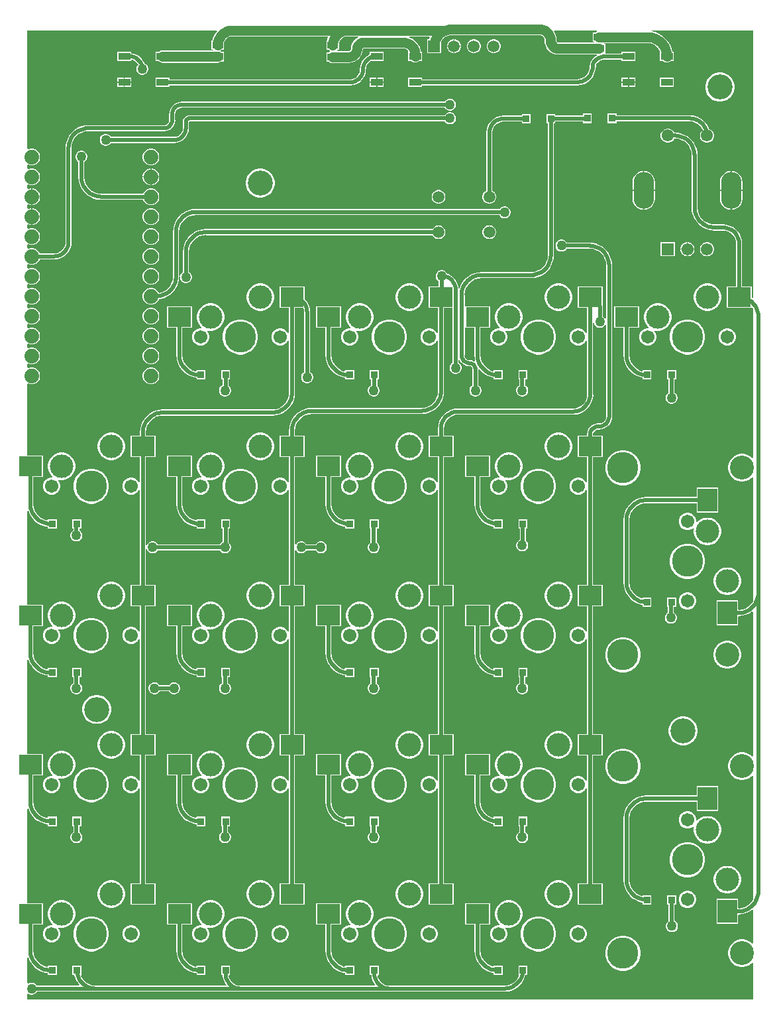
<source format=gbl>
G04*
G04 #@! TF.GenerationSoftware,Altium Limited,Altium Designer,21.9.1 (22)*
G04*
G04 Layer_Physical_Order=2*
G04 Layer_Color=16711680*
%FSLAX25Y25*%
%MOIN*%
G70*
G04*
G04 #@! TF.SameCoordinates,29281BF1-B37C-4538-9C3D-308B06FF8435*
G04*
G04*
G04 #@! TF.FilePolarity,Positive*
G04*
G01*
G75*
G04:AMPARAMS|DCode=22|XSize=102.36mil|YSize=185.04mil|CornerRadius=51.18mil|HoleSize=0mil|Usage=FLASHONLY|Rotation=0.000|XOffset=0mil|YOffset=0mil|HoleType=Round|Shape=RoundedRectangle|*
%AMROUNDEDRECTD22*
21,1,0.10236,0.08268,0,0,0.0*
21,1,0.00000,0.18504,0,0,0.0*
1,1,0.10236,0.00000,-0.04134*
1,1,0.10236,0.00000,-0.04134*
1,1,0.10236,0.00000,0.04134*
1,1,0.10236,0.00000,0.04134*
%
%ADD22ROUNDEDRECTD22*%
%ADD23C,0.06102*%
%ADD24R,0.06102X0.06102*%
%ADD29C,0.02000*%
%ADD30C,0.05000*%
%ADD32C,0.15701*%
%ADD33C,0.12000*%
%ADD34C,0.11811*%
%ADD35C,0.06700*%
%ADD36C,0.15700*%
%ADD37C,0.12598*%
%ADD38R,0.05906X0.05906*%
%ADD39C,0.05906*%
%ADD40C,0.07400*%
%ADD41C,0.05000*%
%ADD42R,0.09843X0.11811*%
%ADD43R,0.11811X0.09843*%
%ADD44R,0.05315X0.03740*%
%ADD45R,0.05906X0.03543*%
%ADD46R,0.03543X0.03740*%
G36*
X1803462Y964067D02*
X1802916Y963841D01*
X1802590Y963591D01*
X1801272D01*
Y958850D01*
X1802077D01*
X1802084Y958841D01*
X1801827Y958341D01*
X1784055D01*
Y958344D01*
X1783632Y958428D01*
X1783274Y958667D01*
X1783059Y958989D01*
X1782963Y959449D01*
X1782963Y959449D01*
X1782797Y961137D01*
X1782304Y962760D01*
X1781606Y964067D01*
X1781854Y964567D01*
X1803362D01*
X1803462Y964067D01*
D02*
G37*
G36*
X1683261Y961041D02*
X1682284Y960519D01*
X1681317Y959726D01*
X1680524Y958759D01*
X1679935Y957657D01*
X1679572Y956461D01*
X1679450Y955217D01*
X1679450D01*
X1679329Y954766D01*
X1679155Y954506D01*
X1678829Y954288D01*
X1678445Y954212D01*
Y954207D01*
X1672877D01*
X1672620Y954707D01*
X1672627Y954716D01*
X1673433D01*
Y958193D01*
X1673440Y958243D01*
X1673886Y959321D01*
X1674596Y960246D01*
X1675522Y960956D01*
X1676599Y961403D01*
X1677649Y961541D01*
X1683135D01*
X1683261Y961041D01*
D02*
G37*
G36*
X1881890Y830474D02*
X1881638Y830257D01*
X1881390Y830204D01*
X1881268Y830343D01*
Y835854D01*
X1876392D01*
Y857323D01*
X1876409D01*
X1876223Y859211D01*
X1875672Y861026D01*
X1874778Y862699D01*
X1873575Y864165D01*
X1872108Y865369D01*
X1870435Y866263D01*
X1868620Y866813D01*
X1866732Y866999D01*
Y866982D01*
X1862461D01*
X1862392Y866969D01*
X1860804Y867125D01*
X1859211Y867608D01*
X1857743Y868393D01*
X1856457Y869449D01*
X1855401Y870735D01*
X1854616Y872203D01*
X1854133Y873796D01*
X1853976Y875385D01*
X1853990Y875453D01*
Y901620D01*
X1853996D01*
X1853854Y903424D01*
X1853432Y905185D01*
X1852739Y906857D01*
X1851793Y908400D01*
X1850617Y909777D01*
X1849241Y910952D01*
X1847698Y911898D01*
X1846025Y912591D01*
X1844265Y913013D01*
X1842461Y913155D01*
X1842057Y913387D01*
X1841818Y913800D01*
X1841157Y914462D01*
X1840347Y914929D01*
X1839444Y915171D01*
X1838509D01*
X1837606Y914929D01*
X1836796Y914462D01*
X1836135Y913800D01*
X1835667Y912991D01*
X1835425Y912087D01*
Y911152D01*
X1835667Y910249D01*
X1836135Y909439D01*
X1836796Y908778D01*
X1837606Y908311D01*
X1838509Y908069D01*
X1839444D01*
X1840347Y908311D01*
X1841157Y908778D01*
X1841818Y909439D01*
X1842194Y910091D01*
X1842461D01*
X1842529Y910104D01*
X1844117Y909948D01*
X1845710Y909464D01*
X1847178Y908680D01*
X1848465Y907624D01*
X1849521Y906337D01*
X1850305Y904869D01*
X1850788Y903276D01*
X1850945Y901688D01*
X1850931Y901620D01*
Y875453D01*
X1850925D01*
X1851067Y873648D01*
X1851490Y871888D01*
X1852182Y870216D01*
X1853128Y868672D01*
X1854304Y867296D01*
X1855680Y866120D01*
X1857224Y865174D01*
X1858896Y864482D01*
X1860656Y864059D01*
X1862461Y863917D01*
Y863923D01*
X1866732D01*
X1866770Y863931D01*
X1868022Y863808D01*
X1869263Y863431D01*
X1870406Y862820D01*
X1871408Y861998D01*
X1872230Y860996D01*
X1872841Y859853D01*
X1873217Y858613D01*
X1873340Y857361D01*
X1873333Y857323D01*
Y835854D01*
X1868457D01*
Y825012D01*
X1881268D01*
Y825012D01*
X1881479Y825021D01*
X1881890Y824580D01*
Y749777D01*
X1881390Y749570D01*
X1880830Y750130D01*
X1879686Y750894D01*
X1878415Y751421D01*
X1877066Y751689D01*
X1875690D01*
X1874341Y751421D01*
X1873070Y750894D01*
X1871926Y750130D01*
X1870953Y749157D01*
X1870189Y748013D01*
X1869662Y746742D01*
X1869394Y745393D01*
Y744017D01*
X1869662Y742667D01*
X1870189Y741396D01*
X1870953Y740252D01*
X1871926Y739280D01*
X1873070Y738515D01*
X1874341Y737989D01*
X1875690Y737720D01*
X1877066D01*
X1878415Y737989D01*
X1879686Y738515D01*
X1880830Y739280D01*
X1881390Y739839D01*
X1881890Y739632D01*
Y677530D01*
X1881580Y676950D01*
X1880539Y675682D01*
X1879271Y674641D01*
X1877823Y673867D01*
X1876253Y673391D01*
X1874798Y673248D01*
X1874299Y673551D01*
Y678126D01*
X1863457D01*
Y665315D01*
X1874299D01*
Y669818D01*
X1874620Y670185D01*
X1876406Y670326D01*
X1878148Y670744D01*
X1879803Y671429D01*
X1881330Y672365D01*
X1881436Y672456D01*
X1881890Y672246D01*
Y599777D01*
X1881390Y599570D01*
X1880830Y600130D01*
X1879686Y600894D01*
X1878415Y601421D01*
X1877066Y601689D01*
X1875690D01*
X1874341Y601421D01*
X1873070Y600894D01*
X1871926Y600130D01*
X1870953Y599157D01*
X1870189Y598013D01*
X1869662Y596742D01*
X1869394Y595393D01*
Y594017D01*
X1869662Y592667D01*
X1870189Y591396D01*
X1870953Y590252D01*
X1871926Y589280D01*
X1873070Y588515D01*
X1874341Y587989D01*
X1875690Y587720D01*
X1877066D01*
X1878415Y587989D01*
X1879686Y588515D01*
X1880830Y589280D01*
X1881390Y589839D01*
X1881890Y589632D01*
Y527620D01*
X1881560Y527003D01*
X1880504Y525716D01*
X1879217Y524660D01*
X1877749Y523876D01*
X1876156Y523393D01*
X1874799Y523259D01*
X1874299Y523616D01*
Y528126D01*
X1863457D01*
Y515315D01*
X1874299D01*
Y519768D01*
X1874500Y520185D01*
X1876305Y520327D01*
X1878065Y520750D01*
X1879737Y521442D01*
X1881280Y522388D01*
X1881436Y522521D01*
X1881890Y522311D01*
Y505777D01*
X1881390Y505570D01*
X1880830Y506130D01*
X1879686Y506894D01*
X1878415Y507421D01*
X1877066Y507689D01*
X1875690D01*
X1874341Y507421D01*
X1873070Y506894D01*
X1871926Y506130D01*
X1870953Y505157D01*
X1870189Y504013D01*
X1869662Y502742D01*
X1869394Y501393D01*
Y500017D01*
X1869662Y498667D01*
X1870189Y497396D01*
X1870953Y496252D01*
X1871926Y495280D01*
X1873070Y494515D01*
X1874341Y493989D01*
X1875690Y493720D01*
X1877066D01*
X1878415Y493989D01*
X1879686Y494515D01*
X1880830Y495280D01*
X1881390Y495839D01*
X1881890Y495632D01*
Y477358D01*
X1516715D01*
Y480192D01*
X1517215Y480429D01*
X1517720Y480137D01*
X1518483Y479933D01*
X1519273D01*
X1520036Y480137D01*
X1520720Y480533D01*
X1521278Y481091D01*
X1521459Y481404D01*
X1550780D01*
X1550827Y481400D01*
Y481404D01*
X1623737D01*
X1623878Y481390D01*
Y481404D01*
X1698727D01*
X1698878Y481389D01*
Y481404D01*
X1756850D01*
Y481400D01*
X1758528Y481532D01*
X1760165Y481925D01*
X1761720Y482569D01*
X1763155Y483449D01*
X1764435Y484542D01*
X1765528Y485821D01*
X1766407Y487256D01*
X1767051Y488811D01*
X1767278Y489756D01*
X1768315D01*
Y494496D01*
X1763772D01*
Y489756D01*
X1763772D01*
X1764018Y489424D01*
X1763946Y489187D01*
X1763236Y487859D01*
X1762281Y486695D01*
X1761117Y485740D01*
X1759789Y485031D01*
X1758349Y484594D01*
X1756905Y484451D01*
X1756850Y484462D01*
X1698788D01*
X1697684Y484571D01*
X1696537Y484919D01*
X1695479Y485485D01*
X1694552Y486245D01*
X1693792Y487172D01*
X1693226Y488230D01*
X1692915Y489256D01*
X1693106Y489638D01*
X1693213Y489756D01*
X1693512D01*
Y494496D01*
X1688968D01*
Y489756D01*
X1689776D01*
X1689872Y488779D01*
X1690395Y487057D01*
X1691243Y485470D01*
X1691699Y484914D01*
X1691485Y484462D01*
X1623798D01*
X1622723Y484568D01*
X1621613Y484905D01*
X1620589Y485452D01*
X1619692Y486188D01*
X1618956Y487085D01*
X1618409Y488109D01*
X1618072Y489219D01*
X1618056Y489385D01*
X1618392Y489756D01*
X1618709D01*
Y494496D01*
X1614165D01*
Y489756D01*
X1614955D01*
X1615066Y488621D01*
X1615578Y486936D01*
X1616408Y485383D01*
X1616792Y484914D01*
X1616578Y484462D01*
X1550661D01*
X1549329Y484594D01*
X1547888Y485031D01*
X1546560Y485740D01*
X1545396Y486695D01*
X1544441Y487859D01*
X1543731Y489187D01*
X1543659Y489424D01*
X1543906Y489756D01*
X1543906D01*
Y494496D01*
X1539362D01*
Y489756D01*
X1540399D01*
X1540626Y488811D01*
X1541270Y487256D01*
X1542149Y485821D01*
X1542883Y484963D01*
X1542652Y484462D01*
X1521459D01*
X1521278Y484775D01*
X1520720Y485334D01*
X1520036Y485729D01*
X1519273Y485933D01*
X1518483D01*
X1517720Y485729D01*
X1517215Y485437D01*
X1516715Y485674D01*
Y498441D01*
X1517198Y498561D01*
X1517891Y496889D01*
X1518837Y495346D01*
X1520012Y493969D01*
X1521389Y492794D01*
X1522932Y491848D01*
X1524605Y491155D01*
X1526365Y490732D01*
X1526961Y490686D01*
Y489756D01*
X1531504D01*
Y494496D01*
X1526961D01*
Y494126D01*
X1526693Y493884D01*
X1526461Y493814D01*
X1524920Y494281D01*
X1523452Y495066D01*
X1522165Y496122D01*
X1521109Y497409D01*
X1520325Y498877D01*
X1519841Y500469D01*
X1519685Y502058D01*
X1519699Y502126D01*
Y515012D01*
X1524575D01*
Y525854D01*
X1516715D01*
Y573244D01*
X1517198Y573364D01*
X1517891Y571692D01*
X1518837Y570149D01*
X1520012Y568772D01*
X1521389Y567597D01*
X1522932Y566651D01*
X1524605Y565958D01*
X1526365Y565536D01*
X1526961Y565489D01*
Y564559D01*
X1531504D01*
Y569299D01*
X1526961D01*
Y568930D01*
X1526693Y568687D01*
X1526461Y568617D01*
X1524920Y569085D01*
X1523452Y569869D01*
X1522165Y570925D01*
X1521109Y572212D01*
X1520325Y573680D01*
X1519841Y575273D01*
X1519685Y576861D01*
X1519699Y576929D01*
Y590012D01*
X1524575D01*
Y600854D01*
X1516715D01*
Y648047D01*
X1517198Y648168D01*
X1517891Y646495D01*
X1518837Y644952D01*
X1520012Y643575D01*
X1521389Y642400D01*
X1522932Y641454D01*
X1524605Y640761D01*
X1526365Y640339D01*
X1526961Y640292D01*
Y639362D01*
X1531504D01*
Y644102D01*
X1526961D01*
Y643733D01*
X1526693Y643490D01*
X1526461Y643420D01*
X1524920Y643888D01*
X1523452Y644672D01*
X1522165Y645728D01*
X1521109Y647015D01*
X1520325Y648483D01*
X1519841Y650076D01*
X1519685Y651664D01*
X1519699Y651732D01*
Y665012D01*
X1524575D01*
Y675854D01*
X1516715D01*
Y722851D01*
X1517198Y722971D01*
X1517891Y721298D01*
X1518837Y719755D01*
X1520012Y718379D01*
X1521389Y717203D01*
X1522932Y716257D01*
X1524605Y715564D01*
X1526365Y715142D01*
X1526961Y715095D01*
Y714165D01*
X1531504D01*
Y718905D01*
X1526961D01*
Y718536D01*
X1526693Y718293D01*
X1526461Y718223D01*
X1524920Y718691D01*
X1523452Y719476D01*
X1522165Y720532D01*
X1521109Y721818D01*
X1520325Y723286D01*
X1519841Y724879D01*
X1519685Y726467D01*
X1519699Y726535D01*
Y740012D01*
X1524575D01*
Y750854D01*
X1516715D01*
Y786785D01*
X1517148Y787035D01*
X1517257Y786972D01*
X1518325Y786686D01*
X1519431D01*
X1520499Y786972D01*
X1521457Y787525D01*
X1522239Y788307D01*
X1522792Y789265D01*
X1523078Y790333D01*
Y791439D01*
X1522792Y792507D01*
X1522239Y793465D01*
X1521457Y794247D01*
X1520499Y794800D01*
X1519431Y795086D01*
X1518325D01*
X1517257Y794800D01*
X1517148Y794737D01*
X1516715Y794987D01*
Y796785D01*
X1517148Y797035D01*
X1517257Y796972D01*
X1518325Y796686D01*
X1519431D01*
X1520499Y796972D01*
X1521457Y797525D01*
X1522239Y798307D01*
X1522792Y799265D01*
X1523078Y800333D01*
Y801439D01*
X1522792Y802507D01*
X1522239Y803465D01*
X1521457Y804247D01*
X1520499Y804800D01*
X1519431Y805086D01*
X1518325D01*
X1517257Y804800D01*
X1517148Y804737D01*
X1516715Y804987D01*
Y806785D01*
X1517148Y807035D01*
X1517257Y806972D01*
X1518325Y806686D01*
X1519431D01*
X1520499Y806972D01*
X1521457Y807525D01*
X1522239Y808307D01*
X1522792Y809265D01*
X1523078Y810333D01*
Y811439D01*
X1522792Y812507D01*
X1522239Y813465D01*
X1521457Y814247D01*
X1520499Y814800D01*
X1519431Y815086D01*
X1518325D01*
X1517257Y814800D01*
X1517148Y814737D01*
X1516715Y814987D01*
Y816785D01*
X1517148Y817035D01*
X1517257Y816972D01*
X1518325Y816686D01*
X1519431D01*
X1520499Y816972D01*
X1521457Y817525D01*
X1522239Y818307D01*
X1522792Y819265D01*
X1523078Y820333D01*
Y821439D01*
X1522792Y822507D01*
X1522239Y823465D01*
X1521457Y824247D01*
X1520499Y824800D01*
X1519431Y825086D01*
X1518325D01*
X1517257Y824800D01*
X1517148Y824737D01*
X1516715Y824987D01*
Y826785D01*
X1517148Y827035D01*
X1517257Y826972D01*
X1518325Y826686D01*
X1519431D01*
X1520499Y826972D01*
X1521457Y827525D01*
X1522239Y828307D01*
X1522792Y829265D01*
X1523078Y830333D01*
Y831439D01*
X1522792Y832507D01*
X1522239Y833465D01*
X1521457Y834247D01*
X1520499Y834800D01*
X1519431Y835086D01*
X1518325D01*
X1517257Y834800D01*
X1517148Y834737D01*
X1516715Y834987D01*
Y836785D01*
X1517148Y837035D01*
X1517257Y836972D01*
X1518325Y836686D01*
X1519431D01*
X1520499Y836972D01*
X1521457Y837525D01*
X1522239Y838307D01*
X1522792Y839265D01*
X1523078Y840333D01*
Y841439D01*
X1522792Y842507D01*
X1522239Y843465D01*
X1521457Y844247D01*
X1520499Y844800D01*
X1519431Y845086D01*
X1518325D01*
X1517257Y844800D01*
X1517148Y844737D01*
X1516715Y844987D01*
Y846785D01*
X1517148Y847035D01*
X1517257Y846972D01*
X1518325Y846686D01*
X1519431D01*
X1520499Y846972D01*
X1521457Y847525D01*
X1522239Y848307D01*
X1522792Y849265D01*
X1522816Y849356D01*
X1530020D01*
Y849343D01*
X1531761Y849514D01*
X1533435Y850022D01*
X1534978Y850847D01*
X1536331Y851957D01*
X1537440Y853309D01*
X1538265Y854852D01*
X1538773Y856527D01*
X1538945Y858268D01*
X1538931D01*
Y905354D01*
X1538917Y905422D01*
X1539074Y907011D01*
X1539557Y908604D01*
X1540342Y910072D01*
X1541398Y911358D01*
X1542684Y912414D01*
X1544152Y913199D01*
X1545745Y913682D01*
X1547333Y913838D01*
X1547402Y913825D01*
X1585630D01*
Y913807D01*
X1587049Y913994D01*
X1588372Y914542D01*
X1589508Y915414D01*
X1590379Y916549D01*
X1590927Y917872D01*
X1591114Y919291D01*
X1591096D01*
Y922244D01*
X1591091Y922270D01*
X1591204Y923124D01*
X1591543Y923944D01*
X1592084Y924648D01*
X1592788Y925189D01*
X1593608Y925529D01*
X1594462Y925641D01*
X1594488Y925636D01*
X1726750D01*
X1726930Y925323D01*
X1727489Y924765D01*
X1728173Y924370D01*
X1728936Y924165D01*
X1729726D01*
X1730489Y924370D01*
X1731173Y924765D01*
X1731731Y925323D01*
X1732126Y926007D01*
X1732331Y926770D01*
Y927560D01*
X1732126Y928323D01*
X1731731Y929007D01*
X1731173Y929566D01*
X1730489Y929961D01*
X1729726Y930165D01*
X1728936D01*
X1728173Y929961D01*
X1727489Y929566D01*
X1726930Y929007D01*
X1726750Y928695D01*
X1594488D01*
Y928696D01*
X1593229Y928572D01*
X1592019Y928205D01*
X1590903Y927609D01*
X1589926Y926807D01*
X1589123Y925829D01*
X1588527Y924713D01*
X1588160Y923503D01*
X1588036Y922244D01*
X1588037D01*
Y919291D01*
X1588051Y919226D01*
X1587878Y918360D01*
X1587351Y917570D01*
X1586561Y917043D01*
X1585696Y916871D01*
X1585630Y916884D01*
X1547402D01*
Y916890D01*
X1545597Y916748D01*
X1543837Y916325D01*
X1542165Y915633D01*
X1540621Y914687D01*
X1539245Y913511D01*
X1538069Y912135D01*
X1537123Y910591D01*
X1536431Y908919D01*
X1536008Y907159D01*
X1535866Y905354D01*
X1535872D01*
Y858268D01*
X1535877Y858242D01*
X1535767Y857125D01*
X1535434Y856025D01*
X1534892Y855012D01*
X1534163Y854124D01*
X1533275Y853395D01*
X1532262Y852854D01*
X1531163Y852520D01*
X1530045Y852410D01*
X1530020Y852415D01*
X1522816D01*
X1522792Y852507D01*
X1522239Y853465D01*
X1521457Y854247D01*
X1520499Y854800D01*
X1519431Y855086D01*
X1518325D01*
X1517257Y854800D01*
X1517148Y854737D01*
X1516715Y854987D01*
Y856785D01*
X1517148Y857035D01*
X1517257Y856972D01*
X1518325Y856686D01*
X1519431D01*
X1520499Y856972D01*
X1521457Y857525D01*
X1522239Y858307D01*
X1522792Y859265D01*
X1523078Y860333D01*
Y861439D01*
X1522792Y862507D01*
X1522239Y863465D01*
X1521457Y864247D01*
X1520499Y864800D01*
X1519431Y865086D01*
X1518325D01*
X1517257Y864800D01*
X1517148Y864737D01*
X1516715Y864987D01*
Y866785D01*
X1517148Y867035D01*
X1517257Y866972D01*
X1518325Y866686D01*
X1518628D01*
Y870886D01*
Y875086D01*
X1518325D01*
X1517257Y874800D01*
X1517148Y874737D01*
X1516715Y874987D01*
Y876785D01*
X1517148Y877035D01*
X1517257Y876972D01*
X1518325Y876686D01*
X1518628D01*
Y880886D01*
Y885086D01*
X1518325D01*
X1517257Y884800D01*
X1517148Y884737D01*
X1516715Y884987D01*
Y886785D01*
X1517148Y887035D01*
X1517257Y886972D01*
X1518325Y886686D01*
X1519431D01*
X1520499Y886972D01*
X1521457Y887525D01*
X1522239Y888307D01*
X1522792Y889265D01*
X1523078Y890333D01*
Y891439D01*
X1522792Y892507D01*
X1522239Y893465D01*
X1521457Y894247D01*
X1520499Y894800D01*
X1519431Y895086D01*
X1518325D01*
X1517257Y894800D01*
X1517148Y894737D01*
X1516715Y894987D01*
Y896785D01*
X1517148Y897035D01*
X1517257Y896972D01*
X1518325Y896686D01*
X1519431D01*
X1520499Y896972D01*
X1521457Y897525D01*
X1522239Y898307D01*
X1522792Y899265D01*
X1523078Y900333D01*
Y901439D01*
X1522792Y902507D01*
X1522239Y903465D01*
X1521457Y904247D01*
X1520499Y904800D01*
X1519431Y905086D01*
X1518325D01*
X1517257Y904800D01*
X1517148Y904737D01*
X1516715Y904987D01*
Y964567D01*
X1611876D01*
X1612107Y964067D01*
X1611457Y963306D01*
X1610603Y961913D01*
X1609978Y960403D01*
X1609774Y959555D01*
X1609343D01*
Y954815D01*
X1610148D01*
X1610155Y954805D01*
X1609898Y954305D01*
X1585964D01*
X1585486Y954306D01*
X1584842Y954573D01*
Y954490D01*
X1584744Y954404D01*
X1583961Y954301D01*
X1583231Y953998D01*
X1582777Y953650D01*
X1581291D01*
Y949106D01*
X1582713D01*
X1583280Y948672D01*
X1584034Y948359D01*
X1584842Y948253D01*
Y948254D01*
X1612500D01*
X1613283Y948357D01*
X1614013Y948659D01*
X1614339Y948909D01*
X1615657D01*
Y953650D01*
X1614339D01*
X1614013Y953900D01*
X1613864Y953962D01*
Y954503D01*
X1614013Y954565D01*
X1614339Y954815D01*
X1615657D01*
Y958285D01*
X1615661Y958316D01*
X1616098Y959370D01*
X1616792Y960275D01*
X1617697Y960969D01*
X1618751Y961405D01*
X1619831Y961548D01*
X1619882Y961541D01*
X1667807D01*
X1668085Y961125D01*
X1667758Y960335D01*
X1667547Y959457D01*
X1667118D01*
Y954716D01*
X1668436D01*
X1668763Y954466D01*
X1668912Y954405D01*
Y953863D01*
X1668763Y953802D01*
X1668436Y953551D01*
X1667118D01*
Y948811D01*
X1668436D01*
X1668763Y948561D01*
X1669492Y948258D01*
X1670276Y948155D01*
X1678445D01*
Y948147D01*
X1679824Y948283D01*
X1681150Y948685D01*
X1682372Y949339D01*
X1683444Y950218D01*
X1684323Y951289D01*
X1684976Y952511D01*
X1685378Y953837D01*
X1685511Y955186D01*
X1685629Y955316D01*
X1685882Y955537D01*
X1705709D01*
X1705717Y955538D01*
X1706506Y955434D01*
X1707248Y955127D01*
X1707886Y954638D01*
X1708284Y954119D01*
X1708358Y953650D01*
X1708358Y953650D01*
Y949106D01*
X1709843D01*
X1710298Y948757D01*
X1711028Y948455D01*
X1711811Y948352D01*
X1712594Y948455D01*
X1713324Y948757D01*
X1713779Y949106D01*
X1715264D01*
Y953650D01*
X1714738D01*
X1714679Y954245D01*
X1714159Y955961D01*
X1713314Y957542D01*
X1712176Y958928D01*
X1710790Y960066D01*
X1709209Y960911D01*
X1708780Y961041D01*
X1708854Y961541D01*
X1719032D01*
X1719310Y961125D01*
X1718905Y960148D01*
X1718881Y960047D01*
X1717925D01*
Y953142D01*
X1724831D01*
Y958644D01*
X1725113Y959325D01*
X1725981Y960456D01*
X1727112Y961324D01*
X1728429Y961870D01*
X1729757Y962045D01*
X1729843Y962033D01*
X1774311D01*
Y962031D01*
X1774979Y961943D01*
X1775602Y961685D01*
X1776137Y961275D01*
X1776547Y960740D01*
X1776805Y960117D01*
X1776892Y959455D01*
X1776887Y959449D01*
X1776887D01*
X1777024Y958050D01*
X1777432Y956706D01*
X1778095Y955466D01*
X1778986Y954380D01*
X1780073Y953489D01*
X1781312Y952826D01*
X1782657Y952418D01*
X1784055Y952280D01*
Y952289D01*
X1803200D01*
X1803325Y951789D01*
X1802625Y951415D01*
X1801272Y950304D01*
X1801270Y950306D01*
X1801269Y950306D01*
X1800978Y949926D01*
X1800419Y949198D01*
X1799885Y947908D01*
X1799703Y946524D01*
X1799703D01*
X1799682Y946033D01*
X1799603Y945233D01*
X1799227Y943991D01*
X1798615Y942846D01*
X1797791Y941843D01*
X1796788Y941020D01*
X1795644Y940408D01*
X1794402Y940031D01*
X1793148Y939908D01*
X1793110Y939915D01*
X1715264D01*
Y940658D01*
X1708358D01*
Y936114D01*
X1715264D01*
Y936856D01*
X1793110D01*
Y936839D01*
X1795000Y937025D01*
X1796816Y937576D01*
X1798491Y938471D01*
X1799959Y939676D01*
X1801163Y941144D01*
X1802058Y942818D01*
X1802609Y944635D01*
X1802794Y946512D01*
X1802794D01*
X1802847Y946990D01*
X1802929Y947403D01*
X1803394Y948098D01*
X1803444Y948131D01*
X1803814Y948445D01*
X1804328Y948867D01*
X1805343Y949409D01*
X1806444Y949743D01*
X1807109Y949809D01*
X1807592Y949849D01*
X1807592Y949849D01*
X1807593Y949849D01*
X1807595Y949848D01*
X1807601Y949849D01*
X1807601Y949849D01*
X1808092Y949849D01*
X1815740D01*
Y949106D01*
X1822646D01*
Y953650D01*
X1815740D01*
Y952907D01*
X1808071D01*
X1807598Y952944D01*
X1807589Y953303D01*
X1807587Y953405D01*
Y957685D01*
X1806781D01*
X1806774Y957695D01*
X1807031Y958195D01*
X1828642D01*
X1828680Y958200D01*
X1829973Y958072D01*
X1831254Y957684D01*
X1832434Y957053D01*
X1833468Y956204D01*
X1834317Y955170D01*
X1834893Y954092D01*
X1835032Y953650D01*
X1835032Y953650D01*
Y949106D01*
X1836517D01*
X1836971Y948757D01*
X1837701Y948455D01*
X1838484Y948352D01*
X1839267Y948455D01*
X1839997Y948757D01*
X1840452Y949106D01*
X1841937D01*
Y953650D01*
X1841304D01*
X1840893Y955359D01*
X1840120Y957226D01*
X1839064Y958950D01*
X1837751Y960487D01*
X1836214Y961800D01*
X1834490Y962856D01*
X1832623Y963630D01*
X1830801Y964067D01*
X1830861Y964567D01*
X1881890D01*
Y830474D01*
D02*
G37*
%LPC*%
G36*
X1731833Y960047D02*
X1731628D01*
Y956845D01*
X1734831D01*
Y957049D01*
X1734595Y957927D01*
X1734141Y958714D01*
X1733498Y959357D01*
X1732711Y959812D01*
X1731833Y960047D01*
D02*
G37*
G36*
X1731128D02*
X1730923D01*
X1730045Y959812D01*
X1729258Y959357D01*
X1728615Y958714D01*
X1728160Y957927D01*
X1727925Y957049D01*
Y956845D01*
X1731128D01*
Y960047D01*
D02*
G37*
G36*
X1751833D02*
X1750923D01*
X1750045Y959812D01*
X1749258Y959357D01*
X1748615Y958714D01*
X1748161Y957927D01*
X1747925Y957049D01*
Y956140D01*
X1748161Y955262D01*
X1748615Y954475D01*
X1749258Y953832D01*
X1750045Y953377D01*
X1750923Y953142D01*
X1751833D01*
X1752711Y953377D01*
X1753498Y953832D01*
X1754141Y954475D01*
X1754595Y955262D01*
X1754831Y956140D01*
Y957049D01*
X1754595Y957927D01*
X1754141Y958714D01*
X1753498Y959357D01*
X1752711Y959812D01*
X1751833Y960047D01*
D02*
G37*
G36*
X1741833D02*
X1740923D01*
X1740045Y959812D01*
X1739258Y959357D01*
X1738615Y958714D01*
X1738161Y957927D01*
X1737925Y957049D01*
Y956140D01*
X1738161Y955262D01*
X1738615Y954475D01*
X1739258Y953832D01*
X1740045Y953377D01*
X1740923Y953142D01*
X1741833D01*
X1742711Y953377D01*
X1743498Y953832D01*
X1744141Y954475D01*
X1744595Y955262D01*
X1744831Y956140D01*
Y957049D01*
X1744595Y957927D01*
X1744141Y958714D01*
X1743498Y959357D01*
X1742711Y959812D01*
X1741833Y960047D01*
D02*
G37*
G36*
X1734831Y956345D02*
X1731628D01*
Y953142D01*
X1731833D01*
X1732711Y953377D01*
X1733498Y953832D01*
X1734141Y954475D01*
X1734595Y955262D01*
X1734831Y956140D01*
Y956345D01*
D02*
G37*
G36*
X1731128D02*
X1727925D01*
Y956140D01*
X1728160Y955262D01*
X1728615Y954475D01*
X1729258Y953832D01*
X1730045Y953377D01*
X1730923Y953142D01*
X1731128D01*
Y956345D01*
D02*
G37*
G36*
X1568906Y953650D02*
X1562000D01*
Y949106D01*
X1568906D01*
Y949410D01*
X1569281Y949740D01*
X1569521Y949708D01*
X1570652Y949240D01*
X1571624Y948494D01*
X1572369Y947523D01*
X1572440Y947352D01*
X1572107Y947019D01*
X1571712Y946335D01*
X1571508Y945572D01*
Y944782D01*
X1571712Y944019D01*
X1572107Y943335D01*
X1572666Y942777D01*
X1573350Y942382D01*
X1574113Y942177D01*
X1574903D01*
X1575666Y942382D01*
X1576350Y942777D01*
X1576908Y943335D01*
X1577303Y944019D01*
X1577508Y944782D01*
Y945572D01*
X1577303Y946335D01*
X1576908Y947019D01*
X1576350Y947578D01*
X1575666Y947973D01*
X1575492Y948019D01*
X1575456Y948138D01*
X1574741Y949476D01*
X1573779Y950649D01*
X1572606Y951611D01*
X1571268Y952326D01*
X1569817Y952767D01*
X1568906Y952856D01*
Y953650D01*
D02*
G37*
G36*
X1695972D02*
X1689067D01*
Y952314D01*
X1689013Y952298D01*
X1687607Y951546D01*
X1686375Y950535D01*
X1685363Y949302D01*
X1684612Y947896D01*
X1684149Y946370D01*
X1683992Y944783D01*
X1683992D01*
X1683959Y944297D01*
X1683857Y943518D01*
X1683368Y942339D01*
X1682591Y941326D01*
X1681579Y940549D01*
X1680399Y940061D01*
X1679198Y939902D01*
X1679134Y939915D01*
X1588197D01*
Y940658D01*
X1581291D01*
Y936114D01*
X1588197D01*
Y936856D01*
X1679134D01*
Y936848D01*
X1680682Y937000D01*
X1682171Y937452D01*
X1683543Y938185D01*
X1684745Y939172D01*
X1685732Y940374D01*
X1686466Y941747D01*
X1686917Y943235D01*
X1687070Y944783D01*
X1687070D01*
X1687102Y945270D01*
X1687211Y946100D01*
X1687720Y947328D01*
X1688528Y948381D01*
X1689473Y949106D01*
X1695972D01*
Y953650D01*
D02*
G37*
G36*
X1568906Y940658D02*
X1565703D01*
Y938636D01*
X1568906D01*
Y940658D01*
D02*
G37*
G36*
X1822646D02*
X1819443D01*
Y938636D01*
X1822646D01*
Y940658D01*
D02*
G37*
G36*
X1695972D02*
X1692770D01*
Y938636D01*
X1695972D01*
Y940658D01*
D02*
G37*
G36*
X1692270D02*
X1689067D01*
Y938636D01*
X1692270D01*
Y940658D01*
D02*
G37*
G36*
X1565203D02*
X1562000D01*
Y938636D01*
X1565203D01*
Y940658D01*
D02*
G37*
G36*
X1818943D02*
X1815740D01*
Y938636D01*
X1818943D01*
Y940658D01*
D02*
G37*
G36*
X1841937D02*
X1835032D01*
Y936114D01*
X1841937D01*
Y940658D01*
D02*
G37*
G36*
X1822646Y938136D02*
X1819443D01*
Y936114D01*
X1822646D01*
Y938136D01*
D02*
G37*
G36*
X1818943D02*
X1815740D01*
Y936114D01*
X1818943D01*
Y938136D01*
D02*
G37*
G36*
X1695972D02*
X1692770D01*
Y936114D01*
X1695972D01*
Y938136D01*
D02*
G37*
G36*
X1692270D02*
X1689067D01*
Y936114D01*
X1692270D01*
Y938136D01*
D02*
G37*
G36*
X1568906D02*
X1565703D01*
Y936114D01*
X1568906D01*
Y938136D01*
D02*
G37*
G36*
X1565203D02*
X1562000D01*
Y936114D01*
X1565203D01*
Y938136D01*
D02*
G37*
G36*
X1865875Y943307D02*
X1864440D01*
X1863033Y943027D01*
X1861707Y942478D01*
X1860515Y941681D01*
X1859500Y940666D01*
X1858703Y939474D01*
X1858154Y938148D01*
X1857874Y936741D01*
Y935306D01*
X1858154Y933899D01*
X1858703Y932574D01*
X1859500Y931381D01*
X1860515Y930366D01*
X1861707Y929569D01*
X1863033Y929020D01*
X1864440Y928740D01*
X1865875D01*
X1867282Y929020D01*
X1868608Y929569D01*
X1869800Y930366D01*
X1870815Y931381D01*
X1871612Y932574D01*
X1872161Y933899D01*
X1872441Y935306D01*
Y936741D01*
X1872161Y938148D01*
X1871612Y939474D01*
X1870815Y940666D01*
X1869800Y941681D01*
X1868608Y942478D01*
X1867282Y943027D01*
X1865875Y943307D01*
D02*
G37*
G36*
X1729726Y923276D02*
X1728936D01*
X1728173Y923071D01*
X1727489Y922676D01*
X1726930Y922118D01*
X1726750Y921805D01*
X1598425D01*
Y921805D01*
X1597520Y921686D01*
X1596676Y921337D01*
X1595951Y920781D01*
X1595395Y920056D01*
X1595046Y919213D01*
X1594927Y918307D01*
X1594927D01*
Y915354D01*
X1594938Y915303D01*
X1594795Y914217D01*
X1594356Y913158D01*
X1593658Y912248D01*
X1592748Y911550D01*
X1591688Y911111D01*
X1590602Y910968D01*
X1590551Y910978D01*
X1558683D01*
X1558503Y911291D01*
X1557944Y911849D01*
X1557260Y912244D01*
X1556497Y912449D01*
X1555707D01*
X1554944Y912244D01*
X1554260Y911849D01*
X1553702Y911291D01*
X1553307Y910607D01*
X1553102Y909844D01*
Y909054D01*
X1553307Y908291D01*
X1553702Y907607D01*
X1554260Y907048D01*
X1554944Y906653D01*
X1555707Y906449D01*
X1556497D01*
X1557260Y906653D01*
X1557944Y907048D01*
X1558503Y907607D01*
X1558683Y907919D01*
X1590551D01*
Y907913D01*
X1592003Y908056D01*
X1593399Y908479D01*
X1594685Y909167D01*
X1595813Y910093D01*
X1596738Y911220D01*
X1597426Y912507D01*
X1597849Y913903D01*
X1597993Y915354D01*
X1597986D01*
Y918307D01*
X1597982Y918330D01*
X1598105Y918627D01*
X1598403Y918751D01*
X1598425Y918746D01*
X1726750D01*
X1726930Y918433D01*
X1727489Y917875D01*
X1728173Y917480D01*
X1728936Y917276D01*
X1729726D01*
X1730489Y917480D01*
X1731173Y917875D01*
X1731731Y918433D01*
X1732126Y919118D01*
X1732331Y919881D01*
Y920671D01*
X1732126Y921434D01*
X1731731Y922118D01*
X1731173Y922676D01*
X1730489Y923071D01*
X1729726Y923276D01*
D02*
G37*
G36*
X1769988Y922547D02*
X1765445D01*
Y921707D01*
X1756280D01*
Y921719D01*
X1754592Y921553D01*
X1752970Y921060D01*
X1751474Y920261D01*
X1750164Y919186D01*
X1749088Y917875D01*
X1748289Y916379D01*
X1747797Y914757D01*
X1747630Y913069D01*
X1747645Y912925D01*
X1747644Y912922D01*
Y883941D01*
X1747053Y883600D01*
X1746410Y882957D01*
X1745956Y882170D01*
X1745720Y881292D01*
Y880383D01*
X1745956Y879504D01*
X1746410Y878717D01*
X1747053Y878074D01*
X1747840Y877620D01*
X1748719Y877384D01*
X1749628D01*
X1750506Y877620D01*
X1751293Y878074D01*
X1751936Y878717D01*
X1752391Y879504D01*
X1752626Y880383D01*
Y881292D01*
X1752391Y882170D01*
X1751936Y882957D01*
X1751293Y883600D01*
X1750703Y883941D01*
Y912476D01*
X1750703Y912922D01*
X1750703D01*
X1750702Y912949D01*
X1750697Y912974D01*
X1750726Y913460D01*
X1750865Y914520D01*
X1751425Y915872D01*
X1752316Y917033D01*
X1753477Y917924D01*
X1754829Y918484D01*
X1755795Y918611D01*
X1756280Y918648D01*
Y918648D01*
X1765445D01*
Y917807D01*
X1769988D01*
Y922547D01*
D02*
G37*
G36*
X1800748Y922662D02*
X1796205D01*
Y921707D01*
X1782390D01*
Y922547D01*
X1777847D01*
Y917807D01*
X1778589D01*
Y851535D01*
X1778602Y851467D01*
X1778446Y849879D01*
X1777963Y848286D01*
X1777178Y846818D01*
X1776122Y845531D01*
X1774835Y844475D01*
X1773367Y843691D01*
X1771775Y843208D01*
X1770186Y843051D01*
X1770118Y843065D01*
X1745236D01*
Y843071D01*
X1743432Y842929D01*
X1741672Y842506D01*
X1739999Y841814D01*
X1738456Y840868D01*
X1737079Y839692D01*
X1735904Y838316D01*
X1734958Y836773D01*
X1734265Y835100D01*
X1734166Y834688D01*
X1733660Y834723D01*
X1733562Y835719D01*
X1733077Y837319D01*
X1732289Y838794D01*
X1731228Y840086D01*
X1729935Y841147D01*
X1728461Y841935D01*
X1728029Y842066D01*
X1727992Y842201D01*
X1727597Y842885D01*
X1727039Y843444D01*
X1726355Y843839D01*
X1725592Y844043D01*
X1724802D01*
X1724039Y843839D01*
X1723355Y843444D01*
X1722796Y842885D01*
X1722401Y842201D01*
X1722197Y841438D01*
Y840648D01*
X1722401Y839885D01*
X1722796Y839201D01*
X1723355Y838643D01*
X1723668Y838462D01*
Y835854D01*
X1718457D01*
Y825012D01*
X1723333D01*
Y812385D01*
X1722833Y812252D01*
X1722346Y813094D01*
X1721539Y813901D01*
X1720551Y814472D01*
X1719449Y814767D01*
X1718307D01*
X1717205Y814472D01*
X1716217Y813901D01*
X1715410Y813094D01*
X1714839Y812106D01*
X1714544Y811004D01*
Y809863D01*
X1714839Y808760D01*
X1715410Y807772D01*
X1716217Y806965D01*
X1717205Y806394D01*
X1718307Y806099D01*
X1719449D01*
X1720551Y806394D01*
X1721539Y806965D01*
X1722346Y807772D01*
X1722833Y808615D01*
X1723333Y808481D01*
Y783228D01*
X1723346Y783160D01*
X1723190Y781572D01*
X1722707Y779979D01*
X1721922Y778511D01*
X1720866Y777224D01*
X1719580Y776168D01*
X1718111Y775384D01*
X1716519Y774901D01*
X1714930Y774744D01*
X1714862Y774758D01*
X1659862D01*
Y774764D01*
X1658058Y774622D01*
X1656297Y774199D01*
X1654625Y773507D01*
X1653082Y772561D01*
X1651705Y771385D01*
X1650530Y770009D01*
X1649584Y768465D01*
X1648891Y766793D01*
X1648469Y765033D01*
X1648327Y763228D01*
X1648333D01*
Y760854D01*
X1643457D01*
Y750012D01*
X1648333D01*
Y737386D01*
X1647833Y737252D01*
X1647346Y738094D01*
X1646539Y738901D01*
X1645551Y739472D01*
X1644449Y739767D01*
X1643307D01*
X1642205Y739472D01*
X1641217Y738901D01*
X1640410Y738094D01*
X1639839Y737106D01*
X1639544Y736004D01*
Y734863D01*
X1639839Y733760D01*
X1640410Y732772D01*
X1641217Y731965D01*
X1642205Y731394D01*
X1643307Y731099D01*
X1644449D01*
X1645551Y731394D01*
X1646539Y731965D01*
X1647346Y732772D01*
X1647833Y733615D01*
X1648333Y733481D01*
Y685854D01*
X1643457D01*
Y675012D01*
X1648333D01*
Y662386D01*
X1647833Y662252D01*
X1647346Y663094D01*
X1646539Y663901D01*
X1645551Y664472D01*
X1644449Y664767D01*
X1643307D01*
X1642205Y664472D01*
X1641217Y663901D01*
X1640410Y663094D01*
X1639839Y662106D01*
X1639544Y661004D01*
Y659863D01*
X1639839Y658760D01*
X1640410Y657772D01*
X1641217Y656965D01*
X1642205Y656394D01*
X1643307Y656099D01*
X1644449D01*
X1645551Y656394D01*
X1646539Y656965D01*
X1647346Y657772D01*
X1647833Y658615D01*
X1648333Y658481D01*
Y610854D01*
X1643457D01*
Y600012D01*
X1648333D01*
Y587386D01*
X1647833Y587252D01*
X1647346Y588094D01*
X1646539Y588901D01*
X1645551Y589472D01*
X1644449Y589767D01*
X1643307D01*
X1642205Y589472D01*
X1641217Y588901D01*
X1640410Y588094D01*
X1639839Y587106D01*
X1639544Y586004D01*
Y584863D01*
X1639839Y583760D01*
X1640410Y582772D01*
X1641217Y581965D01*
X1642205Y581394D01*
X1643307Y581099D01*
X1644449D01*
X1645551Y581394D01*
X1646539Y581965D01*
X1647346Y582772D01*
X1647833Y583615D01*
X1648333Y583481D01*
Y535854D01*
X1643457D01*
Y525012D01*
X1656268D01*
Y535854D01*
X1651392D01*
Y600012D01*
X1656268D01*
Y610854D01*
X1651392D01*
Y675012D01*
X1656268D01*
Y685854D01*
X1651392D01*
Y703156D01*
X1651892Y703290D01*
X1652127Y702882D01*
X1652686Y702324D01*
X1653370Y701929D01*
X1654133Y701724D01*
X1654922D01*
X1655685Y701929D01*
X1656370Y702324D01*
X1656928Y702882D01*
X1657109Y703195D01*
X1661789D01*
X1661970Y702882D01*
X1662528Y702324D01*
X1663212Y701929D01*
X1663975Y701724D01*
X1664765D01*
X1665528Y701929D01*
X1666212Y702324D01*
X1666771Y702882D01*
X1667166Y703566D01*
X1667370Y704329D01*
Y705119D01*
X1667166Y705882D01*
X1666771Y706566D01*
X1666212Y707125D01*
X1665528Y707520D01*
X1664765Y707724D01*
X1663975D01*
X1663212Y707520D01*
X1662528Y707125D01*
X1661970Y706566D01*
X1661789Y706254D01*
X1657109D01*
X1656928Y706566D01*
X1656370Y707125D01*
X1655685Y707520D01*
X1654922Y707724D01*
X1654133D01*
X1653370Y707520D01*
X1652686Y707125D01*
X1652127Y706566D01*
X1651892Y706159D01*
X1651392Y706293D01*
Y750012D01*
X1656268D01*
Y760854D01*
X1651392D01*
Y763228D01*
X1651378Y763297D01*
X1651534Y764885D01*
X1652018Y766478D01*
X1652802Y767946D01*
X1653858Y769232D01*
X1655145Y770288D01*
X1656613Y771073D01*
X1658206Y771556D01*
X1659794Y771712D01*
X1659862Y771699D01*
X1714862D01*
Y771693D01*
X1716667Y771835D01*
X1718427Y772257D01*
X1720099Y772950D01*
X1721643Y773896D01*
X1723019Y775071D01*
X1724195Y776448D01*
X1725141Y777991D01*
X1725833Y779664D01*
X1726256Y781424D01*
X1726398Y783228D01*
X1726392D01*
Y825012D01*
X1730656D01*
Y797463D01*
X1730343Y797283D01*
X1729784Y796724D01*
X1729390Y796040D01*
X1729185Y795277D01*
Y794487D01*
X1729390Y793724D01*
X1729784Y793040D01*
X1730343Y792481D01*
X1731027Y792086D01*
X1731790Y791882D01*
X1732580D01*
X1733343Y792086D01*
X1734027Y792481D01*
X1734586Y793040D01*
X1734981Y793724D01*
X1735185Y794487D01*
Y795277D01*
X1734981Y796040D01*
X1734586Y796724D01*
X1734027Y797283D01*
X1733714Y797463D01*
Y798846D01*
X1734214Y798945D01*
X1734424Y798439D01*
X1735295Y797303D01*
X1736431Y796432D01*
X1737754Y795884D01*
X1739173Y795697D01*
Y795697D01*
X1739644Y795628D01*
X1739721Y795613D01*
X1740185Y795303D01*
X1740495Y794839D01*
X1740600Y794309D01*
X1740597Y794291D01*
Y786046D01*
X1740284Y785865D01*
X1739725Y785307D01*
X1739330Y784622D01*
X1739126Y783859D01*
Y783070D01*
X1739330Y782307D01*
X1739725Y781623D01*
X1740284Y781064D01*
X1740968Y780669D01*
X1741731Y780465D01*
X1742521D01*
X1743284Y780669D01*
X1743968Y781064D01*
X1744527Y781623D01*
X1744921Y782307D01*
X1745126Y783070D01*
Y783859D01*
X1744921Y784622D01*
X1744527Y785307D01*
X1743968Y785865D01*
X1743655Y786046D01*
Y794001D01*
X1744155Y794185D01*
X1745012Y793182D01*
X1746389Y792006D01*
X1747932Y791060D01*
X1749605Y790368D01*
X1751365Y789945D01*
X1751370Y789945D01*
Y788969D01*
X1755913D01*
Y793709D01*
X1751370D01*
Y793474D01*
X1750969Y793176D01*
X1749920Y793494D01*
X1748452Y794279D01*
X1747165Y795335D01*
X1746109Y796621D01*
X1745325Y798089D01*
X1744842Y799682D01*
X1744685Y801270D01*
X1744699Y801339D01*
Y815012D01*
X1749575D01*
Y825854D01*
X1736766D01*
Y831535D01*
X1736752Y831604D01*
X1736909Y833192D01*
X1737392Y834785D01*
X1738176Y836253D01*
X1739232Y837539D01*
X1740519Y838595D01*
X1741987Y839380D01*
X1743580Y839863D01*
X1745168Y840020D01*
X1745236Y840006D01*
X1770118D01*
Y840000D01*
X1771923Y840142D01*
X1773683Y840565D01*
X1775355Y841257D01*
X1776899Y842203D01*
X1778275Y843379D01*
X1779451Y844755D01*
X1780396Y846298D01*
X1781089Y847971D01*
X1781512Y849731D01*
X1781654Y851535D01*
X1781647D01*
Y917807D01*
X1782390D01*
Y918648D01*
X1796205D01*
Y917922D01*
X1800748D01*
Y922662D01*
D02*
G37*
G36*
X1813150Y922662D02*
X1808606D01*
Y917922D01*
X1813150D01*
Y918762D01*
X1849990D01*
X1850036Y918772D01*
X1851386Y918639D01*
X1852728Y918231D01*
X1853965Y917570D01*
X1855050Y916680D01*
X1855940Y915596D01*
X1856531Y914490D01*
X1856481Y914462D01*
X1855820Y913800D01*
X1855352Y912991D01*
X1855110Y912087D01*
Y911152D01*
X1855352Y910249D01*
X1855820Y909439D01*
X1856481Y908778D01*
X1857291Y908311D01*
X1858194Y908069D01*
X1859129D01*
X1860032Y908311D01*
X1860842Y908778D01*
X1861503Y909439D01*
X1861971Y910249D01*
X1862213Y911152D01*
Y912087D01*
X1861971Y912991D01*
X1861503Y913800D01*
X1860842Y914462D01*
X1860032Y914929D01*
X1859578Y915051D01*
X1859433Y915531D01*
X1858488Y917298D01*
X1857217Y918847D01*
X1855668Y920118D01*
X1853901Y921063D01*
X1851984Y921645D01*
X1849990Y921841D01*
Y921821D01*
X1813150D01*
Y922662D01*
D02*
G37*
G36*
X1579431Y905086D02*
X1578325D01*
X1577257Y904800D01*
X1576299Y904247D01*
X1575517Y903465D01*
X1574964Y902507D01*
X1574678Y901439D01*
Y900333D01*
X1574964Y899265D01*
X1575517Y898307D01*
X1576299Y897525D01*
X1577257Y896972D01*
X1578325Y896686D01*
X1579431D01*
X1580499Y896972D01*
X1581457Y897525D01*
X1582239Y898307D01*
X1582792Y899265D01*
X1583078Y900333D01*
Y901439D01*
X1582792Y902507D01*
X1582239Y903465D01*
X1581457Y904247D01*
X1580499Y904800D01*
X1579431Y905086D01*
D02*
G37*
G36*
Y895086D02*
X1579128D01*
Y891136D01*
X1583078D01*
Y891439D01*
X1582792Y892507D01*
X1582239Y893465D01*
X1581457Y894247D01*
X1580499Y894800D01*
X1579431Y895086D01*
D02*
G37*
G36*
X1578628D02*
X1578325D01*
X1577257Y894800D01*
X1576299Y894247D01*
X1575517Y893465D01*
X1574964Y892507D01*
X1574678Y891439D01*
Y891136D01*
X1578628D01*
Y895086D01*
D02*
G37*
G36*
X1583078Y890636D02*
X1579128D01*
Y886686D01*
X1579431D01*
X1580499Y886972D01*
X1581457Y887525D01*
X1582239Y888307D01*
X1582792Y889265D01*
X1583078Y890333D01*
Y890636D01*
D02*
G37*
G36*
X1578628D02*
X1574678D01*
Y890333D01*
X1574964Y889265D01*
X1575517Y888307D01*
X1576299Y887525D01*
X1577257Y886972D01*
X1578325Y886686D01*
X1578628D01*
Y890636D01*
D02*
G37*
G36*
X1871116Y893828D02*
Y884311D01*
X1876533D01*
Y888195D01*
X1876340Y889661D01*
X1875773Y891028D01*
X1874873Y892202D01*
X1873699Y893102D01*
X1872333Y893668D01*
X1871116Y893828D01*
D02*
G37*
G36*
X1870616D02*
X1869399Y893668D01*
X1868033Y893102D01*
X1866859Y892202D01*
X1865959Y891028D01*
X1865393Y889661D01*
X1865200Y888195D01*
Y884311D01*
X1870616D01*
Y893828D01*
D02*
G37*
G36*
X1827022D02*
Y884311D01*
X1832438D01*
Y888195D01*
X1832245Y889661D01*
X1831679Y891028D01*
X1830779Y892202D01*
X1829605Y893102D01*
X1828238Y893668D01*
X1827022Y893828D01*
D02*
G37*
G36*
X1826522D02*
X1825305Y893668D01*
X1823938Y893102D01*
X1822765Y892202D01*
X1821864Y891028D01*
X1821298Y889661D01*
X1821105Y888195D01*
Y884311D01*
X1826522D01*
Y893828D01*
D02*
G37*
G36*
X1519431Y885086D02*
X1519128D01*
Y881136D01*
X1523078D01*
Y881439D01*
X1522792Y882507D01*
X1522239Y883465D01*
X1521457Y884247D01*
X1520499Y884800D01*
X1519431Y885086D01*
D02*
G37*
G36*
X1634576Y895079D02*
X1633141D01*
X1631734Y894799D01*
X1630408Y894250D01*
X1629215Y893453D01*
X1628201Y892438D01*
X1627404Y891245D01*
X1626855Y889920D01*
X1626575Y888513D01*
Y887078D01*
X1626855Y885671D01*
X1627404Y884345D01*
X1628201Y883152D01*
X1629215Y882138D01*
X1630408Y881341D01*
X1631734Y880792D01*
X1633141Y880512D01*
X1634576D01*
X1635983Y880792D01*
X1637308Y881341D01*
X1638501Y882138D01*
X1639516Y883152D01*
X1640313Y884345D01*
X1640862Y885671D01*
X1641142Y887078D01*
Y888513D01*
X1640862Y889920D01*
X1640313Y891245D01*
X1639516Y892438D01*
X1638501Y893453D01*
X1637308Y894250D01*
X1635983Y894799D01*
X1634576Y895079D01*
D02*
G37*
G36*
X1724037Y884290D02*
X1723128D01*
X1722250Y884054D01*
X1721463Y883600D01*
X1720820Y882957D01*
X1720365Y882170D01*
X1720130Y881292D01*
Y880383D01*
X1720365Y879504D01*
X1720820Y878717D01*
X1721463Y878074D01*
X1722250Y877620D01*
X1723128Y877384D01*
X1724037D01*
X1724915Y877620D01*
X1725703Y878074D01*
X1726346Y878717D01*
X1726800Y879504D01*
X1727035Y880383D01*
Y881292D01*
X1726800Y882170D01*
X1726346Y882957D01*
X1725703Y883600D01*
X1724915Y884054D01*
X1724037Y884290D01*
D02*
G37*
G36*
X1544293Y904024D02*
X1543503D01*
X1542740Y903819D01*
X1542056Y903424D01*
X1541497Y902866D01*
X1541102Y902182D01*
X1540898Y901419D01*
Y900629D01*
X1541102Y899866D01*
X1541497Y899182D01*
X1542056Y898623D01*
X1542368Y898442D01*
Y890886D01*
X1542362D01*
X1542504Y889081D01*
X1542927Y887321D01*
X1543619Y885649D01*
X1544565Y884105D01*
X1545741Y882729D01*
X1547117Y881553D01*
X1548661Y880608D01*
X1550333Y879915D01*
X1552093Y879492D01*
X1553898Y879350D01*
Y879356D01*
X1574940D01*
X1574964Y879265D01*
X1575517Y878307D01*
X1576299Y877525D01*
X1577257Y876972D01*
X1578325Y876686D01*
X1579431D01*
X1580499Y876972D01*
X1581457Y877525D01*
X1582239Y878307D01*
X1582792Y879265D01*
X1583078Y880333D01*
Y881439D01*
X1582792Y882507D01*
X1582239Y883465D01*
X1581457Y884247D01*
X1580499Y884800D01*
X1579431Y885086D01*
X1578325D01*
X1577257Y884800D01*
X1576299Y884247D01*
X1575517Y883465D01*
X1574964Y882507D01*
X1574940Y882415D01*
X1553898D01*
X1553829Y882402D01*
X1552241Y882558D01*
X1550648Y883041D01*
X1549180Y883826D01*
X1547894Y884882D01*
X1546838Y886168D01*
X1546053Y887636D01*
X1545570Y889229D01*
X1545413Y890818D01*
X1545427Y890886D01*
Y898442D01*
X1545740Y898623D01*
X1546298Y899182D01*
X1546693Y899866D01*
X1546898Y900629D01*
Y901419D01*
X1546693Y902182D01*
X1546298Y902866D01*
X1545740Y903424D01*
X1545056Y903819D01*
X1544293Y904024D01*
D02*
G37*
G36*
X1523078Y880636D02*
X1519128D01*
Y876686D01*
X1519431D01*
X1520499Y876972D01*
X1521457Y877525D01*
X1522239Y878307D01*
X1522792Y879265D01*
X1523078Y880333D01*
Y880636D01*
D02*
G37*
G36*
X1757285Y876031D02*
X1756495D01*
X1755732Y875827D01*
X1755048Y875432D01*
X1754489Y874874D01*
X1754422Y874758D01*
X1601535D01*
Y874764D01*
X1599731Y874622D01*
X1597971Y874199D01*
X1596298Y873507D01*
X1594755Y872561D01*
X1593379Y871385D01*
X1592203Y870009D01*
X1591257Y868465D01*
X1590565Y866793D01*
X1590142Y865033D01*
X1590000Y863228D01*
X1590006D01*
Y840886D01*
X1590020Y840818D01*
X1589863Y839229D01*
X1589380Y837636D01*
X1588595Y836168D01*
X1587539Y834882D01*
X1586253Y833826D01*
X1584785Y833041D01*
X1583192Y832558D01*
X1582785Y832518D01*
X1582239Y833465D01*
X1581457Y834247D01*
X1580499Y834800D01*
X1579431Y835086D01*
X1578325D01*
X1577257Y834800D01*
X1576299Y834247D01*
X1575517Y833465D01*
X1574964Y832507D01*
X1574678Y831439D01*
Y830333D01*
X1574964Y829265D01*
X1575517Y828307D01*
X1576299Y827525D01*
X1577257Y826972D01*
X1578325Y826686D01*
X1579431D01*
X1580499Y826972D01*
X1581457Y827525D01*
X1582239Y828307D01*
X1582792Y829265D01*
X1582842Y829453D01*
X1583340Y829492D01*
X1585100Y829915D01*
X1586773Y830608D01*
X1588316Y831553D01*
X1589692Y832729D01*
X1590868Y834105D01*
X1591814Y835649D01*
X1592506Y837321D01*
X1592929Y839081D01*
X1593030Y840365D01*
X1593032Y840388D01*
D01*
X1593040Y840493D01*
X1593032Y840388D01*
X1593089Y840683D01*
X1593555Y840664D01*
X1593555Y840038D01*
X1593760Y839275D01*
X1594154Y838591D01*
X1594713Y838033D01*
X1595397Y837638D01*
X1596160Y837433D01*
X1596950D01*
X1597713Y837638D01*
X1598397Y838033D01*
X1598956Y838591D01*
X1599351Y839275D01*
X1599555Y840038D01*
Y840828D01*
X1599351Y841591D01*
X1598956Y842275D01*
X1598397Y842834D01*
X1598085Y843014D01*
Y853121D01*
X1598071Y853189D01*
X1598227Y854777D01*
X1598711Y856370D01*
X1599495Y857838D01*
X1600551Y859124D01*
X1601838Y860180D01*
X1603306Y860965D01*
X1604899Y861448D01*
X1606487Y861605D01*
X1606555Y861591D01*
X1720479D01*
X1720820Y861001D01*
X1721463Y860358D01*
X1722250Y859903D01*
X1723128Y859668D01*
X1724037D01*
X1724915Y859903D01*
X1725703Y860358D01*
X1726346Y861001D01*
X1726800Y861788D01*
X1727035Y862666D01*
Y863575D01*
X1726800Y864453D01*
X1726346Y865241D01*
X1725703Y865883D01*
X1724915Y866338D01*
X1724037Y866573D01*
X1723128D01*
X1722250Y866338D01*
X1721463Y865883D01*
X1720820Y865241D01*
X1720479Y864650D01*
X1606555D01*
Y864656D01*
X1604751Y864514D01*
X1602990Y864091D01*
X1601318Y863399D01*
X1599775Y862453D01*
X1598398Y861277D01*
X1597223Y859901D01*
X1596277Y858358D01*
X1595584Y856685D01*
X1595162Y854925D01*
X1595020Y853121D01*
X1595026D01*
Y843014D01*
X1594713Y842834D01*
X1594154Y842275D01*
X1593760Y841591D01*
X1593601Y841000D01*
X1593082Y840880D01*
X1593071Y840886D01*
X1593065Y841386D01*
Y863228D01*
X1593051Y863297D01*
X1593208Y864885D01*
X1593691Y866478D01*
X1594475Y867946D01*
X1595531Y869232D01*
X1596818Y870288D01*
X1598286Y871073D01*
X1599879Y871556D01*
X1601467Y871712D01*
X1601535Y871699D01*
X1754195D01*
X1754489Y871189D01*
X1755048Y870631D01*
X1755732Y870236D01*
X1756495Y870032D01*
X1757285D01*
X1758048Y870236D01*
X1758732Y870631D01*
X1759290Y871189D01*
X1759685Y871873D01*
X1759890Y872637D01*
Y873427D01*
X1759685Y874189D01*
X1759290Y874874D01*
X1758732Y875432D01*
X1758048Y875827D01*
X1757285Y876031D01*
D02*
G37*
G36*
X1876533Y883811D02*
X1871116D01*
Y874293D01*
X1872333Y874454D01*
X1873699Y875020D01*
X1874873Y875920D01*
X1875773Y877094D01*
X1876340Y878460D01*
X1876533Y879927D01*
Y883811D01*
D02*
G37*
G36*
X1870616D02*
X1865200D01*
Y879927D01*
X1865393Y878460D01*
X1865959Y877094D01*
X1866859Y875920D01*
X1868033Y875020D01*
X1869399Y874454D01*
X1870616Y874293D01*
Y883811D01*
D02*
G37*
G36*
X1832438D02*
X1827022D01*
Y874293D01*
X1828238Y874454D01*
X1829605Y875020D01*
X1830779Y875920D01*
X1831679Y877094D01*
X1832245Y878460D01*
X1832438Y879927D01*
Y883811D01*
D02*
G37*
G36*
X1826522D02*
X1821105D01*
Y879927D01*
X1821298Y878460D01*
X1821864Y877094D01*
X1822765Y875920D01*
X1823938Y875020D01*
X1825305Y874454D01*
X1826522Y874293D01*
Y883811D01*
D02*
G37*
G36*
X1519431Y875086D02*
X1519128D01*
Y871136D01*
X1523078D01*
Y871439D01*
X1522792Y872507D01*
X1522239Y873465D01*
X1521457Y874247D01*
X1520499Y874800D01*
X1519431Y875086D01*
D02*
G37*
G36*
X1579431D02*
X1578325D01*
X1577257Y874800D01*
X1576299Y874247D01*
X1575517Y873465D01*
X1574964Y872507D01*
X1574678Y871439D01*
Y870333D01*
X1574964Y869265D01*
X1575517Y868307D01*
X1576299Y867525D01*
X1577257Y866972D01*
X1578325Y866686D01*
X1579431D01*
X1580499Y866972D01*
X1581457Y867525D01*
X1582239Y868307D01*
X1582792Y869265D01*
X1583078Y870333D01*
Y871439D01*
X1582792Y872507D01*
X1582239Y873465D01*
X1581457Y874247D01*
X1580499Y874800D01*
X1579431Y875086D01*
D02*
G37*
G36*
X1523078Y870636D02*
X1519128D01*
Y866686D01*
X1519431D01*
X1520499Y866972D01*
X1521457Y867525D01*
X1522239Y868307D01*
X1522792Y869265D01*
X1523078Y870333D01*
Y870636D01*
D02*
G37*
G36*
X1749628Y866573D02*
X1748719D01*
X1747840Y866338D01*
X1747053Y865883D01*
X1746410Y865241D01*
X1745956Y864453D01*
X1745720Y863575D01*
Y862666D01*
X1745956Y861788D01*
X1746410Y861001D01*
X1747053Y860358D01*
X1747840Y859903D01*
X1748719Y859668D01*
X1749628D01*
X1750506Y859903D01*
X1751293Y860358D01*
X1751936Y861001D01*
X1752391Y861788D01*
X1752626Y862666D01*
Y863575D01*
X1752391Y864453D01*
X1751936Y865241D01*
X1751293Y865883D01*
X1750506Y866338D01*
X1749628Y866573D01*
D02*
G37*
G36*
X1579431Y865086D02*
X1578325D01*
X1577257Y864800D01*
X1576299Y864247D01*
X1575517Y863465D01*
X1574964Y862507D01*
X1574678Y861439D01*
Y860333D01*
X1574964Y859265D01*
X1575517Y858307D01*
X1576299Y857525D01*
X1577257Y856972D01*
X1578325Y856686D01*
X1579431D01*
X1580499Y856972D01*
X1581457Y857525D01*
X1582239Y858307D01*
X1582792Y859265D01*
X1583078Y860333D01*
Y861439D01*
X1582792Y862507D01*
X1582239Y863465D01*
X1581457Y864247D01*
X1580499Y864800D01*
X1579431Y865086D01*
D02*
G37*
G36*
X1849286Y858084D02*
X1849069D01*
Y854783D01*
X1852370D01*
Y855001D01*
X1852128Y855904D01*
X1851661Y856714D01*
X1850999Y857375D01*
X1850190Y857842D01*
X1849286Y858084D01*
D02*
G37*
G36*
X1848569D02*
X1848351D01*
X1847448Y857842D01*
X1846638Y857375D01*
X1845977Y856714D01*
X1845510Y855904D01*
X1845268Y855001D01*
Y854783D01*
X1848569D01*
Y858084D01*
D02*
G37*
G36*
X1859129D02*
X1858194D01*
X1857291Y857842D01*
X1856481Y857375D01*
X1855820Y856714D01*
X1855352Y855904D01*
X1855110Y855001D01*
Y854066D01*
X1855352Y853163D01*
X1855820Y852353D01*
X1856481Y851692D01*
X1857291Y851224D01*
X1858194Y850982D01*
X1859129D01*
X1860032Y851224D01*
X1860842Y851692D01*
X1861503Y852353D01*
X1861971Y853163D01*
X1862213Y854066D01*
Y855001D01*
X1861971Y855904D01*
X1861503Y856714D01*
X1860842Y857375D01*
X1860032Y857842D01*
X1859129Y858084D01*
D02*
G37*
G36*
X1852370Y854283D02*
X1849069D01*
Y850982D01*
X1849286D01*
X1850190Y851224D01*
X1850999Y851692D01*
X1851661Y852353D01*
X1852128Y853163D01*
X1852370Y854066D01*
Y854283D01*
D02*
G37*
G36*
X1848569D02*
X1845268D01*
Y854066D01*
X1845510Y853163D01*
X1845977Y852353D01*
X1846638Y851692D01*
X1847448Y851224D01*
X1848351Y850982D01*
X1848569D01*
Y854283D01*
D02*
G37*
G36*
X1842528Y858084D02*
X1835425D01*
Y850982D01*
X1842528D01*
Y858084D01*
D02*
G37*
G36*
X1579431Y855086D02*
X1578325D01*
X1577257Y854800D01*
X1576299Y854247D01*
X1575517Y853465D01*
X1574964Y852507D01*
X1574678Y851439D01*
Y850333D01*
X1574964Y849265D01*
X1575517Y848307D01*
X1576299Y847525D01*
X1577257Y846972D01*
X1578325Y846686D01*
X1579431D01*
X1580499Y846972D01*
X1581457Y847525D01*
X1582239Y848307D01*
X1582792Y849265D01*
X1583078Y850333D01*
Y851439D01*
X1582792Y852507D01*
X1582239Y853465D01*
X1581457Y854247D01*
X1580499Y854800D01*
X1579431Y855086D01*
D02*
G37*
G36*
Y845086D02*
X1578325D01*
X1577257Y844800D01*
X1576299Y844247D01*
X1575517Y843465D01*
X1574964Y842507D01*
X1574678Y841439D01*
Y840333D01*
X1574964Y839265D01*
X1575517Y838307D01*
X1576299Y837525D01*
X1577257Y836972D01*
X1578325Y836686D01*
X1579431D01*
X1580499Y836972D01*
X1581457Y837525D01*
X1582239Y838307D01*
X1582792Y839265D01*
X1583078Y840333D01*
Y841439D01*
X1582792Y842507D01*
X1582239Y843465D01*
X1581457Y844247D01*
X1580499Y844800D01*
X1579431Y845086D01*
D02*
G37*
G36*
X1859557Y837323D02*
X1858199D01*
X1856868Y837058D01*
X1855614Y836539D01*
X1854486Y835785D01*
X1853526Y834825D01*
X1852772Y833697D01*
X1852253Y832443D01*
X1851988Y831112D01*
Y829755D01*
X1852253Y828423D01*
X1852772Y827170D01*
X1853526Y826041D01*
X1854486Y825081D01*
X1855614Y824327D01*
X1856868Y823808D01*
X1858199Y823543D01*
X1859557D01*
X1860888Y823808D01*
X1862141Y824327D01*
X1863270Y825081D01*
X1864230Y826041D01*
X1864984Y827170D01*
X1865503Y828423D01*
X1865768Y829755D01*
Y831112D01*
X1865503Y832443D01*
X1864984Y833697D01*
X1864230Y834825D01*
X1863270Y835785D01*
X1862141Y836539D01*
X1860888Y837058D01*
X1859557Y837323D01*
D02*
G37*
G36*
X1784557D02*
X1783199D01*
X1781868Y837058D01*
X1780614Y836539D01*
X1779486Y835785D01*
X1778526Y834825D01*
X1777772Y833697D01*
X1777253Y832443D01*
X1776988Y831112D01*
Y829755D01*
X1777253Y828423D01*
X1777772Y827170D01*
X1778526Y826041D01*
X1779486Y825081D01*
X1780614Y824327D01*
X1781868Y823808D01*
X1783199Y823543D01*
X1784557D01*
X1785888Y823808D01*
X1787141Y824327D01*
X1788270Y825081D01*
X1789230Y826041D01*
X1789984Y827170D01*
X1790503Y828423D01*
X1790768Y829755D01*
Y831112D01*
X1790503Y832443D01*
X1789984Y833697D01*
X1789230Y834825D01*
X1788270Y835785D01*
X1787141Y836539D01*
X1785888Y837058D01*
X1784557Y837323D01*
D02*
G37*
G36*
X1709557D02*
X1708199D01*
X1706868Y837058D01*
X1705614Y836539D01*
X1704486Y835785D01*
X1703526Y834825D01*
X1702772Y833697D01*
X1702253Y832443D01*
X1701988Y831112D01*
Y829755D01*
X1702253Y828423D01*
X1702772Y827170D01*
X1703526Y826041D01*
X1704486Y825081D01*
X1705614Y824327D01*
X1706868Y823808D01*
X1708199Y823543D01*
X1709557D01*
X1710888Y823808D01*
X1712141Y824327D01*
X1713270Y825081D01*
X1714230Y826041D01*
X1714984Y827170D01*
X1715503Y828423D01*
X1715768Y829755D01*
Y831112D01*
X1715503Y832443D01*
X1714984Y833697D01*
X1714230Y834825D01*
X1713270Y835785D01*
X1712141Y836539D01*
X1710888Y837058D01*
X1709557Y837323D01*
D02*
G37*
G36*
X1634557D02*
X1633199D01*
X1631868Y837058D01*
X1630614Y836539D01*
X1629486Y835785D01*
X1628526Y834825D01*
X1627772Y833697D01*
X1627253Y832443D01*
X1626988Y831112D01*
Y829755D01*
X1627253Y828423D01*
X1627772Y827170D01*
X1628526Y826041D01*
X1629486Y825081D01*
X1630614Y824327D01*
X1631868Y823808D01*
X1633199Y823543D01*
X1634557D01*
X1635888Y823808D01*
X1637141Y824327D01*
X1638270Y825081D01*
X1639230Y826041D01*
X1639984Y827170D01*
X1640503Y828423D01*
X1640768Y829755D01*
Y831112D01*
X1640503Y832443D01*
X1639984Y833697D01*
X1639230Y834825D01*
X1638270Y835785D01*
X1637141Y836539D01*
X1635888Y837058D01*
X1634557Y837323D01*
D02*
G37*
G36*
X1785828Y859299D02*
X1785038D01*
X1784275Y859095D01*
X1783591Y858700D01*
X1783032Y858141D01*
X1782637Y857457D01*
X1782433Y856694D01*
Y855904D01*
X1782637Y855141D01*
X1783032Y854457D01*
X1783591Y853899D01*
X1784275Y853504D01*
X1785038Y853299D01*
X1785828D01*
X1786591Y853504D01*
X1787275Y853899D01*
X1787834Y854457D01*
X1788014Y854770D01*
X1799449D01*
X1799517Y854783D01*
X1801105Y854627D01*
X1802698Y854144D01*
X1804166Y853359D01*
X1805453Y852303D01*
X1806509Y851017D01*
X1807293Y849549D01*
X1807777Y847956D01*
X1807933Y846367D01*
X1807919Y846299D01*
Y819648D01*
X1807419Y819514D01*
X1807223Y819854D01*
X1806665Y820412D01*
X1806352Y820593D01*
Y825472D01*
X1806354D01*
X1806268Y826350D01*
Y835854D01*
X1793457D01*
Y825012D01*
X1798333D01*
Y812385D01*
X1797833Y812252D01*
X1797346Y813094D01*
X1796539Y813901D01*
X1795551Y814472D01*
X1794449Y814767D01*
X1793307D01*
X1792205Y814472D01*
X1791217Y813901D01*
X1790410Y813094D01*
X1789839Y812106D01*
X1789544Y811004D01*
Y809863D01*
X1789839Y808760D01*
X1790410Y807772D01*
X1791217Y806965D01*
X1792205Y806394D01*
X1793307Y806099D01*
X1794449D01*
X1795551Y806394D01*
X1796539Y806965D01*
X1797346Y807772D01*
X1797833Y808615D01*
X1798333Y808481D01*
Y781496D01*
X1798368Y781319D01*
X1798250Y780121D01*
X1797849Y778799D01*
X1797198Y777581D01*
X1796321Y776513D01*
X1795254Y775637D01*
X1794035Y774986D01*
X1792713Y774584D01*
X1791383Y774453D01*
X1791339Y774463D01*
X1733563D01*
Y774482D01*
X1731563Y774286D01*
X1729640Y773702D01*
X1727868Y772755D01*
X1726315Y771480D01*
X1725040Y769927D01*
X1724093Y768155D01*
X1723510Y766232D01*
X1723313Y764232D01*
X1723333D01*
Y760854D01*
X1718457D01*
Y750012D01*
X1723333D01*
Y737386D01*
X1722833Y737252D01*
X1722346Y738094D01*
X1721539Y738901D01*
X1720551Y739472D01*
X1719449Y739767D01*
X1718307D01*
X1717205Y739472D01*
X1716217Y738901D01*
X1715410Y738094D01*
X1714839Y737106D01*
X1714544Y736004D01*
Y734863D01*
X1714839Y733760D01*
X1715410Y732772D01*
X1716217Y731965D01*
X1717205Y731394D01*
X1718307Y731099D01*
X1719449D01*
X1720551Y731394D01*
X1721539Y731965D01*
X1722346Y732772D01*
X1722833Y733615D01*
X1723333Y733481D01*
Y685854D01*
X1718457D01*
Y675012D01*
X1723333D01*
Y662386D01*
X1722833Y662252D01*
X1722346Y663094D01*
X1721539Y663901D01*
X1720551Y664472D01*
X1719449Y664767D01*
X1718307D01*
X1717205Y664472D01*
X1716217Y663901D01*
X1715410Y663094D01*
X1714839Y662106D01*
X1714544Y661004D01*
Y659863D01*
X1714839Y658760D01*
X1715410Y657772D01*
X1716217Y656965D01*
X1717205Y656394D01*
X1718307Y656099D01*
X1719449D01*
X1720551Y656394D01*
X1721539Y656965D01*
X1722346Y657772D01*
X1722833Y658615D01*
X1723333Y658481D01*
Y610854D01*
X1718457D01*
Y600012D01*
X1723333D01*
Y587386D01*
X1722833Y587252D01*
X1722346Y588094D01*
X1721539Y588901D01*
X1720551Y589472D01*
X1719449Y589767D01*
X1718307D01*
X1717205Y589472D01*
X1716217Y588901D01*
X1715410Y588094D01*
X1714839Y587106D01*
X1714544Y586004D01*
Y584863D01*
X1714839Y583760D01*
X1715410Y582772D01*
X1716217Y581965D01*
X1717205Y581394D01*
X1718307Y581099D01*
X1719449D01*
X1720551Y581394D01*
X1721539Y581965D01*
X1722346Y582772D01*
X1722833Y583615D01*
X1723333Y583481D01*
Y535854D01*
X1718457D01*
Y525012D01*
X1731268D01*
Y535854D01*
X1726392D01*
Y600012D01*
X1731268D01*
Y610854D01*
X1726392D01*
Y675012D01*
X1731268D01*
Y685854D01*
X1726392D01*
Y750012D01*
X1731268D01*
Y760854D01*
X1726392D01*
Y764232D01*
X1726382Y764279D01*
X1726516Y765634D01*
X1726925Y766982D01*
X1727589Y768224D01*
X1728482Y769313D01*
X1729571Y770207D01*
X1730813Y770871D01*
X1732161Y771280D01*
X1733516Y771413D01*
X1733563Y771404D01*
X1791339D01*
Y771384D01*
X1793311Y771579D01*
X1795208Y772154D01*
X1796956Y773089D01*
X1798489Y774346D01*
X1799746Y775878D01*
X1800681Y777627D01*
X1801256Y779523D01*
X1801450Y781496D01*
X1801431D01*
X1801392Y781694D01*
Y817294D01*
X1801892Y817360D01*
X1802027Y816854D01*
X1802422Y816170D01*
X1802981Y815611D01*
X1803665Y815216D01*
X1804428Y815012D01*
X1805218D01*
X1805981Y815216D01*
X1806665Y815611D01*
X1807223Y816170D01*
X1807419Y816509D01*
X1807919Y816375D01*
Y770472D01*
X1807925Y770444D01*
X1807809Y769561D01*
X1807457Y768713D01*
X1806898Y767984D01*
X1806169Y767424D01*
X1805320Y767073D01*
X1804438Y766957D01*
X1804409Y766962D01*
X1803878D01*
Y766981D01*
X1802438Y766791D01*
X1801096Y766235D01*
X1799944Y765351D01*
X1799060Y764199D01*
X1798504Y762857D01*
X1798315Y761417D01*
X1798333D01*
Y760854D01*
X1793457D01*
Y750012D01*
X1798333D01*
Y737386D01*
X1797833Y737252D01*
X1797346Y738094D01*
X1796539Y738901D01*
X1795551Y739472D01*
X1794449Y739767D01*
X1793307D01*
X1792205Y739472D01*
X1791217Y738901D01*
X1790410Y738094D01*
X1789839Y737106D01*
X1789544Y736004D01*
Y734863D01*
X1789839Y733760D01*
X1790410Y732772D01*
X1791217Y731965D01*
X1792205Y731394D01*
X1793307Y731099D01*
X1794449D01*
X1795551Y731394D01*
X1796539Y731965D01*
X1797346Y732772D01*
X1797833Y733615D01*
X1798333Y733481D01*
Y685854D01*
X1793457D01*
Y675012D01*
X1798333D01*
Y662386D01*
X1797833Y662252D01*
X1797346Y663094D01*
X1796539Y663901D01*
X1795551Y664472D01*
X1794449Y664767D01*
X1793307D01*
X1792205Y664472D01*
X1791217Y663901D01*
X1790410Y663094D01*
X1789839Y662106D01*
X1789544Y661004D01*
Y659863D01*
X1789839Y658760D01*
X1790410Y657772D01*
X1791217Y656965D01*
X1792205Y656394D01*
X1793307Y656099D01*
X1794449D01*
X1795551Y656394D01*
X1796539Y656965D01*
X1797346Y657772D01*
X1797833Y658615D01*
X1798333Y658481D01*
Y610854D01*
X1793457D01*
Y600012D01*
X1798333D01*
Y587386D01*
X1797833Y587252D01*
X1797346Y588094D01*
X1796539Y588901D01*
X1795551Y589472D01*
X1794449Y589767D01*
X1793307D01*
X1792205Y589472D01*
X1791217Y588901D01*
X1790410Y588094D01*
X1789839Y587106D01*
X1789544Y586004D01*
Y584863D01*
X1789839Y583760D01*
X1790410Y582772D01*
X1791217Y581965D01*
X1792205Y581394D01*
X1793307Y581099D01*
X1794449D01*
X1795551Y581394D01*
X1796539Y581965D01*
X1797346Y582772D01*
X1797833Y583615D01*
X1798333Y583481D01*
Y535854D01*
X1793457D01*
Y525012D01*
X1806268D01*
Y535854D01*
X1801392D01*
Y600012D01*
X1806268D01*
Y610854D01*
X1801392D01*
Y675012D01*
X1806268D01*
Y685854D01*
X1801392D01*
Y750012D01*
X1806268D01*
Y760854D01*
X1801392D01*
Y761417D01*
X1801378Y761487D01*
X1801555Y762379D01*
X1802100Y763195D01*
X1802916Y763740D01*
X1803808Y763917D01*
X1803878Y763904D01*
X1804409D01*
Y763901D01*
X1805691Y764028D01*
X1806924Y764402D01*
X1808060Y765009D01*
X1809056Y765826D01*
X1809873Y766822D01*
X1810480Y767958D01*
X1810854Y769191D01*
X1810980Y770472D01*
X1810978D01*
Y846299D01*
X1810984D01*
X1810842Y848104D01*
X1810420Y849864D01*
X1809727Y851536D01*
X1808781Y853080D01*
X1807606Y854456D01*
X1806229Y855632D01*
X1804686Y856577D01*
X1803013Y857270D01*
X1801253Y857693D01*
X1799449Y857835D01*
Y857829D01*
X1788014D01*
X1787834Y858141D01*
X1787275Y858700D01*
X1786591Y859095D01*
X1785828Y859299D01*
D02*
G37*
G36*
X1579431Y825086D02*
X1578325D01*
X1577257Y824800D01*
X1576299Y824247D01*
X1575517Y823465D01*
X1574964Y822507D01*
X1574678Y821439D01*
Y820333D01*
X1574964Y819265D01*
X1575517Y818307D01*
X1576299Y817525D01*
X1577257Y816972D01*
X1578325Y816686D01*
X1579431D01*
X1580499Y816972D01*
X1581457Y817525D01*
X1582239Y818307D01*
X1582792Y819265D01*
X1583078Y820333D01*
Y821439D01*
X1582792Y822507D01*
X1582239Y823465D01*
X1581457Y824247D01*
X1580499Y824800D01*
X1579431Y825086D01*
D02*
G37*
G36*
X1834557Y827323D02*
X1833199D01*
X1831868Y827058D01*
X1830614Y826539D01*
X1829486Y825785D01*
X1828526Y824825D01*
X1827772Y823697D01*
X1827253Y822443D01*
X1826988Y821112D01*
Y819755D01*
X1827253Y818423D01*
X1827772Y817169D01*
X1828526Y816041D01*
X1829300Y815267D01*
X1829093Y814767D01*
X1828307D01*
X1827205Y814472D01*
X1826217Y813901D01*
X1825410Y813094D01*
X1824839Y812106D01*
X1824544Y811004D01*
Y809863D01*
X1824839Y808760D01*
X1825410Y807772D01*
X1826217Y806965D01*
X1827205Y806394D01*
X1828307Y806099D01*
X1829449D01*
X1830551Y806394D01*
X1831539Y806965D01*
X1832346Y807772D01*
X1832917Y808760D01*
X1833212Y809863D01*
Y811004D01*
X1832917Y812106D01*
X1832346Y813094D01*
X1832210Y813230D01*
X1832457Y813691D01*
X1833199Y813543D01*
X1834557D01*
X1835888Y813808D01*
X1837141Y814327D01*
X1838270Y815081D01*
X1839230Y816041D01*
X1839984Y817169D01*
X1840503Y818423D01*
X1840768Y819755D01*
Y821112D01*
X1840503Y822443D01*
X1839984Y823697D01*
X1839230Y824825D01*
X1838270Y825785D01*
X1837141Y826539D01*
X1835888Y827058D01*
X1834557Y827323D01*
D02*
G37*
G36*
X1759557D02*
X1758199D01*
X1756868Y827058D01*
X1755614Y826539D01*
X1754486Y825785D01*
X1753526Y824825D01*
X1752772Y823697D01*
X1752253Y822443D01*
X1751988Y821112D01*
Y819755D01*
X1752253Y818423D01*
X1752772Y817169D01*
X1753526Y816041D01*
X1754300Y815267D01*
X1754093Y814767D01*
X1753307D01*
X1752205Y814472D01*
X1751217Y813901D01*
X1750410Y813094D01*
X1749839Y812106D01*
X1749544Y811004D01*
Y809863D01*
X1749839Y808760D01*
X1750410Y807772D01*
X1751217Y806965D01*
X1752205Y806394D01*
X1753307Y806099D01*
X1754449D01*
X1755551Y806394D01*
X1756539Y806965D01*
X1757346Y807772D01*
X1757917Y808760D01*
X1758212Y809863D01*
Y811004D01*
X1757917Y812106D01*
X1757346Y813094D01*
X1757210Y813230D01*
X1757457Y813691D01*
X1758199Y813543D01*
X1759557D01*
X1760888Y813808D01*
X1762141Y814327D01*
X1763270Y815081D01*
X1764230Y816041D01*
X1764984Y817169D01*
X1765503Y818423D01*
X1765768Y819755D01*
Y821112D01*
X1765503Y822443D01*
X1764984Y823697D01*
X1764230Y824825D01*
X1763270Y825785D01*
X1762141Y826539D01*
X1760888Y827058D01*
X1759557Y827323D01*
D02*
G37*
G36*
X1684557D02*
X1683199D01*
X1681868Y827058D01*
X1680614Y826539D01*
X1679486Y825785D01*
X1678526Y824825D01*
X1677772Y823697D01*
X1677253Y822443D01*
X1676988Y821112D01*
Y819755D01*
X1677253Y818423D01*
X1677772Y817169D01*
X1678526Y816041D01*
X1679300Y815267D01*
X1679093Y814767D01*
X1678307D01*
X1677205Y814472D01*
X1676217Y813901D01*
X1675410Y813094D01*
X1674839Y812106D01*
X1674544Y811004D01*
Y809863D01*
X1674839Y808760D01*
X1675410Y807772D01*
X1676217Y806965D01*
X1677205Y806394D01*
X1678307Y806099D01*
X1679449D01*
X1680551Y806394D01*
X1681539Y806965D01*
X1682346Y807772D01*
X1682917Y808760D01*
X1683212Y809863D01*
Y811004D01*
X1682917Y812106D01*
X1682346Y813094D01*
X1682210Y813230D01*
X1682457Y813691D01*
X1683199Y813543D01*
X1684557D01*
X1685888Y813808D01*
X1687141Y814327D01*
X1688270Y815081D01*
X1689230Y816041D01*
X1689984Y817169D01*
X1690503Y818423D01*
X1690768Y819755D01*
Y821112D01*
X1690503Y822443D01*
X1689984Y823697D01*
X1689230Y824825D01*
X1688270Y825785D01*
X1687141Y826539D01*
X1685888Y827058D01*
X1684557Y827323D01*
D02*
G37*
G36*
X1609557D02*
X1608199D01*
X1606868Y827058D01*
X1605614Y826539D01*
X1604486Y825785D01*
X1603526Y824825D01*
X1602772Y823697D01*
X1602253Y822443D01*
X1601988Y821112D01*
Y819755D01*
X1602253Y818423D01*
X1602772Y817169D01*
X1603526Y816041D01*
X1604300Y815267D01*
X1604093Y814767D01*
X1603307D01*
X1602205Y814472D01*
X1601217Y813901D01*
X1600410Y813094D01*
X1599839Y812106D01*
X1599544Y811004D01*
Y809863D01*
X1599839Y808760D01*
X1600410Y807772D01*
X1601217Y806965D01*
X1602205Y806394D01*
X1603307Y806099D01*
X1604449D01*
X1605551Y806394D01*
X1606539Y806965D01*
X1607346Y807772D01*
X1607917Y808760D01*
X1608212Y809863D01*
Y811004D01*
X1607917Y812106D01*
X1607346Y813094D01*
X1607210Y813230D01*
X1607457Y813691D01*
X1608199Y813543D01*
X1609557D01*
X1610888Y813808D01*
X1612141Y814327D01*
X1613270Y815081D01*
X1614230Y816041D01*
X1614984Y817169D01*
X1615503Y818423D01*
X1615768Y819755D01*
Y821112D01*
X1615503Y822443D01*
X1614984Y823697D01*
X1614230Y824825D01*
X1613270Y825785D01*
X1612141Y826539D01*
X1610888Y827058D01*
X1609557Y827323D01*
D02*
G37*
G36*
X1579431Y815086D02*
X1578325D01*
X1577257Y814800D01*
X1576299Y814247D01*
X1575517Y813465D01*
X1574964Y812507D01*
X1574678Y811439D01*
Y810333D01*
X1574964Y809265D01*
X1575517Y808307D01*
X1576299Y807525D01*
X1577257Y806972D01*
X1578325Y806686D01*
X1579431D01*
X1580499Y806972D01*
X1581457Y807525D01*
X1582239Y808307D01*
X1582792Y809265D01*
X1583078Y810333D01*
Y811439D01*
X1582792Y812507D01*
X1582239Y813465D01*
X1581457Y814247D01*
X1580499Y814800D01*
X1579431Y815086D01*
D02*
G37*
G36*
X1869449Y814767D02*
X1868307D01*
X1867205Y814472D01*
X1866217Y813901D01*
X1865410Y813094D01*
X1864839Y812106D01*
X1864544Y811004D01*
Y809863D01*
X1864839Y808760D01*
X1865410Y807772D01*
X1866217Y806965D01*
X1867205Y806394D01*
X1868307Y806099D01*
X1869449D01*
X1870551Y806394D01*
X1871539Y806965D01*
X1872346Y807772D01*
X1872917Y808760D01*
X1873212Y809863D01*
Y811004D01*
X1872917Y812106D01*
X1872346Y813094D01*
X1871539Y813901D01*
X1870551Y814472D01*
X1869449Y814767D01*
D02*
G37*
G36*
X1849748Y819267D02*
X1848008D01*
X1846301Y818928D01*
X1844693Y818262D01*
X1843246Y817295D01*
X1842016Y816065D01*
X1841049Y814618D01*
X1840383Y813010D01*
X1840044Y811303D01*
Y809563D01*
X1840383Y807856D01*
X1841049Y806248D01*
X1842016Y804802D01*
X1843246Y803571D01*
X1844693Y802604D01*
X1846301Y801938D01*
X1848008Y801599D01*
X1849748D01*
X1851455Y801938D01*
X1853062Y802604D01*
X1854510Y803571D01*
X1855740Y804802D01*
X1856707Y806248D01*
X1857373Y807856D01*
X1857712Y809563D01*
Y811303D01*
X1857373Y813010D01*
X1856707Y814618D01*
X1855740Y816065D01*
X1854510Y817295D01*
X1853062Y818262D01*
X1851455Y818928D01*
X1849748Y819267D01*
D02*
G37*
G36*
X1774748D02*
X1773008D01*
X1771301Y818928D01*
X1769693Y818262D01*
X1768246Y817295D01*
X1767016Y816065D01*
X1766049Y814618D01*
X1765383Y813010D01*
X1765044Y811303D01*
Y809563D01*
X1765383Y807856D01*
X1766049Y806248D01*
X1767016Y804802D01*
X1768246Y803571D01*
X1769693Y802604D01*
X1771301Y801938D01*
X1773008Y801599D01*
X1774748D01*
X1776455Y801938D01*
X1778062Y802604D01*
X1779510Y803571D01*
X1780740Y804802D01*
X1781707Y806248D01*
X1782373Y807856D01*
X1782712Y809563D01*
Y811303D01*
X1782373Y813010D01*
X1781707Y814618D01*
X1780740Y816065D01*
X1779510Y817295D01*
X1778062Y818262D01*
X1776455Y818928D01*
X1774748Y819267D01*
D02*
G37*
G36*
X1699748D02*
X1698008D01*
X1696301Y818928D01*
X1694693Y818262D01*
X1693246Y817295D01*
X1692016Y816065D01*
X1691049Y814618D01*
X1690383Y813010D01*
X1690044Y811303D01*
Y809563D01*
X1690383Y807856D01*
X1691049Y806248D01*
X1692016Y804802D01*
X1693246Y803571D01*
X1694693Y802604D01*
X1696301Y801938D01*
X1698008Y801599D01*
X1699748D01*
X1701455Y801938D01*
X1703062Y802604D01*
X1704510Y803571D01*
X1705740Y804802D01*
X1706707Y806248D01*
X1707373Y807856D01*
X1707712Y809563D01*
Y811303D01*
X1707373Y813010D01*
X1706707Y814618D01*
X1705740Y816065D01*
X1704510Y817295D01*
X1703062Y818262D01*
X1701455Y818928D01*
X1699748Y819267D01*
D02*
G37*
G36*
X1624748D02*
X1623008D01*
X1621301Y818928D01*
X1619693Y818262D01*
X1618246Y817295D01*
X1617016Y816065D01*
X1616049Y814618D01*
X1615383Y813010D01*
X1615044Y811303D01*
Y809563D01*
X1615383Y807856D01*
X1616049Y806248D01*
X1617016Y804802D01*
X1618246Y803571D01*
X1619693Y802604D01*
X1621301Y801938D01*
X1623008Y801599D01*
X1624748D01*
X1626455Y801938D01*
X1628062Y802604D01*
X1629510Y803571D01*
X1630740Y804802D01*
X1631707Y806248D01*
X1632373Y807856D01*
X1632712Y809563D01*
Y811303D01*
X1632373Y813010D01*
X1631707Y814618D01*
X1630740Y816065D01*
X1629510Y817295D01*
X1628062Y818262D01*
X1626455Y818928D01*
X1624748Y819267D01*
D02*
G37*
G36*
X1579431Y805086D02*
X1578325D01*
X1577257Y804800D01*
X1576299Y804247D01*
X1575517Y803465D01*
X1574964Y802507D01*
X1574678Y801439D01*
Y800333D01*
X1574964Y799265D01*
X1575517Y798307D01*
X1576299Y797525D01*
X1577257Y796972D01*
X1578325Y796686D01*
X1579431D01*
X1580499Y796972D01*
X1581457Y797525D01*
X1582239Y798307D01*
X1582792Y799265D01*
X1583078Y800333D01*
Y801439D01*
X1582792Y802507D01*
X1582239Y803465D01*
X1581457Y804247D01*
X1580499Y804800D01*
X1579431Y805086D01*
D02*
G37*
G36*
X1824575Y825854D02*
X1811764D01*
Y815012D01*
X1816640D01*
Y801339D01*
X1816634D01*
X1816776Y799534D01*
X1817198Y797774D01*
X1817891Y796102D01*
X1818837Y794558D01*
X1820012Y793182D01*
X1821389Y792006D01*
X1822932Y791060D01*
X1824605Y790368D01*
X1826173Y789991D01*
Y788969D01*
X1830717D01*
Y793709D01*
X1826173D01*
Y793534D01*
X1825772Y793236D01*
X1824920Y793494D01*
X1823452Y794279D01*
X1822165Y795335D01*
X1821109Y796621D01*
X1820325Y798089D01*
X1819842Y799682D01*
X1819685Y801270D01*
X1819699Y801339D01*
Y815012D01*
X1824575D01*
Y825854D01*
D02*
G37*
G36*
X1674575D02*
X1661764D01*
Y815012D01*
X1666640D01*
Y801339D01*
X1666634D01*
X1666776Y799534D01*
X1667198Y797774D01*
X1667891Y796102D01*
X1668837Y794558D01*
X1670012Y793182D01*
X1671389Y792006D01*
X1672932Y791060D01*
X1674605Y790368D01*
X1676365Y789945D01*
X1676567Y789929D01*
Y788969D01*
X1681110D01*
Y793709D01*
X1676567D01*
Y793517D01*
X1676067Y793146D01*
X1674920Y793494D01*
X1673452Y794279D01*
X1672165Y795335D01*
X1671109Y796621D01*
X1670325Y798089D01*
X1669842Y799682D01*
X1669685Y801270D01*
X1669699Y801339D01*
Y815012D01*
X1674575D01*
Y825854D01*
D02*
G37*
G36*
X1599575D02*
X1586764D01*
Y815012D01*
X1591640D01*
Y801339D01*
X1591634D01*
X1591776Y799534D01*
X1592198Y797774D01*
X1592891Y796102D01*
X1593837Y794558D01*
X1595012Y793182D01*
X1596389Y792006D01*
X1597932Y791060D01*
X1599605Y790368D01*
X1601365Y789945D01*
X1601764Y789914D01*
Y788969D01*
X1606307D01*
Y793709D01*
X1601764D01*
Y793402D01*
X1601264Y793086D01*
X1599920Y793494D01*
X1598452Y794279D01*
X1597165Y795335D01*
X1596109Y796621D01*
X1595325Y798089D01*
X1594841Y799682D01*
X1594685Y801270D01*
X1594699Y801339D01*
Y815012D01*
X1599575D01*
Y825854D01*
D02*
G37*
G36*
X1656268Y835854D02*
X1643457D01*
Y825012D01*
X1648333D01*
Y812385D01*
X1647833Y812252D01*
X1647346Y813094D01*
X1646539Y813901D01*
X1645551Y814472D01*
X1644449Y814767D01*
X1643307D01*
X1642205Y814472D01*
X1641217Y813901D01*
X1640410Y813094D01*
X1639839Y812106D01*
X1639544Y811004D01*
Y809863D01*
X1639839Y808760D01*
X1640410Y807772D01*
X1641217Y806965D01*
X1642205Y806394D01*
X1643307Y806099D01*
X1644449D01*
X1645551Y806394D01*
X1646539Y806965D01*
X1647346Y807772D01*
X1647833Y808615D01*
X1648333Y808481D01*
Y782433D01*
X1648346Y782365D01*
X1648190Y780777D01*
X1647707Y779184D01*
X1646922Y777716D01*
X1645866Y776429D01*
X1644580Y775373D01*
X1643111Y774588D01*
X1641519Y774105D01*
X1639930Y773949D01*
X1639862Y773962D01*
X1584862D01*
Y773969D01*
X1583058Y773827D01*
X1581297Y773404D01*
X1579625Y772711D01*
X1578082Y771766D01*
X1576705Y770590D01*
X1575530Y769213D01*
X1574584Y767670D01*
X1573891Y765998D01*
X1573469Y764238D01*
X1573327Y762433D01*
X1573333D01*
Y760854D01*
X1568457D01*
Y750012D01*
X1573333D01*
Y737386D01*
X1572833Y737252D01*
X1572346Y738094D01*
X1571539Y738901D01*
X1570551Y739472D01*
X1569449Y739767D01*
X1568307D01*
X1567205Y739472D01*
X1566217Y738901D01*
X1565410Y738094D01*
X1564839Y737106D01*
X1564544Y736004D01*
Y734863D01*
X1564839Y733760D01*
X1565410Y732772D01*
X1566217Y731965D01*
X1567205Y731394D01*
X1568307Y731099D01*
X1569449D01*
X1570551Y731394D01*
X1571539Y731965D01*
X1572346Y732772D01*
X1572833Y733615D01*
X1573333Y733481D01*
Y685854D01*
X1568457D01*
Y675012D01*
X1573333D01*
Y662386D01*
X1572833Y662252D01*
X1572346Y663094D01*
X1571539Y663901D01*
X1570551Y664472D01*
X1569449Y664767D01*
X1568307D01*
X1567205Y664472D01*
X1566217Y663901D01*
X1565410Y663094D01*
X1564839Y662106D01*
X1564544Y661004D01*
Y659863D01*
X1564839Y658760D01*
X1565410Y657772D01*
X1566217Y656965D01*
X1567205Y656394D01*
X1568307Y656099D01*
X1569449D01*
X1570551Y656394D01*
X1571539Y656965D01*
X1572346Y657772D01*
X1572833Y658615D01*
X1573333Y658481D01*
Y610854D01*
X1568457D01*
Y600012D01*
X1573333D01*
Y587386D01*
X1572833Y587252D01*
X1572346Y588094D01*
X1571539Y588901D01*
X1570551Y589472D01*
X1569449Y589767D01*
X1568307D01*
X1567205Y589472D01*
X1566217Y588901D01*
X1565410Y588094D01*
X1564839Y587106D01*
X1564544Y586004D01*
Y584863D01*
X1564839Y583760D01*
X1565410Y582772D01*
X1566217Y581965D01*
X1567205Y581394D01*
X1568307Y581099D01*
X1569449D01*
X1570551Y581394D01*
X1571539Y581965D01*
X1572346Y582772D01*
X1572833Y583615D01*
X1573333Y583481D01*
Y535854D01*
X1568457D01*
Y525012D01*
X1581268D01*
Y535854D01*
X1576392D01*
Y600012D01*
X1581268D01*
Y610854D01*
X1576392D01*
Y675012D01*
X1581268D01*
Y685854D01*
X1576392D01*
Y703640D01*
X1576892Y703706D01*
X1576929Y703566D01*
X1577324Y702882D01*
X1577882Y702324D01*
X1578566Y701929D01*
X1579329Y701724D01*
X1580119D01*
X1580882Y701929D01*
X1581567Y702324D01*
X1582125Y702882D01*
X1582306Y703195D01*
X1613561D01*
X1613741Y702882D01*
X1614300Y702324D01*
X1614984Y701929D01*
X1615747Y701724D01*
X1616537D01*
X1617300Y701929D01*
X1617984Y702324D01*
X1618542Y702882D01*
X1618937Y703566D01*
X1619142Y704329D01*
Y705119D01*
X1618937Y705882D01*
X1618542Y706566D01*
X1617984Y707125D01*
X1617966Y707135D01*
Y714165D01*
X1618709D01*
Y718905D01*
X1614165D01*
Y714165D01*
X1614908D01*
Y707476D01*
X1614300Y707125D01*
X1613741Y706566D01*
X1613561Y706254D01*
X1582306D01*
X1582125Y706566D01*
X1581567Y707125D01*
X1580882Y707520D01*
X1580119Y707724D01*
X1579329D01*
X1578566Y707520D01*
X1577882Y707125D01*
X1577324Y706566D01*
X1576929Y705882D01*
X1576892Y705743D01*
X1576392Y705809D01*
Y750012D01*
X1581268D01*
Y760854D01*
X1576392D01*
Y762433D01*
X1576378Y762501D01*
X1576534Y764090D01*
X1577018Y765682D01*
X1577802Y767150D01*
X1578858Y768437D01*
X1580145Y769493D01*
X1581613Y770278D01*
X1583206Y770761D01*
X1584794Y770917D01*
X1584862Y770904D01*
X1639862D01*
Y770897D01*
X1641667Y771039D01*
X1643427Y771462D01*
X1645099Y772155D01*
X1646643Y773101D01*
X1648019Y774276D01*
X1649195Y775653D01*
X1650141Y777196D01*
X1650833Y778868D01*
X1651256Y780628D01*
X1651398Y782433D01*
X1651392D01*
Y825012D01*
X1655537D01*
X1655843Y824004D01*
X1655957Y822844D01*
X1655951Y822815D01*
Y792739D01*
X1655638Y792558D01*
X1655080Y791999D01*
X1654685Y791315D01*
X1654480Y790552D01*
Y789762D01*
X1654685Y789000D01*
X1655080Y788315D01*
X1655638Y787757D01*
X1656322Y787362D01*
X1657085Y787157D01*
X1657875D01*
X1658638Y787362D01*
X1659322Y787757D01*
X1659881Y788315D01*
X1660276Y789000D01*
X1660480Y789762D01*
Y790552D01*
X1660276Y791315D01*
X1659881Y791999D01*
X1659322Y792558D01*
X1659010Y792739D01*
Y822815D01*
X1659024D01*
X1658848Y824602D01*
X1658327Y826321D01*
X1657480Y827905D01*
X1656341Y829294D01*
X1656268Y829354D01*
Y835854D01*
D02*
G37*
G36*
X1579431Y795086D02*
X1578325D01*
X1577257Y794800D01*
X1576299Y794247D01*
X1575517Y793465D01*
X1574964Y792507D01*
X1574678Y791439D01*
Y790333D01*
X1574964Y789265D01*
X1575517Y788307D01*
X1576299Y787525D01*
X1577257Y786972D01*
X1578325Y786686D01*
X1579431D01*
X1580499Y786972D01*
X1581457Y787525D01*
X1582239Y788307D01*
X1582792Y789265D01*
X1583078Y790333D01*
Y791439D01*
X1582792Y792507D01*
X1582239Y793465D01*
X1581457Y794247D01*
X1580499Y794800D01*
X1579431Y795086D01*
D02*
G37*
G36*
X1768315Y793709D02*
X1763772D01*
Y788969D01*
X1764219D01*
Y786046D01*
X1763906Y785865D01*
X1763347Y785307D01*
X1762952Y784622D01*
X1762748Y783859D01*
Y783070D01*
X1762952Y782307D01*
X1763347Y781623D01*
X1763906Y781064D01*
X1764590Y780669D01*
X1765353Y780465D01*
X1766143D01*
X1766906Y780669D01*
X1767590Y781064D01*
X1768149Y781623D01*
X1768544Y782307D01*
X1768748Y783070D01*
Y783859D01*
X1768544Y784622D01*
X1768149Y785307D01*
X1767590Y785865D01*
X1767277Y786046D01*
Y788969D01*
X1768315D01*
Y793709D01*
D02*
G37*
G36*
X1693512D02*
X1688968D01*
Y788969D01*
X1689711D01*
Y786216D01*
X1689103Y785865D01*
X1688544Y785307D01*
X1688149Y784622D01*
X1687945Y783859D01*
Y783070D01*
X1688149Y782307D01*
X1688544Y781623D01*
X1689103Y781064D01*
X1689787Y780669D01*
X1690550Y780465D01*
X1691340D01*
X1692103Y780669D01*
X1692787Y781064D01*
X1693345Y781623D01*
X1693740Y782307D01*
X1693945Y783070D01*
Y783859D01*
X1693740Y784622D01*
X1693345Y785307D01*
X1692787Y785865D01*
X1692770Y785875D01*
Y788969D01*
X1693512D01*
Y793709D01*
D02*
G37*
G36*
X1618709D02*
X1614165D01*
Y788969D01*
X1614908D01*
Y786216D01*
X1614300Y785865D01*
X1613741Y785307D01*
X1613346Y784622D01*
X1613142Y783859D01*
Y783070D01*
X1613346Y782307D01*
X1613741Y781623D01*
X1614300Y781064D01*
X1614984Y780669D01*
X1615747Y780465D01*
X1616537D01*
X1617300Y780669D01*
X1617984Y781064D01*
X1618542Y781623D01*
X1618937Y782307D01*
X1619142Y783070D01*
Y783859D01*
X1618937Y784622D01*
X1618542Y785307D01*
X1617984Y785865D01*
X1617966Y785875D01*
Y788969D01*
X1618709D01*
Y793709D01*
D02*
G37*
G36*
X1843118D02*
X1838575D01*
Y788969D01*
X1839317D01*
Y782404D01*
X1839004Y782223D01*
X1838446Y781665D01*
X1838051Y780981D01*
X1837847Y780218D01*
Y779428D01*
X1838051Y778665D01*
X1838446Y777981D01*
X1839004Y777422D01*
X1839688Y777027D01*
X1840451Y776823D01*
X1841241D01*
X1842004Y777027D01*
X1842689Y777422D01*
X1843247Y777981D01*
X1843642Y778665D01*
X1843847Y779428D01*
Y780218D01*
X1843642Y780981D01*
X1843247Y781665D01*
X1842689Y782223D01*
X1842376Y782404D01*
Y788969D01*
X1843118D01*
Y793709D01*
D02*
G37*
G36*
X1784557Y762323D02*
X1783199D01*
X1781868Y762058D01*
X1780614Y761539D01*
X1779486Y760785D01*
X1778526Y759825D01*
X1777772Y758697D01*
X1777253Y757443D01*
X1776988Y756112D01*
Y754754D01*
X1777253Y753423D01*
X1777772Y752170D01*
X1778526Y751041D01*
X1779486Y750081D01*
X1780614Y749327D01*
X1781868Y748808D01*
X1783199Y748543D01*
X1784557D01*
X1785888Y748808D01*
X1787141Y749327D01*
X1788270Y750081D01*
X1789230Y751041D01*
X1789984Y752170D01*
X1790503Y753423D01*
X1790768Y754754D01*
Y756112D01*
X1790503Y757443D01*
X1789984Y758697D01*
X1789230Y759825D01*
X1788270Y760785D01*
X1787141Y761539D01*
X1785888Y762058D01*
X1784557Y762323D01*
D02*
G37*
G36*
X1709557D02*
X1708199D01*
X1706868Y762058D01*
X1705614Y761539D01*
X1704486Y760785D01*
X1703526Y759825D01*
X1702772Y758697D01*
X1702253Y757443D01*
X1701988Y756112D01*
Y754754D01*
X1702253Y753423D01*
X1702772Y752170D01*
X1703526Y751041D01*
X1704486Y750081D01*
X1705614Y749327D01*
X1706868Y748808D01*
X1708199Y748543D01*
X1709557D01*
X1710888Y748808D01*
X1712141Y749327D01*
X1713270Y750081D01*
X1714230Y751041D01*
X1714984Y752170D01*
X1715503Y753423D01*
X1715768Y754754D01*
Y756112D01*
X1715503Y757443D01*
X1714984Y758697D01*
X1714230Y759825D01*
X1713270Y760785D01*
X1712141Y761539D01*
X1710888Y762058D01*
X1709557Y762323D01*
D02*
G37*
G36*
X1634557D02*
X1633199D01*
X1631868Y762058D01*
X1630614Y761539D01*
X1629486Y760785D01*
X1628526Y759825D01*
X1627772Y758697D01*
X1627253Y757443D01*
X1626988Y756112D01*
Y754754D01*
X1627253Y753423D01*
X1627772Y752170D01*
X1628526Y751041D01*
X1629486Y750081D01*
X1630614Y749327D01*
X1631868Y748808D01*
X1633199Y748543D01*
X1634557D01*
X1635888Y748808D01*
X1637141Y749327D01*
X1638270Y750081D01*
X1639230Y751041D01*
X1639984Y752170D01*
X1640503Y753423D01*
X1640768Y754754D01*
Y756112D01*
X1640503Y757443D01*
X1639984Y758697D01*
X1639230Y759825D01*
X1638270Y760785D01*
X1637141Y761539D01*
X1635888Y762058D01*
X1634557Y762323D01*
D02*
G37*
G36*
X1559556D02*
X1558199D01*
X1556868Y762058D01*
X1555614Y761539D01*
X1554486Y760785D01*
X1553526Y759825D01*
X1552772Y758697D01*
X1552253Y757443D01*
X1551988Y756112D01*
Y754754D01*
X1552253Y753423D01*
X1552772Y752170D01*
X1553526Y751041D01*
X1554486Y750081D01*
X1555614Y749327D01*
X1556868Y748808D01*
X1558199Y748543D01*
X1559556D01*
X1560888Y748808D01*
X1562142Y749327D01*
X1563270Y750081D01*
X1564230Y751041D01*
X1564984Y752170D01*
X1565503Y753423D01*
X1565768Y754754D01*
Y756112D01*
X1565503Y757443D01*
X1564984Y758697D01*
X1564230Y759825D01*
X1563270Y760785D01*
X1562142Y761539D01*
X1560888Y762058D01*
X1559556Y762323D01*
D02*
G37*
G36*
X1759557Y752323D02*
X1758199D01*
X1756868Y752058D01*
X1755614Y751539D01*
X1754486Y750785D01*
X1753526Y749825D01*
X1752772Y748697D01*
X1752253Y747443D01*
X1751988Y746112D01*
Y744755D01*
X1752253Y743423D01*
X1752772Y742170D01*
X1753526Y741041D01*
X1754300Y740267D01*
X1754093Y739767D01*
X1753307D01*
X1752205Y739472D01*
X1751217Y738901D01*
X1750410Y738094D01*
X1749839Y737106D01*
X1749544Y736004D01*
Y734863D01*
X1749839Y733760D01*
X1750410Y732772D01*
X1751217Y731965D01*
X1752205Y731394D01*
X1753307Y731099D01*
X1754449D01*
X1755551Y731394D01*
X1756539Y731965D01*
X1757346Y732772D01*
X1757917Y733760D01*
X1758212Y734863D01*
Y736004D01*
X1757917Y737106D01*
X1757346Y738094D01*
X1757210Y738230D01*
X1757457Y738691D01*
X1758199Y738543D01*
X1759557D01*
X1760888Y738808D01*
X1762141Y739327D01*
X1763270Y740081D01*
X1764230Y741041D01*
X1764984Y742170D01*
X1765503Y743423D01*
X1765768Y744755D01*
Y746112D01*
X1765503Y747443D01*
X1764984Y748697D01*
X1764230Y749825D01*
X1763270Y750785D01*
X1762141Y751539D01*
X1760888Y752058D01*
X1759557Y752323D01*
D02*
G37*
G36*
X1684557D02*
X1683199D01*
X1681868Y752058D01*
X1680614Y751539D01*
X1679486Y750785D01*
X1678526Y749825D01*
X1677772Y748697D01*
X1677253Y747443D01*
X1676988Y746112D01*
Y744755D01*
X1677253Y743423D01*
X1677772Y742170D01*
X1678526Y741041D01*
X1679300Y740267D01*
X1679093Y739767D01*
X1678307D01*
X1677205Y739472D01*
X1676217Y738901D01*
X1675410Y738094D01*
X1674839Y737106D01*
X1674544Y736004D01*
Y734863D01*
X1674839Y733760D01*
X1675410Y732772D01*
X1676217Y731965D01*
X1677205Y731394D01*
X1678307Y731099D01*
X1679449D01*
X1680551Y731394D01*
X1681539Y731965D01*
X1682346Y732772D01*
X1682917Y733760D01*
X1683212Y734863D01*
Y736004D01*
X1682917Y737106D01*
X1682346Y738094D01*
X1682210Y738230D01*
X1682457Y738691D01*
X1683199Y738543D01*
X1684557D01*
X1685888Y738808D01*
X1687141Y739327D01*
X1688270Y740081D01*
X1689230Y741041D01*
X1689984Y742170D01*
X1690503Y743423D01*
X1690768Y744755D01*
Y746112D01*
X1690503Y747443D01*
X1689984Y748697D01*
X1689230Y749825D01*
X1688270Y750785D01*
X1687141Y751539D01*
X1685888Y752058D01*
X1684557Y752323D01*
D02*
G37*
G36*
X1609557D02*
X1608199D01*
X1606868Y752058D01*
X1605614Y751539D01*
X1604486Y750785D01*
X1603526Y749825D01*
X1602772Y748697D01*
X1602253Y747443D01*
X1601988Y746112D01*
Y744755D01*
X1602253Y743423D01*
X1602772Y742170D01*
X1603526Y741041D01*
X1604300Y740267D01*
X1604093Y739767D01*
X1603307D01*
X1602205Y739472D01*
X1601217Y738901D01*
X1600410Y738094D01*
X1599839Y737106D01*
X1599544Y736004D01*
Y734863D01*
X1599839Y733760D01*
X1600410Y732772D01*
X1601217Y731965D01*
X1602205Y731394D01*
X1603307Y731099D01*
X1604449D01*
X1605551Y731394D01*
X1606539Y731965D01*
X1607346Y732772D01*
X1607917Y733760D01*
X1608212Y734863D01*
Y736004D01*
X1607917Y737106D01*
X1607346Y738094D01*
X1607210Y738230D01*
X1607457Y738691D01*
X1608199Y738543D01*
X1609557D01*
X1610888Y738808D01*
X1612141Y739327D01*
X1613270Y740081D01*
X1614230Y741041D01*
X1614984Y742170D01*
X1615503Y743423D01*
X1615768Y744755D01*
Y746112D01*
X1615503Y747443D01*
X1614984Y748697D01*
X1614230Y749825D01*
X1613270Y750785D01*
X1612141Y751539D01*
X1610888Y752058D01*
X1609557Y752323D01*
D02*
G37*
G36*
X1534556D02*
X1533199D01*
X1531868Y752058D01*
X1530614Y751539D01*
X1529486Y750785D01*
X1528526Y749825D01*
X1527772Y748697D01*
X1527253Y747443D01*
X1526988Y746112D01*
Y744755D01*
X1527253Y743423D01*
X1527772Y742170D01*
X1528526Y741041D01*
X1529300Y740267D01*
X1529093Y739767D01*
X1528307D01*
X1527205Y739472D01*
X1526217Y738901D01*
X1525410Y738094D01*
X1524839Y737106D01*
X1524544Y736004D01*
Y734863D01*
X1524839Y733760D01*
X1525410Y732772D01*
X1526217Y731965D01*
X1527205Y731394D01*
X1528307Y731099D01*
X1529449D01*
X1530551Y731394D01*
X1531539Y731965D01*
X1532346Y732772D01*
X1532917Y733760D01*
X1533212Y734863D01*
Y736004D01*
X1532917Y737106D01*
X1532346Y738094D01*
X1532210Y738230D01*
X1532457Y738691D01*
X1533199Y738543D01*
X1534556D01*
X1535888Y738808D01*
X1537142Y739327D01*
X1538270Y740081D01*
X1539230Y741041D01*
X1539984Y742170D01*
X1540503Y743423D01*
X1540768Y744755D01*
Y746112D01*
X1540503Y747443D01*
X1539984Y748697D01*
X1539230Y749825D01*
X1538270Y750785D01*
X1537142Y751539D01*
X1535888Y752058D01*
X1534556Y752323D01*
D02*
G37*
G36*
X1817248Y753539D02*
X1815508D01*
X1813801Y753200D01*
X1812193Y752534D01*
X1810746Y751567D01*
X1809516Y750337D01*
X1808549Y748889D01*
X1807883Y747282D01*
X1807543Y745575D01*
Y743835D01*
X1807883Y742128D01*
X1808549Y740520D01*
X1809516Y739073D01*
X1810746Y737842D01*
X1812193Y736876D01*
X1813801Y736210D01*
X1815508Y735870D01*
X1817248D01*
X1818955Y736210D01*
X1820563Y736876D01*
X1822010Y737842D01*
X1823240Y739073D01*
X1824207Y740520D01*
X1824873Y742128D01*
X1825213Y743835D01*
Y745575D01*
X1824873Y747282D01*
X1824207Y748889D01*
X1823240Y750337D01*
X1822010Y751567D01*
X1820563Y752534D01*
X1818955Y753200D01*
X1817248Y753539D01*
D02*
G37*
G36*
X1864299Y734819D02*
X1853457D01*
Y729943D01*
X1828169D01*
Y729949D01*
X1826365Y729807D01*
X1824605Y729384D01*
X1822932Y728692D01*
X1821389Y727746D01*
X1820012Y726570D01*
X1818837Y725194D01*
X1817891Y723650D01*
X1817198Y721978D01*
X1816776Y720218D01*
X1816634Y718413D01*
X1816640D01*
Y687165D01*
X1816634D01*
X1816776Y685361D01*
X1817198Y683601D01*
X1817891Y681928D01*
X1818837Y680385D01*
X1820012Y679008D01*
X1821389Y677833D01*
X1822932Y676887D01*
X1824605Y676194D01*
X1826173Y675818D01*
Y674795D01*
X1830717D01*
Y679535D01*
X1826173D01*
Y679360D01*
X1825772Y679062D01*
X1824920Y679321D01*
X1823452Y680105D01*
X1822165Y681161D01*
X1821109Y682448D01*
X1820325Y683916D01*
X1819842Y685509D01*
X1819685Y687097D01*
X1819699Y687165D01*
Y718413D01*
X1819685Y718482D01*
X1819842Y720070D01*
X1820325Y721663D01*
X1821109Y723131D01*
X1822165Y724417D01*
X1823452Y725473D01*
X1824920Y726258D01*
X1826513Y726741D01*
X1828101Y726897D01*
X1828169Y726884D01*
X1853457D01*
Y722008D01*
X1864299D01*
Y734819D01*
D02*
G37*
G36*
X1774748Y744267D02*
X1773008D01*
X1771301Y743928D01*
X1769693Y743262D01*
X1768246Y742295D01*
X1767016Y741065D01*
X1766049Y739618D01*
X1765383Y738010D01*
X1765044Y736303D01*
Y734563D01*
X1765383Y732856D01*
X1766049Y731249D01*
X1767016Y729802D01*
X1768246Y728571D01*
X1769693Y727604D01*
X1771301Y726938D01*
X1773008Y726599D01*
X1774748D01*
X1776455Y726938D01*
X1778062Y727604D01*
X1779510Y728571D01*
X1780740Y729802D01*
X1781707Y731249D01*
X1782373Y732856D01*
X1782712Y734563D01*
Y736303D01*
X1782373Y738010D01*
X1781707Y739618D01*
X1780740Y741065D01*
X1779510Y742295D01*
X1778062Y743262D01*
X1776455Y743928D01*
X1774748Y744267D01*
D02*
G37*
G36*
X1699748D02*
X1698008D01*
X1696301Y743928D01*
X1694693Y743262D01*
X1693246Y742295D01*
X1692016Y741065D01*
X1691049Y739618D01*
X1690383Y738010D01*
X1690044Y736303D01*
Y734563D01*
X1690383Y732856D01*
X1691049Y731249D01*
X1692016Y729802D01*
X1693246Y728571D01*
X1694693Y727604D01*
X1696301Y726938D01*
X1698008Y726599D01*
X1699748D01*
X1701455Y726938D01*
X1703062Y727604D01*
X1704510Y728571D01*
X1705740Y729802D01*
X1706707Y731249D01*
X1707373Y732856D01*
X1707712Y734563D01*
Y736303D01*
X1707373Y738010D01*
X1706707Y739618D01*
X1705740Y741065D01*
X1704510Y742295D01*
X1703062Y743262D01*
X1701455Y743928D01*
X1699748Y744267D01*
D02*
G37*
G36*
X1624748D02*
X1623008D01*
X1621301Y743928D01*
X1619693Y743262D01*
X1618246Y742295D01*
X1617016Y741065D01*
X1616049Y739618D01*
X1615383Y738010D01*
X1615044Y736303D01*
Y734563D01*
X1615383Y732856D01*
X1616049Y731249D01*
X1617016Y729802D01*
X1618246Y728571D01*
X1619693Y727604D01*
X1621301Y726938D01*
X1623008Y726599D01*
X1624748D01*
X1626455Y726938D01*
X1628062Y727604D01*
X1629510Y728571D01*
X1630740Y729802D01*
X1631707Y731249D01*
X1632373Y732856D01*
X1632712Y734563D01*
Y736303D01*
X1632373Y738010D01*
X1631707Y739618D01*
X1630740Y741065D01*
X1629510Y742295D01*
X1628062Y743262D01*
X1626455Y743928D01*
X1624748Y744267D01*
D02*
G37*
G36*
X1549748D02*
X1548008D01*
X1546301Y743928D01*
X1544693Y743262D01*
X1543246Y742295D01*
X1542016Y741065D01*
X1541049Y739618D01*
X1540383Y738010D01*
X1540044Y736303D01*
Y734563D01*
X1540383Y732856D01*
X1541049Y731249D01*
X1542016Y729802D01*
X1543246Y728571D01*
X1544693Y727604D01*
X1546301Y726938D01*
X1548008Y726599D01*
X1549748D01*
X1551455Y726938D01*
X1553063Y727604D01*
X1554510Y728571D01*
X1555740Y729802D01*
X1556707Y731249D01*
X1557373Y732856D01*
X1557712Y734563D01*
Y736303D01*
X1557373Y738010D01*
X1556707Y739618D01*
X1555740Y741065D01*
X1554510Y742295D01*
X1553063Y743262D01*
X1551455Y743928D01*
X1549748Y744267D01*
D02*
G37*
G36*
X1749575Y750854D02*
X1736764D01*
Y740012D01*
X1741640D01*
Y726535D01*
X1741634D01*
X1741776Y724731D01*
X1742198Y722971D01*
X1742891Y721298D01*
X1743837Y719755D01*
X1745012Y718379D01*
X1746389Y717203D01*
X1747932Y716257D01*
X1749605Y715564D01*
X1751365Y715142D01*
X1751370Y715141D01*
Y714165D01*
X1755913D01*
Y718905D01*
X1751370D01*
Y718671D01*
X1750969Y718373D01*
X1749920Y718691D01*
X1748452Y719476D01*
X1747165Y720532D01*
X1746109Y721818D01*
X1745325Y723286D01*
X1744842Y724879D01*
X1744685Y726467D01*
X1744699Y726535D01*
Y740012D01*
X1749575D01*
Y750854D01*
D02*
G37*
G36*
X1674575D02*
X1661764D01*
Y740012D01*
X1666640D01*
Y726535D01*
X1666634D01*
X1666776Y724731D01*
X1667198Y722971D01*
X1667891Y721298D01*
X1668837Y719755D01*
X1670012Y718379D01*
X1671389Y717203D01*
X1672932Y716257D01*
X1674605Y715564D01*
X1676365Y715142D01*
X1676567Y715126D01*
Y714165D01*
X1681110D01*
Y718905D01*
X1676567D01*
Y718714D01*
X1676067Y718343D01*
X1674920Y718691D01*
X1673452Y719476D01*
X1672165Y720532D01*
X1671109Y721818D01*
X1670325Y723286D01*
X1669842Y724879D01*
X1669685Y726467D01*
X1669699Y726535D01*
Y740012D01*
X1674575D01*
Y750854D01*
D02*
G37*
G36*
X1599575D02*
X1586764D01*
Y740012D01*
X1591640D01*
Y726535D01*
X1591634D01*
X1591776Y724731D01*
X1592198Y722971D01*
X1592891Y721298D01*
X1593837Y719755D01*
X1595012Y718379D01*
X1596389Y717203D01*
X1597932Y716257D01*
X1599605Y715564D01*
X1601365Y715142D01*
X1601764Y715110D01*
Y714165D01*
X1606307D01*
Y718905D01*
X1601764D01*
Y718599D01*
X1601264Y718283D01*
X1599920Y718691D01*
X1598452Y719476D01*
X1597165Y720532D01*
X1596109Y721818D01*
X1595325Y723286D01*
X1594841Y724879D01*
X1594685Y726467D01*
X1594699Y726535D01*
Y740012D01*
X1599575D01*
Y750854D01*
D02*
G37*
G36*
X1543906Y718905D02*
X1539362D01*
Y714165D01*
X1539809D01*
Y713211D01*
X1539497Y713030D01*
X1538938Y712472D01*
X1538543Y711788D01*
X1538339Y711025D01*
Y710235D01*
X1538543Y709472D01*
X1538938Y708788D01*
X1539497Y708229D01*
X1540181Y707834D01*
X1540944Y707630D01*
X1541733D01*
X1542496Y707834D01*
X1543181Y708229D01*
X1543739Y708788D01*
X1544134Y709472D01*
X1544339Y710235D01*
Y711025D01*
X1544134Y711788D01*
X1543739Y712472D01*
X1543181Y713030D01*
X1542868Y713211D01*
Y714165D01*
X1543906D01*
Y718905D01*
D02*
G37*
G36*
X1849449Y722039D02*
X1848307D01*
X1847205Y721744D01*
X1846217Y721173D01*
X1845410Y720366D01*
X1844839Y719378D01*
X1844544Y718275D01*
Y717134D01*
X1844839Y716032D01*
X1845410Y715043D01*
X1846217Y714236D01*
X1847205Y713666D01*
X1848307Y713371D01*
X1849449D01*
X1850551Y713666D01*
X1851539Y714236D01*
X1851675Y714372D01*
X1852136Y714126D01*
X1851988Y713383D01*
Y712026D01*
X1852253Y710695D01*
X1852772Y709441D01*
X1853526Y708313D01*
X1854486Y707353D01*
X1855614Y706599D01*
X1856868Y706080D01*
X1858199Y705815D01*
X1859557D01*
X1860888Y706080D01*
X1862141Y706599D01*
X1863270Y707353D01*
X1864230Y708313D01*
X1864984Y709441D01*
X1865503Y710695D01*
X1865768Y712026D01*
Y713383D01*
X1865503Y714714D01*
X1864984Y715968D01*
X1864230Y717097D01*
X1863270Y718056D01*
X1862141Y718810D01*
X1860888Y719330D01*
X1859557Y719594D01*
X1858199D01*
X1856868Y719330D01*
X1855614Y718810D01*
X1854486Y718056D01*
X1853712Y717283D01*
X1853212Y717490D01*
Y718275D01*
X1852917Y719378D01*
X1852346Y720366D01*
X1851539Y721173D01*
X1850551Y721744D01*
X1849449Y722039D01*
D02*
G37*
G36*
X1768315Y718905D02*
X1763772D01*
Y714165D01*
X1764514D01*
Y708460D01*
X1763906Y708109D01*
X1763347Y707551D01*
X1762952Y706867D01*
X1762748Y706104D01*
Y705314D01*
X1762952Y704551D01*
X1763347Y703867D01*
X1763906Y703308D01*
X1764590Y702913D01*
X1765353Y702709D01*
X1766143D01*
X1766906Y702913D01*
X1767590Y703308D01*
X1768149Y703867D01*
X1768544Y704551D01*
X1768748Y705314D01*
Y706104D01*
X1768544Y706867D01*
X1768149Y707551D01*
X1767590Y708109D01*
X1767573Y708119D01*
Y714165D01*
X1768315D01*
Y718905D01*
D02*
G37*
G36*
X1693512D02*
X1688968D01*
Y714165D01*
X1689416D01*
Y707305D01*
X1689103Y707125D01*
X1688544Y706566D01*
X1688149Y705882D01*
X1687945Y705119D01*
Y704329D01*
X1688149Y703566D01*
X1688544Y702882D01*
X1689103Y702324D01*
X1689787Y701929D01*
X1690550Y701724D01*
X1691340D01*
X1692103Y701929D01*
X1692787Y702324D01*
X1693345Y702882D01*
X1693740Y703566D01*
X1693945Y704329D01*
Y705119D01*
X1693740Y705882D01*
X1693345Y706566D01*
X1692787Y707125D01*
X1692474Y707305D01*
Y714165D01*
X1693512D01*
Y718905D01*
D02*
G37*
G36*
X1849748Y706539D02*
X1848008D01*
X1846301Y706200D01*
X1844693Y705534D01*
X1843246Y704567D01*
X1842016Y703336D01*
X1841049Y701889D01*
X1840383Y700282D01*
X1840044Y698575D01*
Y696835D01*
X1840383Y695128D01*
X1841049Y693520D01*
X1842016Y692073D01*
X1843246Y690843D01*
X1844693Y689876D01*
X1846301Y689210D01*
X1848008Y688870D01*
X1849748D01*
X1851455Y689210D01*
X1853062Y689876D01*
X1854510Y690843D01*
X1855740Y692073D01*
X1856707Y693520D01*
X1857373Y695128D01*
X1857712Y696835D01*
Y698575D01*
X1857373Y700282D01*
X1856707Y701889D01*
X1855740Y703336D01*
X1854510Y704567D01*
X1853062Y705534D01*
X1851455Y706200D01*
X1849748Y706539D01*
D02*
G37*
G36*
X1869556Y694594D02*
X1868199D01*
X1866868Y694330D01*
X1865614Y693810D01*
X1864486Y693056D01*
X1863526Y692097D01*
X1862772Y690968D01*
X1862253Y689714D01*
X1861988Y688383D01*
Y687026D01*
X1862253Y685695D01*
X1862772Y684441D01*
X1863526Y683313D01*
X1864486Y682353D01*
X1865614Y681599D01*
X1866868Y681080D01*
X1868199Y680815D01*
X1869556D01*
X1870888Y681080D01*
X1872141Y681599D01*
X1873270Y682353D01*
X1874230Y683313D01*
X1874984Y684441D01*
X1875503Y685695D01*
X1875768Y687026D01*
Y688383D01*
X1875503Y689714D01*
X1874984Y690968D01*
X1874230Y692097D01*
X1873270Y693056D01*
X1872141Y693810D01*
X1870888Y694330D01*
X1869556Y694594D01*
D02*
G37*
G36*
X1784557Y687323D02*
X1783199D01*
X1781868Y687058D01*
X1780614Y686539D01*
X1779486Y685785D01*
X1778526Y684825D01*
X1777772Y683697D01*
X1777253Y682443D01*
X1776988Y681112D01*
Y679754D01*
X1777253Y678423D01*
X1777772Y677170D01*
X1778526Y676041D01*
X1779486Y675081D01*
X1780614Y674327D01*
X1781868Y673808D01*
X1783199Y673543D01*
X1784557D01*
X1785888Y673808D01*
X1787141Y674327D01*
X1788270Y675081D01*
X1789230Y676041D01*
X1789984Y677170D01*
X1790503Y678423D01*
X1790768Y679754D01*
Y681112D01*
X1790503Y682443D01*
X1789984Y683697D01*
X1789230Y684825D01*
X1788270Y685785D01*
X1787141Y686539D01*
X1785888Y687058D01*
X1784557Y687323D01*
D02*
G37*
G36*
X1709557D02*
X1708199D01*
X1706868Y687058D01*
X1705614Y686539D01*
X1704486Y685785D01*
X1703526Y684825D01*
X1702772Y683697D01*
X1702253Y682443D01*
X1701988Y681112D01*
Y679754D01*
X1702253Y678423D01*
X1702772Y677170D01*
X1703526Y676041D01*
X1704486Y675081D01*
X1705614Y674327D01*
X1706868Y673808D01*
X1708199Y673543D01*
X1709557D01*
X1710888Y673808D01*
X1712141Y674327D01*
X1713270Y675081D01*
X1714230Y676041D01*
X1714984Y677170D01*
X1715503Y678423D01*
X1715768Y679754D01*
Y681112D01*
X1715503Y682443D01*
X1714984Y683697D01*
X1714230Y684825D01*
X1713270Y685785D01*
X1712141Y686539D01*
X1710888Y687058D01*
X1709557Y687323D01*
D02*
G37*
G36*
X1634557D02*
X1633199D01*
X1631868Y687058D01*
X1630614Y686539D01*
X1629486Y685785D01*
X1628526Y684825D01*
X1627772Y683697D01*
X1627253Y682443D01*
X1626988Y681112D01*
Y679754D01*
X1627253Y678423D01*
X1627772Y677170D01*
X1628526Y676041D01*
X1629486Y675081D01*
X1630614Y674327D01*
X1631868Y673808D01*
X1633199Y673543D01*
X1634557D01*
X1635888Y673808D01*
X1637141Y674327D01*
X1638270Y675081D01*
X1639230Y676041D01*
X1639984Y677170D01*
X1640503Y678423D01*
X1640768Y679754D01*
Y681112D01*
X1640503Y682443D01*
X1639984Y683697D01*
X1639230Y684825D01*
X1638270Y685785D01*
X1637141Y686539D01*
X1635888Y687058D01*
X1634557Y687323D01*
D02*
G37*
G36*
X1559556D02*
X1558199D01*
X1556868Y687058D01*
X1555614Y686539D01*
X1554486Y685785D01*
X1553526Y684825D01*
X1552772Y683697D01*
X1552253Y682443D01*
X1551988Y681112D01*
Y679754D01*
X1552253Y678423D01*
X1552772Y677170D01*
X1553526Y676041D01*
X1554486Y675081D01*
X1555614Y674327D01*
X1556868Y673808D01*
X1558199Y673543D01*
X1559556D01*
X1560888Y673808D01*
X1562142Y674327D01*
X1563270Y675081D01*
X1564230Y676041D01*
X1564984Y677170D01*
X1565503Y678423D01*
X1565768Y679754D01*
Y681112D01*
X1565503Y682443D01*
X1564984Y683697D01*
X1564230Y684825D01*
X1563270Y685785D01*
X1562142Y686539D01*
X1560888Y687058D01*
X1559556Y687323D01*
D02*
G37*
G36*
X1849449Y682039D02*
X1848307D01*
X1847205Y681744D01*
X1846217Y681173D01*
X1845410Y680366D01*
X1844839Y679378D01*
X1844544Y678275D01*
Y677134D01*
X1844839Y676032D01*
X1845410Y675043D01*
X1846217Y674236D01*
X1847205Y673666D01*
X1848307Y673371D01*
X1849449D01*
X1850551Y673666D01*
X1851539Y674236D01*
X1852346Y675043D01*
X1852917Y676032D01*
X1853212Y677134D01*
Y678275D01*
X1852917Y679378D01*
X1852346Y680366D01*
X1851539Y681173D01*
X1850551Y681744D01*
X1849449Y682039D01*
D02*
G37*
G36*
X1843118Y679535D02*
X1838575D01*
Y674795D01*
X1839022D01*
Y671873D01*
X1838709Y671692D01*
X1838151Y671133D01*
X1837756Y670449D01*
X1837551Y669686D01*
Y668896D01*
X1837756Y668133D01*
X1838151Y667449D01*
X1838709Y666891D01*
X1839393Y666496D01*
X1840156Y666291D01*
X1840946D01*
X1841709Y666496D01*
X1842393Y666891D01*
X1842952Y667449D01*
X1843347Y668133D01*
X1843551Y668896D01*
Y669686D01*
X1843347Y670449D01*
X1842952Y671133D01*
X1842393Y671692D01*
X1842081Y671873D01*
Y674795D01*
X1843118D01*
Y679535D01*
D02*
G37*
G36*
X1759557Y677323D02*
X1758199D01*
X1756868Y677058D01*
X1755614Y676539D01*
X1754486Y675785D01*
X1753526Y674825D01*
X1752772Y673697D01*
X1752253Y672443D01*
X1751988Y671112D01*
Y669755D01*
X1752253Y668423D01*
X1752772Y667170D01*
X1753526Y666041D01*
X1754300Y665267D01*
X1754093Y664767D01*
X1753307D01*
X1752205Y664472D01*
X1751217Y663901D01*
X1750410Y663094D01*
X1749839Y662106D01*
X1749544Y661004D01*
Y659863D01*
X1749839Y658760D01*
X1750410Y657772D01*
X1751217Y656965D01*
X1752205Y656394D01*
X1753307Y656099D01*
X1754449D01*
X1755551Y656394D01*
X1756539Y656965D01*
X1757346Y657772D01*
X1757917Y658760D01*
X1758212Y659863D01*
Y661004D01*
X1757917Y662106D01*
X1757346Y663094D01*
X1757210Y663230D01*
X1757457Y663691D01*
X1758199Y663543D01*
X1759557D01*
X1760888Y663808D01*
X1762141Y664327D01*
X1763270Y665081D01*
X1764230Y666041D01*
X1764984Y667170D01*
X1765503Y668423D01*
X1765768Y669755D01*
Y671112D01*
X1765503Y672443D01*
X1764984Y673697D01*
X1764230Y674825D01*
X1763270Y675785D01*
X1762141Y676539D01*
X1760888Y677058D01*
X1759557Y677323D01*
D02*
G37*
G36*
X1684557D02*
X1683199D01*
X1681868Y677058D01*
X1680614Y676539D01*
X1679486Y675785D01*
X1678526Y674825D01*
X1677772Y673697D01*
X1677253Y672443D01*
X1676988Y671112D01*
Y669755D01*
X1677253Y668423D01*
X1677772Y667170D01*
X1678526Y666041D01*
X1679300Y665267D01*
X1679093Y664767D01*
X1678307D01*
X1677205Y664472D01*
X1676217Y663901D01*
X1675410Y663094D01*
X1674839Y662106D01*
X1674544Y661004D01*
Y659863D01*
X1674839Y658760D01*
X1675410Y657772D01*
X1676217Y656965D01*
X1677205Y656394D01*
X1678307Y656099D01*
X1679449D01*
X1680551Y656394D01*
X1681539Y656965D01*
X1682346Y657772D01*
X1682917Y658760D01*
X1683212Y659863D01*
Y661004D01*
X1682917Y662106D01*
X1682346Y663094D01*
X1682210Y663230D01*
X1682457Y663691D01*
X1683199Y663543D01*
X1684557D01*
X1685888Y663808D01*
X1687141Y664327D01*
X1688270Y665081D01*
X1689230Y666041D01*
X1689984Y667170D01*
X1690503Y668423D01*
X1690768Y669755D01*
Y671112D01*
X1690503Y672443D01*
X1689984Y673697D01*
X1689230Y674825D01*
X1688270Y675785D01*
X1687141Y676539D01*
X1685888Y677058D01*
X1684557Y677323D01*
D02*
G37*
G36*
X1609557D02*
X1608199D01*
X1606868Y677058D01*
X1605614Y676539D01*
X1604486Y675785D01*
X1603526Y674825D01*
X1602772Y673697D01*
X1602253Y672443D01*
X1601988Y671112D01*
Y669755D01*
X1602253Y668423D01*
X1602772Y667170D01*
X1603526Y666041D01*
X1604300Y665267D01*
X1604093Y664767D01*
X1603307D01*
X1602205Y664472D01*
X1601217Y663901D01*
X1600410Y663094D01*
X1599839Y662106D01*
X1599544Y661004D01*
Y659863D01*
X1599839Y658760D01*
X1600410Y657772D01*
X1601217Y656965D01*
X1602205Y656394D01*
X1603307Y656099D01*
X1604449D01*
X1605551Y656394D01*
X1606539Y656965D01*
X1607346Y657772D01*
X1607917Y658760D01*
X1608212Y659863D01*
Y661004D01*
X1607917Y662106D01*
X1607346Y663094D01*
X1607210Y663230D01*
X1607457Y663691D01*
X1608199Y663543D01*
X1609557D01*
X1610888Y663808D01*
X1612141Y664327D01*
X1613270Y665081D01*
X1614230Y666041D01*
X1614984Y667170D01*
X1615503Y668423D01*
X1615768Y669755D01*
Y671112D01*
X1615503Y672443D01*
X1614984Y673697D01*
X1614230Y674825D01*
X1613270Y675785D01*
X1612141Y676539D01*
X1610888Y677058D01*
X1609557Y677323D01*
D02*
G37*
G36*
X1534556D02*
X1533199D01*
X1531868Y677058D01*
X1530614Y676539D01*
X1529486Y675785D01*
X1528526Y674825D01*
X1527772Y673697D01*
X1527253Y672443D01*
X1526988Y671112D01*
Y669755D01*
X1527253Y668423D01*
X1527772Y667170D01*
X1528526Y666041D01*
X1529300Y665267D01*
X1529093Y664767D01*
X1528307D01*
X1527205Y664472D01*
X1526217Y663901D01*
X1525410Y663094D01*
X1524839Y662106D01*
X1524544Y661004D01*
Y659863D01*
X1524839Y658760D01*
X1525410Y657772D01*
X1526217Y656965D01*
X1527205Y656394D01*
X1528307Y656099D01*
X1529449D01*
X1530551Y656394D01*
X1531539Y656965D01*
X1532346Y657772D01*
X1532917Y658760D01*
X1533212Y659863D01*
Y661004D01*
X1532917Y662106D01*
X1532346Y663094D01*
X1532210Y663230D01*
X1532457Y663691D01*
X1533199Y663543D01*
X1534556D01*
X1535888Y663808D01*
X1537142Y664327D01*
X1538270Y665081D01*
X1539230Y666041D01*
X1539984Y667170D01*
X1540503Y668423D01*
X1540768Y669755D01*
Y671112D01*
X1540503Y672443D01*
X1539984Y673697D01*
X1539230Y674825D01*
X1538270Y675785D01*
X1537142Y676539D01*
X1535888Y677058D01*
X1534556Y677323D01*
D02*
G37*
G36*
X1774748Y669267D02*
X1773008D01*
X1771301Y668928D01*
X1769693Y668262D01*
X1768246Y667295D01*
X1767016Y666065D01*
X1766049Y664618D01*
X1765383Y663010D01*
X1765044Y661303D01*
Y659563D01*
X1765383Y657856D01*
X1766049Y656249D01*
X1767016Y654802D01*
X1768246Y653571D01*
X1769693Y652604D01*
X1771301Y651938D01*
X1773008Y651599D01*
X1774748D01*
X1776455Y651938D01*
X1778062Y652604D01*
X1779510Y653571D01*
X1780740Y654802D01*
X1781707Y656249D01*
X1782373Y657856D01*
X1782712Y659563D01*
Y661303D01*
X1782373Y663010D01*
X1781707Y664618D01*
X1780740Y666065D01*
X1779510Y667295D01*
X1778062Y668262D01*
X1776455Y668928D01*
X1774748Y669267D01*
D02*
G37*
G36*
X1699748D02*
X1698008D01*
X1696301Y668928D01*
X1694693Y668262D01*
X1693246Y667295D01*
X1692016Y666065D01*
X1691049Y664618D01*
X1690383Y663010D01*
X1690044Y661303D01*
Y659563D01*
X1690383Y657856D01*
X1691049Y656249D01*
X1692016Y654802D01*
X1693246Y653571D01*
X1694693Y652604D01*
X1696301Y651938D01*
X1698008Y651599D01*
X1699748D01*
X1701455Y651938D01*
X1703062Y652604D01*
X1704510Y653571D01*
X1705740Y654802D01*
X1706707Y656249D01*
X1707373Y657856D01*
X1707712Y659563D01*
Y661303D01*
X1707373Y663010D01*
X1706707Y664618D01*
X1705740Y666065D01*
X1704510Y667295D01*
X1703062Y668262D01*
X1701455Y668928D01*
X1699748Y669267D01*
D02*
G37*
G36*
X1624748D02*
X1623008D01*
X1621301Y668928D01*
X1619693Y668262D01*
X1618246Y667295D01*
X1617016Y666065D01*
X1616049Y664618D01*
X1615383Y663010D01*
X1615044Y661303D01*
Y659563D01*
X1615383Y657856D01*
X1616049Y656249D01*
X1617016Y654802D01*
X1618246Y653571D01*
X1619693Y652604D01*
X1621301Y651938D01*
X1623008Y651599D01*
X1624748D01*
X1626455Y651938D01*
X1628062Y652604D01*
X1629510Y653571D01*
X1630740Y654802D01*
X1631707Y656249D01*
X1632373Y657856D01*
X1632712Y659563D01*
Y661303D01*
X1632373Y663010D01*
X1631707Y664618D01*
X1630740Y666065D01*
X1629510Y667295D01*
X1628062Y668262D01*
X1626455Y668928D01*
X1624748Y669267D01*
D02*
G37*
G36*
X1549748D02*
X1548008D01*
X1546301Y668928D01*
X1544693Y668262D01*
X1543246Y667295D01*
X1542016Y666065D01*
X1541049Y664618D01*
X1540383Y663010D01*
X1540044Y661303D01*
Y659563D01*
X1540383Y657856D01*
X1541049Y656249D01*
X1542016Y654802D01*
X1543246Y653571D01*
X1544693Y652604D01*
X1546301Y651938D01*
X1548008Y651599D01*
X1549748D01*
X1551455Y651938D01*
X1553063Y652604D01*
X1554510Y653571D01*
X1555740Y654802D01*
X1556707Y656249D01*
X1557373Y657856D01*
X1557712Y659563D01*
Y661303D01*
X1557373Y663010D01*
X1556707Y664618D01*
X1555740Y666065D01*
X1554510Y667295D01*
X1553063Y668262D01*
X1551455Y668928D01*
X1549748Y669267D01*
D02*
G37*
G36*
X1869566Y657689D02*
X1868190D01*
X1866841Y657421D01*
X1865570Y656894D01*
X1864426Y656130D01*
X1863453Y655157D01*
X1862689Y654013D01*
X1862162Y652742D01*
X1861894Y651393D01*
Y650017D01*
X1862162Y648667D01*
X1862689Y647396D01*
X1863453Y646252D01*
X1864426Y645280D01*
X1865570Y644515D01*
X1866841Y643989D01*
X1868190Y643720D01*
X1869566D01*
X1870915Y643989D01*
X1872186Y644515D01*
X1873330Y645280D01*
X1874303Y646252D01*
X1875067Y647396D01*
X1875594Y648667D01*
X1875862Y650017D01*
Y651393D01*
X1875594Y652742D01*
X1875067Y654013D01*
X1874303Y655157D01*
X1873330Y656130D01*
X1872186Y656894D01*
X1870915Y657421D01*
X1869566Y657689D01*
D02*
G37*
G36*
X1817248Y659539D02*
X1815508D01*
X1813801Y659200D01*
X1812193Y658534D01*
X1810746Y657567D01*
X1809516Y656336D01*
X1808549Y654889D01*
X1807883Y653282D01*
X1807543Y651575D01*
Y649835D01*
X1807883Y648128D01*
X1808549Y646520D01*
X1809516Y645073D01*
X1810746Y643842D01*
X1812193Y642876D01*
X1813801Y642210D01*
X1815508Y641870D01*
X1817248D01*
X1818955Y642210D01*
X1820563Y642876D01*
X1822010Y643842D01*
X1823240Y645073D01*
X1824207Y646520D01*
X1824873Y648128D01*
X1825213Y649835D01*
Y651575D01*
X1824873Y653282D01*
X1824207Y654889D01*
X1823240Y656336D01*
X1822010Y657567D01*
X1820563Y658534D01*
X1818955Y659200D01*
X1817248Y659539D01*
D02*
G37*
G36*
X1749575Y675854D02*
X1736764D01*
Y665012D01*
X1741640D01*
Y651732D01*
X1741634D01*
X1741776Y649928D01*
X1742198Y648168D01*
X1742891Y646495D01*
X1743837Y644952D01*
X1745012Y643575D01*
X1746389Y642400D01*
X1747932Y641454D01*
X1749605Y640761D01*
X1751365Y640339D01*
X1751370Y640338D01*
Y639362D01*
X1755913D01*
Y644102D01*
X1751370D01*
Y643867D01*
X1750969Y643570D01*
X1749920Y643888D01*
X1748452Y644672D01*
X1747165Y645728D01*
X1746109Y647015D01*
X1745325Y648483D01*
X1744842Y650076D01*
X1744685Y651664D01*
X1744699Y651732D01*
Y665012D01*
X1749575D01*
Y675854D01*
D02*
G37*
G36*
X1674575D02*
X1661764D01*
Y665012D01*
X1666640D01*
Y651732D01*
X1666634D01*
X1666776Y649928D01*
X1667198Y648168D01*
X1667891Y646495D01*
X1668837Y644952D01*
X1670012Y643575D01*
X1671389Y642400D01*
X1672932Y641454D01*
X1674605Y640761D01*
X1676365Y640339D01*
X1676567Y640323D01*
Y639362D01*
X1681110D01*
Y644102D01*
X1676567D01*
Y643911D01*
X1676067Y643540D01*
X1674920Y643888D01*
X1673452Y644672D01*
X1672165Y645728D01*
X1671109Y647015D01*
X1670325Y648483D01*
X1669842Y650076D01*
X1669685Y651664D01*
X1669699Y651732D01*
Y665012D01*
X1674575D01*
Y675854D01*
D02*
G37*
G36*
X1599575D02*
X1586764D01*
Y665012D01*
X1591640D01*
Y651732D01*
X1591634D01*
X1591776Y649928D01*
X1592198Y648168D01*
X1592891Y646495D01*
X1593837Y644952D01*
X1595012Y643575D01*
X1596389Y642400D01*
X1597932Y641454D01*
X1599605Y640761D01*
X1601365Y640339D01*
X1601764Y640307D01*
Y639362D01*
X1606307D01*
Y644102D01*
X1601764D01*
Y643796D01*
X1601264Y643480D01*
X1599920Y643888D01*
X1598452Y644672D01*
X1597165Y645728D01*
X1596109Y647015D01*
X1595325Y648483D01*
X1594841Y650076D01*
X1594685Y651664D01*
X1594699Y651732D01*
Y665012D01*
X1599575D01*
Y675854D01*
D02*
G37*
G36*
X1590946Y636858D02*
X1590156D01*
X1589393Y636654D01*
X1588709Y636259D01*
X1588151Y635700D01*
X1587970Y635388D01*
X1583227D01*
X1583046Y635700D01*
X1582488Y636259D01*
X1581804Y636654D01*
X1581041Y636858D01*
X1580251D01*
X1579488Y636654D01*
X1578804Y636259D01*
X1578245Y635700D01*
X1577850Y635016D01*
X1577646Y634253D01*
Y633463D01*
X1577850Y632700D01*
X1578245Y632016D01*
X1578804Y631458D01*
X1579488Y631063D01*
X1580251Y630858D01*
X1581041D01*
X1581804Y631063D01*
X1582488Y631458D01*
X1583046Y632016D01*
X1583227Y632329D01*
X1587970D01*
X1588151Y632016D01*
X1588709Y631458D01*
X1589393Y631063D01*
X1590156Y630858D01*
X1590946D01*
X1591709Y631063D01*
X1592393Y631458D01*
X1592952Y632016D01*
X1593347Y632700D01*
X1593551Y633463D01*
Y634253D01*
X1593347Y635016D01*
X1592952Y635700D01*
X1592393Y636259D01*
X1591709Y636654D01*
X1590946Y636858D01*
D02*
G37*
G36*
X1768315Y644102D02*
X1763772D01*
Y639362D01*
X1764219D01*
Y636439D01*
X1763906Y636259D01*
X1763347Y635700D01*
X1762952Y635016D01*
X1762748Y634253D01*
Y633463D01*
X1762952Y632700D01*
X1763347Y632016D01*
X1763906Y631458D01*
X1764590Y631063D01*
X1765353Y630858D01*
X1766143D01*
X1766906Y631063D01*
X1767590Y631458D01*
X1768149Y632016D01*
X1768544Y632700D01*
X1768748Y633463D01*
Y634253D01*
X1768544Y635016D01*
X1768149Y635700D01*
X1767590Y636259D01*
X1767277Y636439D01*
Y639362D01*
X1768315D01*
Y644102D01*
D02*
G37*
G36*
X1693512D02*
X1688968D01*
Y639362D01*
X1689416D01*
Y636439D01*
X1689103Y636259D01*
X1688544Y635700D01*
X1688149Y635016D01*
X1687945Y634253D01*
Y633463D01*
X1688149Y632700D01*
X1688544Y632016D01*
X1689103Y631458D01*
X1689787Y631063D01*
X1690550Y630858D01*
X1691340D01*
X1692103Y631063D01*
X1692787Y631458D01*
X1693345Y632016D01*
X1693740Y632700D01*
X1693945Y633463D01*
Y634253D01*
X1693740Y635016D01*
X1693345Y635700D01*
X1692787Y636259D01*
X1692474Y636439D01*
Y639362D01*
X1693512D01*
Y644102D01*
D02*
G37*
G36*
X1618709D02*
X1614165D01*
Y639362D01*
X1614612D01*
Y636439D01*
X1614300Y636259D01*
X1613741Y635700D01*
X1613346Y635016D01*
X1613142Y634253D01*
Y633463D01*
X1613346Y632700D01*
X1613741Y632016D01*
X1614300Y631458D01*
X1614984Y631063D01*
X1615747Y630858D01*
X1616537D01*
X1617300Y631063D01*
X1617984Y631458D01*
X1618542Y632016D01*
X1618937Y632700D01*
X1619142Y633463D01*
Y634253D01*
X1618937Y635016D01*
X1618542Y635700D01*
X1617984Y636259D01*
X1617671Y636439D01*
Y639362D01*
X1618709D01*
Y644102D01*
D02*
G37*
G36*
X1543906D02*
X1539362D01*
Y639362D01*
X1539809D01*
Y636439D01*
X1539497Y636259D01*
X1538938Y635700D01*
X1538543Y635016D01*
X1538339Y634253D01*
Y633463D01*
X1538543Y632700D01*
X1538938Y632016D01*
X1539497Y631458D01*
X1540181Y631063D01*
X1540944Y630858D01*
X1541733D01*
X1542496Y631063D01*
X1543181Y631458D01*
X1543739Y632016D01*
X1544134Y632700D01*
X1544339Y633463D01*
Y634253D01*
X1544134Y635016D01*
X1543739Y635700D01*
X1543181Y636259D01*
X1542868Y636439D01*
Y639362D01*
X1543906D01*
Y644102D01*
D02*
G37*
G36*
X1552292Y630512D02*
X1550857D01*
X1549450Y630232D01*
X1548125Y629683D01*
X1546932Y628886D01*
X1545917Y627871D01*
X1545120Y626678D01*
X1544571Y625353D01*
X1544291Y623946D01*
Y622511D01*
X1544571Y621104D01*
X1545120Y619778D01*
X1545917Y618585D01*
X1546932Y617571D01*
X1548125Y616774D01*
X1549450Y616225D01*
X1550857Y615945D01*
X1552292D01*
X1553699Y616225D01*
X1555025Y616774D01*
X1556218Y617571D01*
X1557232Y618585D01*
X1558029Y619778D01*
X1558578Y621104D01*
X1558858Y622511D01*
Y623946D01*
X1558578Y625353D01*
X1558029Y626678D01*
X1557232Y627871D01*
X1556218Y628886D01*
X1555025Y629683D01*
X1553699Y630232D01*
X1552292Y630512D01*
D02*
G37*
G36*
X1847417Y619684D02*
X1845983D01*
X1844576Y619404D01*
X1843250Y618855D01*
X1842057Y618057D01*
X1841043Y617043D01*
X1840245Y615850D01*
X1839696Y614525D01*
X1839417Y613117D01*
Y611683D01*
X1839696Y610276D01*
X1840245Y608950D01*
X1841043Y607757D01*
X1842057Y606743D01*
X1843250Y605945D01*
X1844576Y605396D01*
X1845983Y605117D01*
X1847417D01*
X1848825Y605396D01*
X1850150Y605945D01*
X1851343Y606743D01*
X1852357Y607757D01*
X1853155Y608950D01*
X1853704Y610276D01*
X1853983Y611683D01*
Y613117D01*
X1853704Y614525D01*
X1853155Y615850D01*
X1852357Y617043D01*
X1851343Y618057D01*
X1850150Y618855D01*
X1848825Y619404D01*
X1847417Y619684D01*
D02*
G37*
G36*
X1784557Y612323D02*
X1783199D01*
X1781868Y612058D01*
X1780614Y611539D01*
X1779486Y610785D01*
X1778526Y609825D01*
X1777772Y608697D01*
X1777253Y607443D01*
X1776988Y606112D01*
Y604754D01*
X1777253Y603423D01*
X1777772Y602170D01*
X1778526Y601041D01*
X1779486Y600081D01*
X1780614Y599327D01*
X1781868Y598808D01*
X1783199Y598543D01*
X1784557D01*
X1785888Y598808D01*
X1787141Y599327D01*
X1788270Y600081D01*
X1789230Y601041D01*
X1789984Y602170D01*
X1790503Y603423D01*
X1790768Y604754D01*
Y606112D01*
X1790503Y607443D01*
X1789984Y608697D01*
X1789230Y609825D01*
X1788270Y610785D01*
X1787141Y611539D01*
X1785888Y612058D01*
X1784557Y612323D01*
D02*
G37*
G36*
X1709557D02*
X1708199D01*
X1706868Y612058D01*
X1705614Y611539D01*
X1704486Y610785D01*
X1703526Y609825D01*
X1702772Y608697D01*
X1702253Y607443D01*
X1701988Y606112D01*
Y604754D01*
X1702253Y603423D01*
X1702772Y602170D01*
X1703526Y601041D01*
X1704486Y600081D01*
X1705614Y599327D01*
X1706868Y598808D01*
X1708199Y598543D01*
X1709557D01*
X1710888Y598808D01*
X1712141Y599327D01*
X1713270Y600081D01*
X1714230Y601041D01*
X1714984Y602170D01*
X1715503Y603423D01*
X1715768Y604754D01*
Y606112D01*
X1715503Y607443D01*
X1714984Y608697D01*
X1714230Y609825D01*
X1713270Y610785D01*
X1712141Y611539D01*
X1710888Y612058D01*
X1709557Y612323D01*
D02*
G37*
G36*
X1634557D02*
X1633199D01*
X1631868Y612058D01*
X1630614Y611539D01*
X1629486Y610785D01*
X1628526Y609825D01*
X1627772Y608697D01*
X1627253Y607443D01*
X1626988Y606112D01*
Y604754D01*
X1627253Y603423D01*
X1627772Y602170D01*
X1628526Y601041D01*
X1629486Y600081D01*
X1630614Y599327D01*
X1631868Y598808D01*
X1633199Y598543D01*
X1634557D01*
X1635888Y598808D01*
X1637141Y599327D01*
X1638270Y600081D01*
X1639230Y601041D01*
X1639984Y602170D01*
X1640503Y603423D01*
X1640768Y604754D01*
Y606112D01*
X1640503Y607443D01*
X1639984Y608697D01*
X1639230Y609825D01*
X1638270Y610785D01*
X1637141Y611539D01*
X1635888Y612058D01*
X1634557Y612323D01*
D02*
G37*
G36*
X1559556D02*
X1558199D01*
X1556868Y612058D01*
X1555614Y611539D01*
X1554486Y610785D01*
X1553526Y609825D01*
X1552772Y608697D01*
X1552253Y607443D01*
X1551988Y606112D01*
Y604754D01*
X1552253Y603423D01*
X1552772Y602170D01*
X1553526Y601041D01*
X1554486Y600081D01*
X1555614Y599327D01*
X1556868Y598808D01*
X1558199Y598543D01*
X1559556D01*
X1560888Y598808D01*
X1562142Y599327D01*
X1563270Y600081D01*
X1564230Y601041D01*
X1564984Y602170D01*
X1565503Y603423D01*
X1565768Y604754D01*
Y606112D01*
X1565503Y607443D01*
X1564984Y608697D01*
X1564230Y609825D01*
X1563270Y610785D01*
X1562142Y611539D01*
X1560888Y612058D01*
X1559556Y612323D01*
D02*
G37*
G36*
X1759557Y602323D02*
X1758199D01*
X1756868Y602058D01*
X1755614Y601539D01*
X1754486Y600785D01*
X1753526Y599825D01*
X1752772Y598697D01*
X1752253Y597443D01*
X1751988Y596112D01*
Y594755D01*
X1752253Y593423D01*
X1752772Y592170D01*
X1753526Y591041D01*
X1754300Y590267D01*
X1754093Y589767D01*
X1753307D01*
X1752205Y589472D01*
X1751217Y588901D01*
X1750410Y588094D01*
X1749839Y587106D01*
X1749544Y586004D01*
Y584863D01*
X1749839Y583760D01*
X1750410Y582772D01*
X1751217Y581965D01*
X1752205Y581394D01*
X1753307Y581099D01*
X1754449D01*
X1755551Y581394D01*
X1756539Y581965D01*
X1757346Y582772D01*
X1757917Y583760D01*
X1758212Y584863D01*
Y586004D01*
X1757917Y587106D01*
X1757346Y588094D01*
X1757210Y588230D01*
X1757457Y588691D01*
X1758199Y588543D01*
X1759557D01*
X1760888Y588808D01*
X1762141Y589327D01*
X1763270Y590081D01*
X1764230Y591041D01*
X1764984Y592170D01*
X1765503Y593423D01*
X1765768Y594755D01*
Y596112D01*
X1765503Y597443D01*
X1764984Y598697D01*
X1764230Y599825D01*
X1763270Y600785D01*
X1762141Y601539D01*
X1760888Y602058D01*
X1759557Y602323D01*
D02*
G37*
G36*
X1684557D02*
X1683199D01*
X1681868Y602058D01*
X1680614Y601539D01*
X1679486Y600785D01*
X1678526Y599825D01*
X1677772Y598697D01*
X1677253Y597443D01*
X1676988Y596112D01*
Y594755D01*
X1677253Y593423D01*
X1677772Y592170D01*
X1678526Y591041D01*
X1679300Y590267D01*
X1679093Y589767D01*
X1678307D01*
X1677205Y589472D01*
X1676217Y588901D01*
X1675410Y588094D01*
X1674839Y587106D01*
X1674544Y586004D01*
Y584863D01*
X1674839Y583760D01*
X1675410Y582772D01*
X1676217Y581965D01*
X1677205Y581394D01*
X1678307Y581099D01*
X1679449D01*
X1680551Y581394D01*
X1681539Y581965D01*
X1682346Y582772D01*
X1682917Y583760D01*
X1683212Y584863D01*
Y586004D01*
X1682917Y587106D01*
X1682346Y588094D01*
X1682210Y588230D01*
X1682457Y588691D01*
X1683199Y588543D01*
X1684557D01*
X1685888Y588808D01*
X1687141Y589327D01*
X1688270Y590081D01*
X1689230Y591041D01*
X1689984Y592170D01*
X1690503Y593423D01*
X1690768Y594755D01*
Y596112D01*
X1690503Y597443D01*
X1689984Y598697D01*
X1689230Y599825D01*
X1688270Y600785D01*
X1687141Y601539D01*
X1685888Y602058D01*
X1684557Y602323D01*
D02*
G37*
G36*
X1609557D02*
X1608199D01*
X1606868Y602058D01*
X1605614Y601539D01*
X1604486Y600785D01*
X1603526Y599825D01*
X1602772Y598697D01*
X1602253Y597443D01*
X1601988Y596112D01*
Y594755D01*
X1602253Y593423D01*
X1602772Y592170D01*
X1603526Y591041D01*
X1604300Y590267D01*
X1604093Y589767D01*
X1603307D01*
X1602205Y589472D01*
X1601217Y588901D01*
X1600410Y588094D01*
X1599839Y587106D01*
X1599544Y586004D01*
Y584863D01*
X1599839Y583760D01*
X1600410Y582772D01*
X1601217Y581965D01*
X1602205Y581394D01*
X1603307Y581099D01*
X1604449D01*
X1605551Y581394D01*
X1606539Y581965D01*
X1607346Y582772D01*
X1607917Y583760D01*
X1608212Y584863D01*
Y586004D01*
X1607917Y587106D01*
X1607346Y588094D01*
X1607210Y588230D01*
X1607457Y588691D01*
X1608199Y588543D01*
X1609557D01*
X1610888Y588808D01*
X1612141Y589327D01*
X1613270Y590081D01*
X1614230Y591041D01*
X1614984Y592170D01*
X1615503Y593423D01*
X1615768Y594755D01*
Y596112D01*
X1615503Y597443D01*
X1614984Y598697D01*
X1614230Y599825D01*
X1613270Y600785D01*
X1612141Y601539D01*
X1610888Y602058D01*
X1609557Y602323D01*
D02*
G37*
G36*
X1534556D02*
X1533199D01*
X1531868Y602058D01*
X1530614Y601539D01*
X1529486Y600785D01*
X1528526Y599825D01*
X1527772Y598697D01*
X1527253Y597443D01*
X1526988Y596112D01*
Y594755D01*
X1527253Y593423D01*
X1527772Y592170D01*
X1528526Y591041D01*
X1529300Y590267D01*
X1529093Y589767D01*
X1528307D01*
X1527205Y589472D01*
X1526217Y588901D01*
X1525410Y588094D01*
X1524839Y587106D01*
X1524544Y586004D01*
Y584863D01*
X1524839Y583760D01*
X1525410Y582772D01*
X1526217Y581965D01*
X1527205Y581394D01*
X1528307Y581099D01*
X1529449D01*
X1530551Y581394D01*
X1531539Y581965D01*
X1532346Y582772D01*
X1532917Y583760D01*
X1533212Y584863D01*
Y586004D01*
X1532917Y587106D01*
X1532346Y588094D01*
X1532210Y588230D01*
X1532457Y588691D01*
X1533199Y588543D01*
X1534556D01*
X1535888Y588808D01*
X1537142Y589327D01*
X1538270Y590081D01*
X1539230Y591041D01*
X1539984Y592170D01*
X1540503Y593423D01*
X1540768Y594755D01*
Y596112D01*
X1540503Y597443D01*
X1539984Y598697D01*
X1539230Y599825D01*
X1538270Y600785D01*
X1537142Y601539D01*
X1535888Y602058D01*
X1534556Y602323D01*
D02*
G37*
G36*
X1817248Y603539D02*
X1815508D01*
X1813801Y603200D01*
X1812193Y602534D01*
X1810746Y601567D01*
X1809516Y600337D01*
X1808549Y598889D01*
X1807883Y597282D01*
X1807543Y595575D01*
Y593835D01*
X1807883Y592128D01*
X1808549Y590520D01*
X1809516Y589073D01*
X1810746Y587842D01*
X1812193Y586876D01*
X1813801Y586210D01*
X1815508Y585870D01*
X1817248D01*
X1818955Y586210D01*
X1820563Y586876D01*
X1822010Y587842D01*
X1823240Y589073D01*
X1824207Y590520D01*
X1824873Y592128D01*
X1825213Y593835D01*
Y595575D01*
X1824873Y597282D01*
X1824207Y598889D01*
X1823240Y600337D01*
X1822010Y601567D01*
X1820563Y602534D01*
X1818955Y603200D01*
X1817248Y603539D01*
D02*
G37*
G36*
X1864299Y584819D02*
X1853457D01*
Y579943D01*
X1828169D01*
Y579949D01*
X1826365Y579807D01*
X1824605Y579384D01*
X1822932Y578692D01*
X1821389Y577746D01*
X1820012Y576570D01*
X1818837Y575194D01*
X1817891Y573650D01*
X1817198Y571978D01*
X1816776Y570218D01*
X1816634Y568413D01*
X1816640D01*
Y537559D01*
X1816634D01*
X1816776Y535754D01*
X1817198Y533994D01*
X1817891Y532322D01*
X1818837Y530779D01*
X1820012Y529402D01*
X1821389Y528227D01*
X1822932Y527281D01*
X1824605Y526588D01*
X1826173Y526212D01*
Y525189D01*
X1830717D01*
Y529929D01*
X1826173D01*
Y529754D01*
X1825772Y529456D01*
X1824920Y529714D01*
X1823452Y530499D01*
X1822165Y531555D01*
X1821109Y532842D01*
X1820325Y534310D01*
X1819842Y535903D01*
X1819685Y537491D01*
X1819699Y537559D01*
Y568413D01*
X1819685Y568482D01*
X1819842Y570070D01*
X1820325Y571663D01*
X1821109Y573131D01*
X1822165Y574417D01*
X1823452Y575473D01*
X1824920Y576258D01*
X1826513Y576741D01*
X1828101Y576897D01*
X1828169Y576884D01*
X1853457D01*
Y572008D01*
X1864299D01*
Y584819D01*
D02*
G37*
G36*
X1774748Y594267D02*
X1773008D01*
X1771301Y593928D01*
X1769693Y593262D01*
X1768246Y592295D01*
X1767016Y591065D01*
X1766049Y589618D01*
X1765383Y588010D01*
X1765044Y586303D01*
Y584563D01*
X1765383Y582856D01*
X1766049Y581249D01*
X1767016Y579802D01*
X1768246Y578571D01*
X1769693Y577604D01*
X1771301Y576938D01*
X1773008Y576599D01*
X1774748D01*
X1776455Y576938D01*
X1778062Y577604D01*
X1779510Y578571D01*
X1780740Y579802D01*
X1781707Y581249D01*
X1782373Y582856D01*
X1782712Y584563D01*
Y586303D01*
X1782373Y588010D01*
X1781707Y589618D01*
X1780740Y591065D01*
X1779510Y592295D01*
X1778062Y593262D01*
X1776455Y593928D01*
X1774748Y594267D01*
D02*
G37*
G36*
X1699748D02*
X1698008D01*
X1696301Y593928D01*
X1694693Y593262D01*
X1693246Y592295D01*
X1692016Y591065D01*
X1691049Y589618D01*
X1690383Y588010D01*
X1690044Y586303D01*
Y584563D01*
X1690383Y582856D01*
X1691049Y581249D01*
X1692016Y579802D01*
X1693246Y578571D01*
X1694693Y577604D01*
X1696301Y576938D01*
X1698008Y576599D01*
X1699748D01*
X1701455Y576938D01*
X1703062Y577604D01*
X1704510Y578571D01*
X1705740Y579802D01*
X1706707Y581249D01*
X1707373Y582856D01*
X1707712Y584563D01*
Y586303D01*
X1707373Y588010D01*
X1706707Y589618D01*
X1705740Y591065D01*
X1704510Y592295D01*
X1703062Y593262D01*
X1701455Y593928D01*
X1699748Y594267D01*
D02*
G37*
G36*
X1624748D02*
X1623008D01*
X1621301Y593928D01*
X1619693Y593262D01*
X1618246Y592295D01*
X1617016Y591065D01*
X1616049Y589618D01*
X1615383Y588010D01*
X1615044Y586303D01*
Y584563D01*
X1615383Y582856D01*
X1616049Y581249D01*
X1617016Y579802D01*
X1618246Y578571D01*
X1619693Y577604D01*
X1621301Y576938D01*
X1623008Y576599D01*
X1624748D01*
X1626455Y576938D01*
X1628062Y577604D01*
X1629510Y578571D01*
X1630740Y579802D01*
X1631707Y581249D01*
X1632373Y582856D01*
X1632712Y584563D01*
Y586303D01*
X1632373Y588010D01*
X1631707Y589618D01*
X1630740Y591065D01*
X1629510Y592295D01*
X1628062Y593262D01*
X1626455Y593928D01*
X1624748Y594267D01*
D02*
G37*
G36*
X1549748D02*
X1548008D01*
X1546301Y593928D01*
X1544693Y593262D01*
X1543246Y592295D01*
X1542016Y591065D01*
X1541049Y589618D01*
X1540383Y588010D01*
X1540044Y586303D01*
Y584563D01*
X1540383Y582856D01*
X1541049Y581249D01*
X1542016Y579802D01*
X1543246Y578571D01*
X1544693Y577604D01*
X1546301Y576938D01*
X1548008Y576599D01*
X1549748D01*
X1551455Y576938D01*
X1553063Y577604D01*
X1554510Y578571D01*
X1555740Y579802D01*
X1556707Y581249D01*
X1557373Y582856D01*
X1557712Y584563D01*
Y586303D01*
X1557373Y588010D01*
X1556707Y589618D01*
X1555740Y591065D01*
X1554510Y592295D01*
X1553063Y593262D01*
X1551455Y593928D01*
X1549748Y594267D01*
D02*
G37*
G36*
X1749575Y600854D02*
X1736764D01*
Y590012D01*
X1741640D01*
Y576929D01*
X1741634D01*
X1741776Y575125D01*
X1742198Y573364D01*
X1742891Y571692D01*
X1743837Y570149D01*
X1745012Y568772D01*
X1746389Y567597D01*
X1747932Y566651D01*
X1749605Y565958D01*
X1751365Y565536D01*
X1751370Y565535D01*
Y564559D01*
X1755913D01*
Y569299D01*
X1751370D01*
Y569064D01*
X1750969Y568766D01*
X1749920Y569085D01*
X1748452Y569869D01*
X1747165Y570925D01*
X1746109Y572212D01*
X1745325Y573680D01*
X1744842Y575273D01*
X1744685Y576861D01*
X1744699Y576929D01*
Y590012D01*
X1749575D01*
Y600854D01*
D02*
G37*
G36*
X1674575D02*
X1661764D01*
Y590012D01*
X1666640D01*
Y576929D01*
X1666634D01*
X1666776Y575125D01*
X1667198Y573364D01*
X1667891Y571692D01*
X1668837Y570149D01*
X1670012Y568772D01*
X1671389Y567597D01*
X1672932Y566651D01*
X1674605Y565958D01*
X1676365Y565536D01*
X1676567Y565520D01*
Y564559D01*
X1681110D01*
Y569299D01*
X1676567D01*
Y569107D01*
X1676067Y568737D01*
X1674920Y569085D01*
X1673452Y569869D01*
X1672165Y570925D01*
X1671109Y572212D01*
X1670325Y573680D01*
X1669842Y575273D01*
X1669685Y576861D01*
X1669699Y576929D01*
Y590012D01*
X1674575D01*
Y600854D01*
D02*
G37*
G36*
X1599575D02*
X1586764D01*
Y590012D01*
X1591640D01*
Y576929D01*
X1591634D01*
X1591776Y575125D01*
X1592198Y573364D01*
X1592891Y571692D01*
X1593837Y570149D01*
X1595012Y568772D01*
X1596389Y567597D01*
X1597932Y566651D01*
X1599605Y565958D01*
X1601365Y565536D01*
X1601764Y565504D01*
Y564559D01*
X1606307D01*
Y569299D01*
X1601764D01*
Y568993D01*
X1601264Y568677D01*
X1599920Y569085D01*
X1598452Y569869D01*
X1597165Y570925D01*
X1596109Y572212D01*
X1595325Y573680D01*
X1594841Y575273D01*
X1594685Y576861D01*
X1594699Y576929D01*
Y590012D01*
X1599575D01*
Y600854D01*
D02*
G37*
G36*
X1768315Y569299D02*
X1763772D01*
Y564559D01*
X1764219D01*
Y561636D01*
X1763906Y561456D01*
X1763347Y560897D01*
X1762952Y560213D01*
X1762748Y559450D01*
Y558660D01*
X1762952Y557897D01*
X1763347Y557213D01*
X1763906Y556655D01*
X1764590Y556260D01*
X1765353Y556055D01*
X1766143D01*
X1766906Y556260D01*
X1767590Y556655D01*
X1768149Y557213D01*
X1768544Y557897D01*
X1768748Y558660D01*
Y559450D01*
X1768544Y560213D01*
X1768149Y560897D01*
X1767590Y561456D01*
X1767277Y561636D01*
Y564559D01*
X1768315D01*
Y569299D01*
D02*
G37*
G36*
X1693512D02*
X1688968D01*
Y564559D01*
X1689416D01*
Y561636D01*
X1689103Y561456D01*
X1688544Y560897D01*
X1688149Y560213D01*
X1687945Y559450D01*
Y558660D01*
X1688149Y557897D01*
X1688544Y557213D01*
X1689103Y556655D01*
X1689787Y556260D01*
X1690550Y556055D01*
X1691340D01*
X1692103Y556260D01*
X1692787Y556655D01*
X1693345Y557213D01*
X1693740Y557897D01*
X1693945Y558660D01*
Y559450D01*
X1693740Y560213D01*
X1693345Y560897D01*
X1692787Y561456D01*
X1692474Y561636D01*
Y564559D01*
X1693512D01*
Y569299D01*
D02*
G37*
G36*
X1618709D02*
X1614165D01*
Y564559D01*
X1614612D01*
Y561636D01*
X1614300Y561456D01*
X1613741Y560897D01*
X1613346Y560213D01*
X1613142Y559450D01*
Y558660D01*
X1613346Y557897D01*
X1613741Y557213D01*
X1614300Y556655D01*
X1614984Y556260D01*
X1615747Y556055D01*
X1616537D01*
X1617300Y556260D01*
X1617984Y556655D01*
X1618542Y557213D01*
X1618937Y557897D01*
X1619142Y558660D01*
Y559450D01*
X1618937Y560213D01*
X1618542Y560897D01*
X1617984Y561456D01*
X1617671Y561636D01*
Y564559D01*
X1618709D01*
Y569299D01*
D02*
G37*
G36*
X1543906D02*
X1539362D01*
Y564559D01*
X1539809D01*
Y561636D01*
X1539497Y561456D01*
X1538938Y560897D01*
X1538543Y560213D01*
X1538339Y559450D01*
Y558660D01*
X1538543Y557897D01*
X1538938Y557213D01*
X1539497Y556655D01*
X1540181Y556260D01*
X1540944Y556055D01*
X1541733D01*
X1542496Y556260D01*
X1543181Y556655D01*
X1543739Y557213D01*
X1544134Y557897D01*
X1544339Y558660D01*
Y559450D01*
X1544134Y560213D01*
X1543739Y560897D01*
X1543181Y561456D01*
X1542868Y561636D01*
Y564559D01*
X1543906D01*
Y569299D01*
D02*
G37*
G36*
X1849449Y572039D02*
X1848307D01*
X1847205Y571744D01*
X1846217Y571173D01*
X1845410Y570366D01*
X1844839Y569378D01*
X1844544Y568275D01*
Y567134D01*
X1844839Y566032D01*
X1845410Y565043D01*
X1846217Y564236D01*
X1847205Y563666D01*
X1848307Y563371D01*
X1849449D01*
X1850551Y563666D01*
X1851539Y564236D01*
X1851675Y564372D01*
X1852136Y564126D01*
X1851988Y563383D01*
Y562026D01*
X1852253Y560695D01*
X1852772Y559441D01*
X1853526Y558313D01*
X1854486Y557353D01*
X1855614Y556599D01*
X1856868Y556080D01*
X1858199Y555815D01*
X1859557D01*
X1860888Y556080D01*
X1862141Y556599D01*
X1863270Y557353D01*
X1864230Y558313D01*
X1864984Y559441D01*
X1865503Y560695D01*
X1865768Y562026D01*
Y563383D01*
X1865503Y564714D01*
X1864984Y565968D01*
X1864230Y567097D01*
X1863270Y568056D01*
X1862141Y568810D01*
X1860888Y569330D01*
X1859557Y569594D01*
X1858199D01*
X1856868Y569330D01*
X1855614Y568810D01*
X1854486Y568056D01*
X1853712Y567283D01*
X1853212Y567490D01*
Y568275D01*
X1852917Y569378D01*
X1852346Y570366D01*
X1851539Y571173D01*
X1850551Y571744D01*
X1849449Y572039D01*
D02*
G37*
G36*
X1849748Y556539D02*
X1848008D01*
X1846301Y556200D01*
X1844693Y555534D01*
X1843246Y554567D01*
X1842016Y553336D01*
X1841049Y551889D01*
X1840383Y550282D01*
X1840044Y548575D01*
Y546835D01*
X1840383Y545128D01*
X1841049Y543520D01*
X1842016Y542073D01*
X1843246Y540843D01*
X1844693Y539876D01*
X1846301Y539210D01*
X1848008Y538870D01*
X1849748D01*
X1851455Y539210D01*
X1853062Y539876D01*
X1854510Y540843D01*
X1855740Y542073D01*
X1856707Y543520D01*
X1857373Y545128D01*
X1857712Y546835D01*
Y548575D01*
X1857373Y550282D01*
X1856707Y551889D01*
X1855740Y553336D01*
X1854510Y554567D01*
X1853062Y555534D01*
X1851455Y556200D01*
X1849748Y556539D01*
D02*
G37*
G36*
X1869556Y544594D02*
X1868199D01*
X1866868Y544330D01*
X1865614Y543810D01*
X1864486Y543056D01*
X1863526Y542097D01*
X1862772Y540968D01*
X1862253Y539714D01*
X1861988Y538383D01*
Y537026D01*
X1862253Y535695D01*
X1862772Y534441D01*
X1863526Y533313D01*
X1864486Y532353D01*
X1865614Y531599D01*
X1866868Y531080D01*
X1868199Y530815D01*
X1869556D01*
X1870888Y531080D01*
X1872141Y531599D01*
X1873270Y532353D01*
X1874230Y533313D01*
X1874984Y534441D01*
X1875503Y535695D01*
X1875768Y537026D01*
Y538383D01*
X1875503Y539714D01*
X1874984Y540968D01*
X1874230Y542097D01*
X1873270Y543056D01*
X1872141Y543810D01*
X1870888Y544330D01*
X1869556Y544594D01*
D02*
G37*
G36*
X1784557Y537323D02*
X1783199D01*
X1781868Y537058D01*
X1780614Y536539D01*
X1779486Y535785D01*
X1778526Y534825D01*
X1777772Y533697D01*
X1777253Y532443D01*
X1776988Y531112D01*
Y529754D01*
X1777253Y528423D01*
X1777772Y527170D01*
X1778526Y526041D01*
X1779486Y525081D01*
X1780614Y524327D01*
X1781868Y523808D01*
X1783199Y523543D01*
X1784557D01*
X1785888Y523808D01*
X1787141Y524327D01*
X1788270Y525081D01*
X1789230Y526041D01*
X1789984Y527170D01*
X1790503Y528423D01*
X1790768Y529754D01*
Y531112D01*
X1790503Y532443D01*
X1789984Y533697D01*
X1789230Y534825D01*
X1788270Y535785D01*
X1787141Y536539D01*
X1785888Y537058D01*
X1784557Y537323D01*
D02*
G37*
G36*
X1709557D02*
X1708199D01*
X1706868Y537058D01*
X1705614Y536539D01*
X1704486Y535785D01*
X1703526Y534825D01*
X1702772Y533697D01*
X1702253Y532443D01*
X1701988Y531112D01*
Y529754D01*
X1702253Y528423D01*
X1702772Y527170D01*
X1703526Y526041D01*
X1704486Y525081D01*
X1705614Y524327D01*
X1706868Y523808D01*
X1708199Y523543D01*
X1709557D01*
X1710888Y523808D01*
X1712141Y524327D01*
X1713270Y525081D01*
X1714230Y526041D01*
X1714984Y527170D01*
X1715503Y528423D01*
X1715768Y529754D01*
Y531112D01*
X1715503Y532443D01*
X1714984Y533697D01*
X1714230Y534825D01*
X1713270Y535785D01*
X1712141Y536539D01*
X1710888Y537058D01*
X1709557Y537323D01*
D02*
G37*
G36*
X1634557D02*
X1633199D01*
X1631868Y537058D01*
X1630614Y536539D01*
X1629486Y535785D01*
X1628526Y534825D01*
X1627772Y533697D01*
X1627253Y532443D01*
X1626988Y531112D01*
Y529754D01*
X1627253Y528423D01*
X1627772Y527170D01*
X1628526Y526041D01*
X1629486Y525081D01*
X1630614Y524327D01*
X1631868Y523808D01*
X1633199Y523543D01*
X1634557D01*
X1635888Y523808D01*
X1637141Y524327D01*
X1638270Y525081D01*
X1639230Y526041D01*
X1639984Y527170D01*
X1640503Y528423D01*
X1640768Y529754D01*
Y531112D01*
X1640503Y532443D01*
X1639984Y533697D01*
X1639230Y534825D01*
X1638270Y535785D01*
X1637141Y536539D01*
X1635888Y537058D01*
X1634557Y537323D01*
D02*
G37*
G36*
X1559556D02*
X1558199D01*
X1556868Y537058D01*
X1555614Y536539D01*
X1554486Y535785D01*
X1553526Y534825D01*
X1552772Y533697D01*
X1552253Y532443D01*
X1551988Y531112D01*
Y529754D01*
X1552253Y528423D01*
X1552772Y527170D01*
X1553526Y526041D01*
X1554486Y525081D01*
X1555614Y524327D01*
X1556868Y523808D01*
X1558199Y523543D01*
X1559556D01*
X1560888Y523808D01*
X1562142Y524327D01*
X1563270Y525081D01*
X1564230Y526041D01*
X1564984Y527170D01*
X1565503Y528423D01*
X1565768Y529754D01*
Y531112D01*
X1565503Y532443D01*
X1564984Y533697D01*
X1564230Y534825D01*
X1563270Y535785D01*
X1562142Y536539D01*
X1560888Y537058D01*
X1559556Y537323D01*
D02*
G37*
G36*
X1849449Y532039D02*
X1848307D01*
X1847205Y531744D01*
X1846217Y531173D01*
X1845410Y530366D01*
X1844839Y529378D01*
X1844544Y528275D01*
Y527134D01*
X1844839Y526032D01*
X1845410Y525043D01*
X1846217Y524236D01*
X1847205Y523666D01*
X1848307Y523371D01*
X1849449D01*
X1850551Y523666D01*
X1851539Y524236D01*
X1852346Y525043D01*
X1852917Y526032D01*
X1853212Y527134D01*
Y528275D01*
X1852917Y529378D01*
X1852346Y530366D01*
X1851539Y531173D01*
X1850551Y531744D01*
X1849449Y532039D01*
D02*
G37*
G36*
X1759557Y527323D02*
X1758199D01*
X1756868Y527058D01*
X1755614Y526539D01*
X1754486Y525785D01*
X1753526Y524825D01*
X1752772Y523697D01*
X1752253Y522443D01*
X1751988Y521112D01*
Y519755D01*
X1752253Y518423D01*
X1752772Y517170D01*
X1753526Y516041D01*
X1754300Y515267D01*
X1754093Y514767D01*
X1753307D01*
X1752205Y514472D01*
X1751217Y513901D01*
X1750410Y513094D01*
X1749839Y512106D01*
X1749544Y511004D01*
Y509863D01*
X1749839Y508760D01*
X1750410Y507772D01*
X1751217Y506965D01*
X1752205Y506394D01*
X1753307Y506099D01*
X1754449D01*
X1755551Y506394D01*
X1756539Y506965D01*
X1757346Y507772D01*
X1757917Y508760D01*
X1758212Y509863D01*
Y511004D01*
X1757917Y512106D01*
X1757346Y513094D01*
X1757210Y513230D01*
X1757457Y513691D01*
X1758199Y513543D01*
X1759557D01*
X1760888Y513808D01*
X1762141Y514327D01*
X1763270Y515081D01*
X1764230Y516041D01*
X1764984Y517170D01*
X1765503Y518423D01*
X1765768Y519755D01*
Y521112D01*
X1765503Y522443D01*
X1764984Y523697D01*
X1764230Y524825D01*
X1763270Y525785D01*
X1762141Y526539D01*
X1760888Y527058D01*
X1759557Y527323D01*
D02*
G37*
G36*
X1684557D02*
X1683199D01*
X1681868Y527058D01*
X1680614Y526539D01*
X1679486Y525785D01*
X1678526Y524825D01*
X1677772Y523697D01*
X1677253Y522443D01*
X1676988Y521112D01*
Y519755D01*
X1677253Y518423D01*
X1677772Y517170D01*
X1678526Y516041D01*
X1679300Y515267D01*
X1679093Y514767D01*
X1678307D01*
X1677205Y514472D01*
X1676217Y513901D01*
X1675410Y513094D01*
X1674839Y512106D01*
X1674544Y511004D01*
Y509863D01*
X1674839Y508760D01*
X1675410Y507772D01*
X1676217Y506965D01*
X1677205Y506394D01*
X1678307Y506099D01*
X1679449D01*
X1680551Y506394D01*
X1681539Y506965D01*
X1682346Y507772D01*
X1682917Y508760D01*
X1683212Y509863D01*
Y511004D01*
X1682917Y512106D01*
X1682346Y513094D01*
X1682210Y513230D01*
X1682457Y513691D01*
X1683199Y513543D01*
X1684557D01*
X1685888Y513808D01*
X1687141Y514327D01*
X1688270Y515081D01*
X1689230Y516041D01*
X1689984Y517170D01*
X1690503Y518423D01*
X1690768Y519755D01*
Y521112D01*
X1690503Y522443D01*
X1689984Y523697D01*
X1689230Y524825D01*
X1688270Y525785D01*
X1687141Y526539D01*
X1685888Y527058D01*
X1684557Y527323D01*
D02*
G37*
G36*
X1609557D02*
X1608199D01*
X1606868Y527058D01*
X1605614Y526539D01*
X1604486Y525785D01*
X1603526Y524825D01*
X1602772Y523697D01*
X1602253Y522443D01*
X1601988Y521112D01*
Y519755D01*
X1602253Y518423D01*
X1602772Y517170D01*
X1603526Y516041D01*
X1604300Y515267D01*
X1604093Y514767D01*
X1603307D01*
X1602205Y514472D01*
X1601217Y513901D01*
X1600410Y513094D01*
X1599839Y512106D01*
X1599544Y511004D01*
Y509863D01*
X1599839Y508760D01*
X1600410Y507772D01*
X1601217Y506965D01*
X1602205Y506394D01*
X1603307Y506099D01*
X1604449D01*
X1605551Y506394D01*
X1606539Y506965D01*
X1607346Y507772D01*
X1607917Y508760D01*
X1608212Y509863D01*
Y511004D01*
X1607917Y512106D01*
X1607346Y513094D01*
X1607210Y513230D01*
X1607457Y513691D01*
X1608199Y513543D01*
X1609557D01*
X1610888Y513808D01*
X1612141Y514327D01*
X1613270Y515081D01*
X1614230Y516041D01*
X1614984Y517170D01*
X1615503Y518423D01*
X1615768Y519755D01*
Y521112D01*
X1615503Y522443D01*
X1614984Y523697D01*
X1614230Y524825D01*
X1613270Y525785D01*
X1612141Y526539D01*
X1610888Y527058D01*
X1609557Y527323D01*
D02*
G37*
G36*
X1534556D02*
X1533199D01*
X1531868Y527058D01*
X1530614Y526539D01*
X1529486Y525785D01*
X1528526Y524825D01*
X1527772Y523697D01*
X1527253Y522443D01*
X1526988Y521112D01*
Y519755D01*
X1527253Y518423D01*
X1527772Y517170D01*
X1528526Y516041D01*
X1529300Y515267D01*
X1529093Y514767D01*
X1528307D01*
X1527205Y514472D01*
X1526217Y513901D01*
X1525410Y513094D01*
X1524839Y512106D01*
X1524544Y511004D01*
Y509863D01*
X1524839Y508760D01*
X1525410Y507772D01*
X1526217Y506965D01*
X1527205Y506394D01*
X1528307Y506099D01*
X1529449D01*
X1530551Y506394D01*
X1531539Y506965D01*
X1532346Y507772D01*
X1532917Y508760D01*
X1533212Y509863D01*
Y511004D01*
X1532917Y512106D01*
X1532346Y513094D01*
X1532210Y513230D01*
X1532457Y513691D01*
X1533199Y513543D01*
X1534556D01*
X1535888Y513808D01*
X1537142Y514327D01*
X1538270Y515081D01*
X1539230Y516041D01*
X1539984Y517170D01*
X1540503Y518423D01*
X1540768Y519755D01*
Y521112D01*
X1540503Y522443D01*
X1539984Y523697D01*
X1539230Y524825D01*
X1538270Y525785D01*
X1537142Y526539D01*
X1535888Y527058D01*
X1534556Y527323D01*
D02*
G37*
G36*
X1843118Y529929D02*
X1838575D01*
Y525189D01*
X1839317D01*
Y516739D01*
X1839201Y516672D01*
X1838643Y516114D01*
X1838248Y515430D01*
X1838043Y514667D01*
Y513877D01*
X1838248Y513114D01*
X1838643Y512430D01*
X1839201Y511871D01*
X1839885Y511476D01*
X1840648Y511272D01*
X1841438D01*
X1842201Y511476D01*
X1842885Y511871D01*
X1843444Y512430D01*
X1843839Y513114D01*
X1844043Y513877D01*
Y514667D01*
X1843839Y515430D01*
X1843444Y516114D01*
X1842885Y516672D01*
X1842376Y516966D01*
Y525189D01*
X1843118D01*
Y529929D01*
D02*
G37*
G36*
X1794449Y514767D02*
X1793307D01*
X1792205Y514472D01*
X1791217Y513901D01*
X1790410Y513094D01*
X1789839Y512106D01*
X1789544Y511004D01*
Y509863D01*
X1789839Y508760D01*
X1790410Y507772D01*
X1791217Y506965D01*
X1792205Y506394D01*
X1793307Y506099D01*
X1794449D01*
X1795551Y506394D01*
X1796539Y506965D01*
X1797346Y507772D01*
X1797917Y508760D01*
X1798212Y509863D01*
Y511004D01*
X1797917Y512106D01*
X1797346Y513094D01*
X1796539Y513901D01*
X1795551Y514472D01*
X1794449Y514767D01*
D02*
G37*
G36*
X1719449D02*
X1718307D01*
X1717205Y514472D01*
X1716217Y513901D01*
X1715410Y513094D01*
X1714839Y512106D01*
X1714544Y511004D01*
Y509863D01*
X1714839Y508760D01*
X1715410Y507772D01*
X1716217Y506965D01*
X1717205Y506394D01*
X1718307Y506099D01*
X1719449D01*
X1720551Y506394D01*
X1721539Y506965D01*
X1722346Y507772D01*
X1722917Y508760D01*
X1723212Y509863D01*
Y511004D01*
X1722917Y512106D01*
X1722346Y513094D01*
X1721539Y513901D01*
X1720551Y514472D01*
X1719449Y514767D01*
D02*
G37*
G36*
X1644449D02*
X1643307D01*
X1642205Y514472D01*
X1641217Y513901D01*
X1640410Y513094D01*
X1639839Y512106D01*
X1639544Y511004D01*
Y509863D01*
X1639839Y508760D01*
X1640410Y507772D01*
X1641217Y506965D01*
X1642205Y506394D01*
X1643307Y506099D01*
X1644449D01*
X1645551Y506394D01*
X1646539Y506965D01*
X1647346Y507772D01*
X1647917Y508760D01*
X1648212Y509863D01*
Y511004D01*
X1647917Y512106D01*
X1647346Y513094D01*
X1646539Y513901D01*
X1645551Y514472D01*
X1644449Y514767D01*
D02*
G37*
G36*
X1569449D02*
X1568307D01*
X1567205Y514472D01*
X1566217Y513901D01*
X1565410Y513094D01*
X1564839Y512106D01*
X1564544Y511004D01*
Y509863D01*
X1564839Y508760D01*
X1565410Y507772D01*
X1566217Y506965D01*
X1567205Y506394D01*
X1568307Y506099D01*
X1569449D01*
X1570551Y506394D01*
X1571539Y506965D01*
X1572346Y507772D01*
X1572917Y508760D01*
X1573212Y509863D01*
Y511004D01*
X1572917Y512106D01*
X1572346Y513094D01*
X1571539Y513901D01*
X1570551Y514472D01*
X1569449Y514767D01*
D02*
G37*
G36*
X1774748Y519267D02*
X1773008D01*
X1771301Y518928D01*
X1769693Y518262D01*
X1768246Y517295D01*
X1767016Y516065D01*
X1766049Y514618D01*
X1765383Y513010D01*
X1765044Y511303D01*
Y509563D01*
X1765383Y507856D01*
X1766049Y506249D01*
X1767016Y504802D01*
X1768246Y503571D01*
X1769693Y502604D01*
X1771301Y501938D01*
X1773008Y501599D01*
X1774748D01*
X1776455Y501938D01*
X1778062Y502604D01*
X1779510Y503571D01*
X1780740Y504802D01*
X1781707Y506249D01*
X1782373Y507856D01*
X1782712Y509563D01*
Y511303D01*
X1782373Y513010D01*
X1781707Y514618D01*
X1780740Y516065D01*
X1779510Y517295D01*
X1778062Y518262D01*
X1776455Y518928D01*
X1774748Y519267D01*
D02*
G37*
G36*
X1699748D02*
X1698008D01*
X1696301Y518928D01*
X1694693Y518262D01*
X1693246Y517295D01*
X1692016Y516065D01*
X1691049Y514618D01*
X1690383Y513010D01*
X1690044Y511303D01*
Y509563D01*
X1690383Y507856D01*
X1691049Y506249D01*
X1692016Y504802D01*
X1693246Y503571D01*
X1694693Y502604D01*
X1696301Y501938D01*
X1698008Y501599D01*
X1699748D01*
X1701455Y501938D01*
X1703062Y502604D01*
X1704510Y503571D01*
X1705740Y504802D01*
X1706707Y506249D01*
X1707373Y507856D01*
X1707712Y509563D01*
Y511303D01*
X1707373Y513010D01*
X1706707Y514618D01*
X1705740Y516065D01*
X1704510Y517295D01*
X1703062Y518262D01*
X1701455Y518928D01*
X1699748Y519267D01*
D02*
G37*
G36*
X1624748D02*
X1623008D01*
X1621301Y518928D01*
X1619693Y518262D01*
X1618246Y517295D01*
X1617016Y516065D01*
X1616049Y514618D01*
X1615383Y513010D01*
X1615044Y511303D01*
Y509563D01*
X1615383Y507856D01*
X1616049Y506249D01*
X1617016Y504802D01*
X1618246Y503571D01*
X1619693Y502604D01*
X1621301Y501938D01*
X1623008Y501599D01*
X1624748D01*
X1626455Y501938D01*
X1628062Y502604D01*
X1629510Y503571D01*
X1630740Y504802D01*
X1631707Y506249D01*
X1632373Y507856D01*
X1632712Y509563D01*
Y511303D01*
X1632373Y513010D01*
X1631707Y514618D01*
X1630740Y516065D01*
X1629510Y517295D01*
X1628062Y518262D01*
X1626455Y518928D01*
X1624748Y519267D01*
D02*
G37*
G36*
X1549748D02*
X1548008D01*
X1546301Y518928D01*
X1544693Y518262D01*
X1543246Y517295D01*
X1542016Y516065D01*
X1541049Y514618D01*
X1540383Y513010D01*
X1540044Y511303D01*
Y509563D01*
X1540383Y507856D01*
X1541049Y506249D01*
X1542016Y504802D01*
X1543246Y503571D01*
X1544693Y502604D01*
X1546301Y501938D01*
X1548008Y501599D01*
X1549748D01*
X1551455Y501938D01*
X1553063Y502604D01*
X1554510Y503571D01*
X1555740Y504802D01*
X1556707Y506249D01*
X1557373Y507856D01*
X1557712Y509563D01*
Y511303D01*
X1557373Y513010D01*
X1556707Y514618D01*
X1555740Y516065D01*
X1554510Y517295D01*
X1553063Y518262D01*
X1551455Y518928D01*
X1549748Y519267D01*
D02*
G37*
G36*
X1817248Y509539D02*
X1815508D01*
X1813801Y509200D01*
X1812193Y508534D01*
X1810746Y507567D01*
X1809516Y506336D01*
X1808549Y504889D01*
X1807883Y503282D01*
X1807543Y501575D01*
Y499835D01*
X1807883Y498128D01*
X1808549Y496520D01*
X1809516Y495073D01*
X1810746Y493842D01*
X1812193Y492876D01*
X1813801Y492210D01*
X1815508Y491870D01*
X1817248D01*
X1818955Y492210D01*
X1820563Y492876D01*
X1822010Y493842D01*
X1823240Y495073D01*
X1824207Y496520D01*
X1824873Y498128D01*
X1825213Y499835D01*
Y501575D01*
X1824873Y503282D01*
X1824207Y504889D01*
X1823240Y506336D01*
X1822010Y507567D01*
X1820563Y508534D01*
X1818955Y509200D01*
X1817248Y509539D01*
D02*
G37*
G36*
X1749575Y525854D02*
X1736764D01*
Y515012D01*
X1741640D01*
Y502126D01*
X1741634D01*
X1741776Y500321D01*
X1742198Y498561D01*
X1742891Y496889D01*
X1743837Y495346D01*
X1745012Y493969D01*
X1746389Y492794D01*
X1747932Y491848D01*
X1749605Y491155D01*
X1751365Y490732D01*
X1751370Y490732D01*
Y489756D01*
X1755913D01*
Y494496D01*
X1751370D01*
Y494261D01*
X1750969Y493963D01*
X1749920Y494281D01*
X1748452Y495066D01*
X1747165Y496122D01*
X1746109Y497409D01*
X1745325Y498877D01*
X1744842Y500469D01*
X1744685Y502058D01*
X1744699Y502126D01*
Y515012D01*
X1749575D01*
Y525854D01*
D02*
G37*
G36*
X1674575D02*
X1661764D01*
Y515012D01*
X1666640D01*
Y502126D01*
X1666634D01*
X1666776Y500321D01*
X1667198Y498561D01*
X1667891Y496889D01*
X1668837Y495346D01*
X1670012Y493969D01*
X1671389Y492794D01*
X1672932Y491848D01*
X1674605Y491155D01*
X1676365Y490732D01*
X1676567Y490717D01*
Y489756D01*
X1681110D01*
Y494496D01*
X1676567D01*
Y494304D01*
X1676067Y493933D01*
X1674920Y494281D01*
X1673452Y495066D01*
X1672165Y496122D01*
X1671109Y497409D01*
X1670325Y498877D01*
X1669842Y500469D01*
X1669685Y502058D01*
X1669699Y502126D01*
Y515012D01*
X1674575D01*
Y525854D01*
D02*
G37*
G36*
X1599575D02*
X1586764D01*
Y515012D01*
X1591640D01*
Y502126D01*
X1591634D01*
X1591776Y500321D01*
X1592198Y498561D01*
X1592891Y496889D01*
X1593837Y495346D01*
X1595012Y493969D01*
X1596389Y492794D01*
X1597932Y491848D01*
X1599605Y491155D01*
X1601365Y490732D01*
X1601764Y490701D01*
Y489756D01*
X1606307D01*
Y494496D01*
X1601764D01*
Y494190D01*
X1601264Y493874D01*
X1599920Y494281D01*
X1598452Y495066D01*
X1597165Y496122D01*
X1596109Y497409D01*
X1595325Y498877D01*
X1594841Y500469D01*
X1594685Y502058D01*
X1594699Y502126D01*
Y515012D01*
X1599575D01*
Y525854D01*
D02*
G37*
%LPD*%
G36*
X1741640Y801339D02*
X1741634D01*
X1741776Y799534D01*
X1742069Y798312D01*
X1741624Y798023D01*
X1741419Y798181D01*
X1740336Y798630D01*
X1739173Y798782D01*
Y798782D01*
X1738698Y798842D01*
X1738242Y798933D01*
X1737452Y799460D01*
X1736925Y800250D01*
X1736753Y801115D01*
X1736766Y801181D01*
Y815012D01*
X1741640D01*
Y801339D01*
D02*
G37*
D22*
X1870866Y884061D02*
D03*
X1826772D02*
D03*
D23*
X1858661Y911620D02*
D03*
X1838976D02*
D03*
X1858661Y854533D02*
D03*
X1848819D02*
D03*
D24*
X1838976D02*
D03*
D29*
X1874500Y521721D02*
X1875480Y521769D01*
X1876451Y521913D01*
X1877403Y522151D01*
X1878327Y522482D01*
X1879214Y522901D01*
X1880056Y523406D01*
X1880844Y523990D01*
X1881571Y524649D01*
X1882230Y525377D01*
X1882815Y526165D01*
X1883319Y527006D01*
X1883739Y527894D01*
X1884069Y528818D01*
X1884308Y529770D01*
X1884452Y530740D01*
X1884500Y531720D01*
X1874620Y671721D02*
X1875589Y671768D01*
X1876548Y671910D01*
X1877488Y672146D01*
X1878401Y672472D01*
X1879278Y672887D01*
X1880109Y673385D01*
X1880888Y673963D01*
X1881606Y674614D01*
X1882257Y675332D01*
X1882835Y676111D01*
X1883333Y676943D01*
X1883748Y677819D01*
X1884075Y678732D01*
X1884310Y679673D01*
X1884452Y680632D01*
X1884500Y681600D01*
Y820795D02*
X1884447Y821803D01*
X1884289Y822799D01*
X1884028Y823773D01*
X1883667Y824715D01*
X1883209Y825614D01*
X1882659Y826460D01*
X1882025Y827244D01*
X1881311Y827958D01*
X1880527Y828592D01*
X1879681Y829142D01*
X1878782Y829600D01*
X1877840Y829961D01*
X1876866Y830223D01*
X1875870Y830380D01*
X1874862Y830433D01*
X1828169Y578413D02*
X1827189Y578365D01*
X1826218Y578221D01*
X1825266Y577983D01*
X1824343Y577652D01*
X1823455Y577233D01*
X1822614Y576728D01*
X1821825Y576144D01*
X1821098Y575485D01*
X1820439Y574757D01*
X1819855Y573969D01*
X1819350Y573127D01*
X1818930Y572240D01*
X1818600Y571316D01*
X1818361Y570364D01*
X1818217Y569393D01*
X1818169Y568413D01*
X1828169Y728413D02*
X1827189Y728365D01*
X1826218Y728221D01*
X1825266Y727983D01*
X1824343Y727652D01*
X1823455Y727233D01*
X1822614Y726728D01*
X1821825Y726144D01*
X1821098Y725485D01*
X1820439Y724757D01*
X1819855Y723969D01*
X1819350Y723127D01*
X1818930Y722240D01*
X1818600Y721316D01*
X1818361Y720364D01*
X1818217Y719393D01*
X1818169Y718413D01*
X1616437Y641732D02*
X1616142Y641437D01*
X1756890Y873032D02*
X1756693Y873228D01*
X1601535D02*
X1600555Y873180D01*
X1599584Y873036D01*
X1598633Y872798D01*
X1597709Y872467D01*
X1596821Y872048D01*
X1595980Y871543D01*
X1595191Y870959D01*
X1594464Y870299D01*
X1593805Y869572D01*
X1593221Y868784D01*
X1592716Y867942D01*
X1592297Y867055D01*
X1591966Y866131D01*
X1591728Y865179D01*
X1591584Y864209D01*
X1591535Y863228D01*
X1530020Y850886D02*
X1530983Y850949D01*
X1531930Y851137D01*
X1532845Y851448D01*
X1533711Y851875D01*
X1534513Y852411D01*
X1535240Y853048D01*
X1535876Y853774D01*
X1536413Y854577D01*
X1536840Y855443D01*
X1537150Y856357D01*
X1537338Y857304D01*
X1537402Y858268D01*
X1547402Y915354D02*
X1546421Y915306D01*
X1545451Y915162D01*
X1544499Y914924D01*
X1543575Y914593D01*
X1542688Y914174D01*
X1541846Y913669D01*
X1541058Y913084D01*
X1540331Y912425D01*
X1539672Y911698D01*
X1539087Y910910D01*
X1538582Y910068D01*
X1538163Y909181D01*
X1537832Y908257D01*
X1537594Y907305D01*
X1537450Y906334D01*
X1537402Y905354D01*
X1543898Y890886D02*
X1543946Y889906D01*
X1544090Y888935D01*
X1544328Y887983D01*
X1544659Y887059D01*
X1545078Y886172D01*
X1545583Y885330D01*
X1546167Y884542D01*
X1546827Y883815D01*
X1547554Y883156D01*
X1548342Y882571D01*
X1549184Y882067D01*
X1550071Y881647D01*
X1550995Y881316D01*
X1551947Y881078D01*
X1552917Y880934D01*
X1553898Y880886D01*
X1590551Y909449D02*
X1591577Y909538D01*
X1592571Y909805D01*
X1593504Y910240D01*
X1594347Y910830D01*
X1595075Y911558D01*
X1595665Y912402D01*
X1596101Y913334D01*
X1596367Y914329D01*
X1596457Y915354D01*
X1598425Y920276D02*
X1597441Y920012D01*
X1596720Y919291D01*
X1596457Y918307D01*
X1585630Y915354D02*
X1586649Y915489D01*
X1587598Y915882D01*
X1588414Y916508D01*
X1589040Y917323D01*
X1589433Y918272D01*
X1589567Y919291D01*
X1594488Y927165D02*
X1593528Y927071D01*
X1592605Y926791D01*
X1591754Y926336D01*
X1591008Y925724D01*
X1590396Y924978D01*
X1589942Y924127D01*
X1589662Y923204D01*
X1589567Y922244D01*
X1809449Y846299D02*
X1809401Y847279D01*
X1809257Y848250D01*
X1809018Y849202D01*
X1808688Y850126D01*
X1808268Y851013D01*
X1807763Y851855D01*
X1807179Y852643D01*
X1806520Y853370D01*
X1805793Y854029D01*
X1805005Y854614D01*
X1804163Y855118D01*
X1803276Y855538D01*
X1802352Y855869D01*
X1801400Y856107D01*
X1800429Y856251D01*
X1799449Y856299D01*
X1541634Y716535D02*
X1541339Y716240D01*
X1616142Y704724D02*
X1616437Y705020D01*
X1691240Y716535D02*
X1690945Y716240D01*
X1765748Y705709D02*
X1766043Y706004D01*
Y791339D02*
X1765748Y791043D01*
X1798362Y920177D02*
X1798476Y920292D01*
X1770118Y841535D02*
X1771098Y841584D01*
X1772069Y841728D01*
X1773021Y841966D01*
X1773945Y842297D01*
X1774832Y842716D01*
X1775674Y843221D01*
X1776462Y843805D01*
X1777189Y844464D01*
X1777848Y845191D01*
X1778433Y845980D01*
X1778937Y846821D01*
X1779357Y847709D01*
X1779688Y848633D01*
X1779926Y849584D01*
X1780070Y850555D01*
X1780118Y851535D01*
X1745236Y841535D02*
X1744256Y841487D01*
X1743285Y841343D01*
X1742333Y841105D01*
X1741409Y840774D01*
X1740522Y840355D01*
X1739680Y839850D01*
X1738892Y839266D01*
X1738165Y838606D01*
X1737506Y837879D01*
X1736922Y837091D01*
X1736417Y836249D01*
X1735997Y835362D01*
X1735667Y834438D01*
X1735428Y833486D01*
X1735284Y832516D01*
X1735236Y831535D01*
Y801181D02*
X1735370Y800162D01*
X1735764Y799213D01*
X1736389Y798397D01*
X1737205Y797772D01*
X1738154Y797378D01*
X1739173Y797244D01*
X1742126Y794291D02*
X1741982Y795204D01*
X1741562Y796027D01*
X1740909Y796680D01*
X1740086Y797100D01*
X1739173Y797244D01*
X1690945Y783465D02*
X1691240Y783760D01*
X1616142Y783465D02*
X1616437Y783760D01*
X1732185Y834055D02*
X1732114Y835050D01*
X1731902Y836024D01*
X1731553Y836958D01*
X1731076Y837833D01*
X1730478Y838631D01*
X1729773Y839336D01*
X1728975Y839934D01*
X1728100Y840412D01*
X1727166Y840760D01*
X1726191Y840972D01*
X1725197Y841043D01*
X1541634Y641732D02*
X1541339Y641437D01*
X1840846Y677165D02*
X1840551Y676870D01*
X1766043Y641732D02*
X1765748Y641437D01*
X1691240Y641732D02*
X1690945Y641437D01*
X1541634Y566929D02*
X1541339Y566634D01*
X1766043Y566929D02*
X1765748Y566634D01*
X1691240Y566929D02*
X1690945Y566634D01*
X1616437Y566929D02*
X1616142Y566634D01*
X1840846Y514468D02*
X1841043Y514272D01*
X1657480Y822815D02*
X1657415Y823809D01*
X1657221Y824787D01*
X1656900Y825730D01*
X1656460Y826624D01*
X1655906Y827453D01*
X1655249Y828202D01*
X1654500Y828859D01*
X1653671Y829412D01*
X1652777Y829853D01*
X1651834Y830173D01*
X1650857Y830368D01*
X1649862Y830433D01*
X1606555Y863120D02*
X1605575Y863072D01*
X1604604Y862928D01*
X1603652Y862690D01*
X1602728Y862359D01*
X1601841Y861940D01*
X1600999Y861435D01*
X1600211Y860851D01*
X1599484Y860192D01*
X1598825Y859464D01*
X1598240Y858676D01*
X1597736Y857835D01*
X1597316Y856947D01*
X1596986Y856023D01*
X1596747Y855071D01*
X1596603Y854101D01*
X1596555Y853121D01*
X1581535Y830886D02*
X1582516Y830934D01*
X1583486Y831078D01*
X1584438Y831316D01*
X1585362Y831647D01*
X1586249Y832067D01*
X1587091Y832571D01*
X1587879Y833156D01*
X1588606Y833815D01*
X1589266Y834542D01*
X1589850Y835330D01*
X1590355Y836172D01*
X1590774Y837059D01*
X1591105Y837983D01*
X1591343Y838935D01*
X1591487Y839906D01*
X1591535Y840886D01*
X1804823Y825472D02*
X1804728Y826440D01*
X1804445Y827371D01*
X1803987Y828228D01*
X1803370Y828980D01*
X1802618Y829597D01*
X1801761Y830056D01*
X1800830Y830338D01*
X1799862Y830433D01*
X1574508Y945177D02*
X1574432Y946147D01*
X1574204Y947093D01*
X1573832Y947992D01*
X1573324Y948822D01*
X1572692Y949562D01*
X1571952Y950194D01*
X1571122Y950702D01*
X1570223Y951075D01*
X1569277Y951302D01*
X1568307Y951378D01*
X1541634Y492126D02*
X1541692Y491097D01*
X1541864Y490080D01*
X1542150Y489090D01*
X1542544Y488137D01*
X1543043Y487235D01*
X1543639Y486394D01*
X1544326Y485626D01*
X1545095Y484939D01*
X1545936Y484342D01*
X1546838Y483844D01*
X1547791Y483449D01*
X1548781Y483164D01*
X1549798Y482991D01*
X1550827Y482933D01*
X1804409Y765433D02*
X1805393Y765530D01*
X1806338Y765817D01*
X1807209Y766282D01*
X1807973Y766909D01*
X1808599Y767673D01*
X1809065Y768544D01*
X1809352Y769489D01*
X1809449Y770472D01*
X1803878Y765433D02*
X1802839Y765296D01*
X1801870Y764895D01*
X1801038Y764257D01*
X1800400Y763425D01*
X1799999Y762457D01*
X1799862Y761417D01*
X1691240Y490571D02*
X1691306Y489574D01*
X1691500Y488594D01*
X1691821Y487648D01*
X1692263Y486752D01*
X1692818Y485921D01*
X1693477Y485170D01*
X1694228Y484511D01*
X1695059Y483956D01*
X1695955Y483514D01*
X1696901Y483193D01*
X1697881Y482998D01*
X1698878Y482933D01*
X1616437Y490374D02*
X1616501Y489403D01*
X1616691Y488448D01*
X1617003Y487527D01*
X1617434Y486654D01*
X1617975Y485844D01*
X1618616Y485112D01*
X1619348Y484471D01*
X1620157Y483930D01*
X1621030Y483499D01*
X1621952Y483187D01*
X1622907Y482997D01*
X1623878Y482933D01*
X1756850D02*
X1757880Y482991D01*
X1758896Y483164D01*
X1759887Y483449D01*
X1760839Y483844D01*
X1761741Y484342D01*
X1762582Y484939D01*
X1763351Y485626D01*
X1764038Y486394D01*
X1764634Y487235D01*
X1765133Y488137D01*
X1765527Y489090D01*
X1765813Y490080D01*
X1765985Y491097D01*
X1766043Y492126D01*
X1714862Y773228D02*
X1715842Y773277D01*
X1716813Y773420D01*
X1717765Y773659D01*
X1718689Y773989D01*
X1719576Y774409D01*
X1720418Y774914D01*
X1721206Y775498D01*
X1721933Y776157D01*
X1722592Y776884D01*
X1723177Y777673D01*
X1723681Y778514D01*
X1724101Y779401D01*
X1724432Y780326D01*
X1724670Y781278D01*
X1724814Y782248D01*
X1724862Y783228D01*
X1659862Y773228D02*
X1658882Y773180D01*
X1657911Y773036D01*
X1656959Y772798D01*
X1656035Y772467D01*
X1655148Y772048D01*
X1654306Y771543D01*
X1653518Y770958D01*
X1652791Y770299D01*
X1652132Y769572D01*
X1651547Y768784D01*
X1651043Y767942D01*
X1650623Y767055D01*
X1650293Y766131D01*
X1650054Y765179D01*
X1649910Y764209D01*
X1649862Y763228D01*
X1639862Y772433D02*
X1640842Y772481D01*
X1641813Y772625D01*
X1642765Y772864D01*
X1643689Y773194D01*
X1644576Y773614D01*
X1645418Y774118D01*
X1646206Y774703D01*
X1646933Y775362D01*
X1647592Y776089D01*
X1648177Y776877D01*
X1648681Y777719D01*
X1649101Y778606D01*
X1649432Y779530D01*
X1649670Y780482D01*
X1649814Y781453D01*
X1649862Y782433D01*
X1584862Y772433D02*
X1583882Y772385D01*
X1582911Y772241D01*
X1581959Y772003D01*
X1581035Y771672D01*
X1580148Y771252D01*
X1579307Y770748D01*
X1578518Y770163D01*
X1577791Y769504D01*
X1577132Y768777D01*
X1576548Y767989D01*
X1576043Y767147D01*
X1575623Y766260D01*
X1575293Y765336D01*
X1575054Y764384D01*
X1574910Y763413D01*
X1574862Y762433D01*
X1791339Y772933D02*
X1792371Y772996D01*
X1793388Y773182D01*
X1794375Y773490D01*
X1795318Y773914D01*
X1796203Y774449D01*
X1797017Y775087D01*
X1797748Y775818D01*
X1798386Y776632D01*
X1798921Y777517D01*
X1799345Y778460D01*
X1799653Y779447D01*
X1799839Y780464D01*
X1799902Y781496D01*
X1733563Y772933D02*
X1732589Y772878D01*
X1731627Y772715D01*
X1730689Y772445D01*
X1729788Y772071D01*
X1728934Y771599D01*
X1728138Y771035D01*
X1727411Y770385D01*
X1726760Y769657D01*
X1726196Y768861D01*
X1725724Y768007D01*
X1725351Y767106D01*
X1725080Y766168D01*
X1724917Y765206D01*
X1724862Y764232D01*
X1874862Y857323D02*
X1874803Y858303D01*
X1874626Y859268D01*
X1874334Y860206D01*
X1873931Y861101D01*
X1873423Y861941D01*
X1872818Y862714D01*
X1872123Y863408D01*
X1871351Y864014D01*
X1870510Y864522D01*
X1869615Y864925D01*
X1868678Y865217D01*
X1867712Y865394D01*
X1866732Y865453D01*
X1852461Y901620D02*
X1852412Y902600D01*
X1852268Y903571D01*
X1852030Y904523D01*
X1851699Y905447D01*
X1851280Y906334D01*
X1850775Y907176D01*
X1850191Y907964D01*
X1849532Y908691D01*
X1848805Y909350D01*
X1848016Y909935D01*
X1847175Y910439D01*
X1846288Y910859D01*
X1845363Y911189D01*
X1844411Y911428D01*
X1843441Y911572D01*
X1842461Y911620D01*
X1852461Y875453D02*
X1852509Y874473D01*
X1852653Y873502D01*
X1852891Y872550D01*
X1853222Y871626D01*
X1853641Y870739D01*
X1854146Y869897D01*
X1854730Y869109D01*
X1855390Y868382D01*
X1856117Y867723D01*
X1856905Y867138D01*
X1857747Y866634D01*
X1858634Y866214D01*
X1859558Y865883D01*
X1860510Y865645D01*
X1861481Y865501D01*
X1862461Y865453D01*
X1818169Y801339D02*
X1818217Y800358D01*
X1818361Y799388D01*
X1818600Y798436D01*
X1818930Y797512D01*
X1819350Y796625D01*
X1819855Y795783D01*
X1820439Y794995D01*
X1821098Y794268D01*
X1821825Y793609D01*
X1822614Y793024D01*
X1823455Y792519D01*
X1824343Y792100D01*
X1825266Y791769D01*
X1826218Y791531D01*
X1827189Y791387D01*
X1828169Y791339D01*
X1743169Y801339D02*
X1743217Y800358D01*
X1743361Y799388D01*
X1743600Y798436D01*
X1743930Y797512D01*
X1744350Y796625D01*
X1744855Y795783D01*
X1745439Y794995D01*
X1746098Y794268D01*
X1746825Y793609D01*
X1747614Y793024D01*
X1748455Y792519D01*
X1749343Y792100D01*
X1750266Y791769D01*
X1751218Y791531D01*
X1752189Y791387D01*
X1753169Y791339D01*
X1668169Y801339D02*
X1668217Y800358D01*
X1668361Y799388D01*
X1668600Y798436D01*
X1668930Y797512D01*
X1669350Y796625D01*
X1669855Y795783D01*
X1670439Y794995D01*
X1671098Y794268D01*
X1671825Y793609D01*
X1672614Y793024D01*
X1673455Y792519D01*
X1674343Y792100D01*
X1675266Y791769D01*
X1676218Y791531D01*
X1677189Y791387D01*
X1678169Y791339D01*
X1593169Y801339D02*
X1593217Y800358D01*
X1593361Y799388D01*
X1593600Y798436D01*
X1593931Y797512D01*
X1594350Y796625D01*
X1594855Y795783D01*
X1595439Y794995D01*
X1596098Y794268D01*
X1596825Y793609D01*
X1597614Y793024D01*
X1598455Y792519D01*
X1599343Y792100D01*
X1600266Y791769D01*
X1601218Y791531D01*
X1602189Y791387D01*
X1603169Y791339D01*
X1518169Y502126D02*
X1518217Y501146D01*
X1518361Y500175D01*
X1518600Y499223D01*
X1518931Y498299D01*
X1519350Y497412D01*
X1519855Y496570D01*
X1520439Y495782D01*
X1521098Y495055D01*
X1521825Y494396D01*
X1522614Y493811D01*
X1523455Y493307D01*
X1524343Y492887D01*
X1525266Y492557D01*
X1526218Y492318D01*
X1527189Y492174D01*
X1528169Y492126D01*
X1593169Y502126D02*
X1593217Y501146D01*
X1593361Y500175D01*
X1593600Y499223D01*
X1593931Y498299D01*
X1594350Y497412D01*
X1594855Y496570D01*
X1595439Y495782D01*
X1596098Y495055D01*
X1596825Y494396D01*
X1597614Y493811D01*
X1598455Y493307D01*
X1599343Y492887D01*
X1600266Y492557D01*
X1601218Y492318D01*
X1602189Y492174D01*
X1603169Y492126D01*
X1668169Y502126D02*
X1668217Y501146D01*
X1668361Y500175D01*
X1668600Y499223D01*
X1668930Y498299D01*
X1669350Y497412D01*
X1669855Y496570D01*
X1670439Y495782D01*
X1671098Y495055D01*
X1671825Y494396D01*
X1672614Y493811D01*
X1673455Y493307D01*
X1674343Y492887D01*
X1675266Y492557D01*
X1676218Y492318D01*
X1677189Y492174D01*
X1678169Y492126D01*
X1743169Y502126D02*
X1743217Y501146D01*
X1743361Y500175D01*
X1743600Y499223D01*
X1743930Y498299D01*
X1744350Y497412D01*
X1744855Y496570D01*
X1745439Y495782D01*
X1746098Y495055D01*
X1746825Y494396D01*
X1747614Y493811D01*
X1748455Y493307D01*
X1749343Y492887D01*
X1750266Y492557D01*
X1751218Y492318D01*
X1752189Y492174D01*
X1753169Y492126D01*
X1818169Y537559D02*
X1818217Y536579D01*
X1818361Y535608D01*
X1818600Y534656D01*
X1818930Y533732D01*
X1819350Y532845D01*
X1819855Y532003D01*
X1820439Y531215D01*
X1821098Y530488D01*
X1821825Y529829D01*
X1822614Y529244D01*
X1823455Y528740D01*
X1824343Y528320D01*
X1825266Y527990D01*
X1826218Y527751D01*
X1827189Y527607D01*
X1828169Y527559D01*
X1743169Y576929D02*
X1743217Y575949D01*
X1743361Y574978D01*
X1743600Y574026D01*
X1743930Y573102D01*
X1744350Y572215D01*
X1744855Y571373D01*
X1745439Y570585D01*
X1746098Y569858D01*
X1746825Y569199D01*
X1747614Y568614D01*
X1748455Y568110D01*
X1749343Y567690D01*
X1750266Y567360D01*
X1751218Y567121D01*
X1752189Y566977D01*
X1753169Y566929D01*
X1668169Y576929D02*
X1668217Y575949D01*
X1668361Y574978D01*
X1668600Y574026D01*
X1668930Y573102D01*
X1669350Y572215D01*
X1669855Y571373D01*
X1670439Y570585D01*
X1671098Y569858D01*
X1671825Y569199D01*
X1672614Y568614D01*
X1673455Y568110D01*
X1674343Y567690D01*
X1675266Y567360D01*
X1676218Y567121D01*
X1677189Y566977D01*
X1678169Y566929D01*
X1593169Y576929D02*
X1593217Y575949D01*
X1593361Y574978D01*
X1593600Y574026D01*
X1593931Y573102D01*
X1594350Y572215D01*
X1594855Y571373D01*
X1595439Y570585D01*
X1596098Y569858D01*
X1596825Y569199D01*
X1597614Y568614D01*
X1598455Y568110D01*
X1599343Y567690D01*
X1600266Y567360D01*
X1601218Y567121D01*
X1602189Y566977D01*
X1603169Y566929D01*
X1518169Y576929D02*
X1518217Y575949D01*
X1518361Y574978D01*
X1518600Y574026D01*
X1518931Y573102D01*
X1519350Y572215D01*
X1519855Y571373D01*
X1520439Y570585D01*
X1521098Y569858D01*
X1521825Y569199D01*
X1522614Y568614D01*
X1523455Y568110D01*
X1524343Y567690D01*
X1525266Y567360D01*
X1526218Y567121D01*
X1527189Y566977D01*
X1528169Y566929D01*
X1518169Y651732D02*
X1518217Y650752D01*
X1518361Y649781D01*
X1518600Y648829D01*
X1518931Y647905D01*
X1519350Y647018D01*
X1519855Y646177D01*
X1520439Y645388D01*
X1521098Y644661D01*
X1521825Y644002D01*
X1522614Y643418D01*
X1523455Y642913D01*
X1524343Y642493D01*
X1525266Y642163D01*
X1526218Y641924D01*
X1527189Y641780D01*
X1528169Y641732D01*
X1593169Y651732D02*
X1593217Y650752D01*
X1593361Y649781D01*
X1593600Y648829D01*
X1593931Y647905D01*
X1594350Y647018D01*
X1594855Y646177D01*
X1595439Y645388D01*
X1596098Y644661D01*
X1596825Y644002D01*
X1597614Y643418D01*
X1598455Y642913D01*
X1599343Y642493D01*
X1600266Y642163D01*
X1601218Y641924D01*
X1602189Y641780D01*
X1603169Y641732D01*
X1668169Y651732D02*
X1668217Y650752D01*
X1668361Y649781D01*
X1668600Y648829D01*
X1668930Y647905D01*
X1669350Y647018D01*
X1669855Y646177D01*
X1670439Y645388D01*
X1671098Y644661D01*
X1671825Y644002D01*
X1672614Y643418D01*
X1673455Y642913D01*
X1674343Y642493D01*
X1675266Y642163D01*
X1676218Y641924D01*
X1677189Y641780D01*
X1678169Y641732D01*
X1743169Y651732D02*
X1743217Y650752D01*
X1743361Y649781D01*
X1743600Y648829D01*
X1743930Y647905D01*
X1744350Y647018D01*
X1744855Y646177D01*
X1745439Y645388D01*
X1746098Y644661D01*
X1746825Y644002D01*
X1747614Y643418D01*
X1748455Y642913D01*
X1749343Y642493D01*
X1750266Y642163D01*
X1751218Y641924D01*
X1752189Y641780D01*
X1753169Y641732D01*
X1818169Y687165D02*
X1818217Y686185D01*
X1818361Y685215D01*
X1818600Y684263D01*
X1818930Y683338D01*
X1819350Y682451D01*
X1819855Y681610D01*
X1820439Y680821D01*
X1821098Y680094D01*
X1821825Y679435D01*
X1822614Y678851D01*
X1823455Y678346D01*
X1824343Y677927D01*
X1825266Y677596D01*
X1826218Y677357D01*
X1827189Y677213D01*
X1828169Y677165D01*
X1743169Y726535D02*
X1743217Y725555D01*
X1743361Y724584D01*
X1743600Y723633D01*
X1743930Y722709D01*
X1744350Y721821D01*
X1744855Y720980D01*
X1745439Y720191D01*
X1746098Y719464D01*
X1746825Y718805D01*
X1747614Y718221D01*
X1748455Y717716D01*
X1749343Y717297D01*
X1750266Y716966D01*
X1751218Y716728D01*
X1752189Y716584D01*
X1753169Y716535D01*
X1668169Y726535D02*
X1668217Y725555D01*
X1668361Y724584D01*
X1668600Y723633D01*
X1668930Y722709D01*
X1669350Y721821D01*
X1669855Y720980D01*
X1670439Y720191D01*
X1671098Y719464D01*
X1671825Y718805D01*
X1672614Y718221D01*
X1673455Y717716D01*
X1674343Y717297D01*
X1675266Y716966D01*
X1676218Y716728D01*
X1677189Y716584D01*
X1678169Y716535D01*
X1518169Y726535D02*
X1518217Y725555D01*
X1518361Y724584D01*
X1518600Y723633D01*
X1518931Y722709D01*
X1519350Y721821D01*
X1519855Y720980D01*
X1520439Y720191D01*
X1521098Y719464D01*
X1521825Y718805D01*
X1522614Y718221D01*
X1523455Y717716D01*
X1524343Y717297D01*
X1525266Y716966D01*
X1526218Y716728D01*
X1527189Y716584D01*
X1528169Y716535D01*
X1593169Y726535D02*
X1593217Y725555D01*
X1593361Y724584D01*
X1593600Y723633D01*
X1593931Y722709D01*
X1594350Y721821D01*
X1594855Y720980D01*
X1595439Y720191D01*
X1596098Y719464D01*
X1596825Y718805D01*
X1597614Y718221D01*
X1598455Y717716D01*
X1599343Y717297D01*
X1600266Y716966D01*
X1601218Y716728D01*
X1602189Y716584D01*
X1603169Y716535D01*
X1749173Y912922D02*
X1749173Y912949D01*
X1756280Y920177D02*
X1755257Y920103D01*
X1754256Y919883D01*
X1753297Y919521D01*
X1752400Y919025D01*
X1751584Y918405D01*
X1750865Y917674D01*
X1750259Y916847D01*
X1749778Y915942D01*
X1749433Y914977D01*
X1749230Y913972D01*
X1749173Y912949D01*
X1858661Y911620D02*
X1858607Y912591D01*
X1858444Y913550D01*
X1858175Y914484D01*
X1857803Y915382D01*
X1857332Y916234D01*
X1856770Y917027D01*
X1856121Y917752D01*
X1855396Y918400D01*
X1854603Y918963D01*
X1853752Y919433D01*
X1852854Y919805D01*
X1851919Y920074D01*
X1850961Y920237D01*
X1849990Y920292D01*
X1793110Y938386D02*
X1794090Y938445D01*
X1795056Y938622D01*
X1795994Y938914D01*
X1796889Y939317D01*
X1797730Y939824D01*
X1798503Y940429D01*
X1799198Y941123D01*
X1799804Y941896D01*
X1800313Y942736D01*
X1800717Y943631D01*
X1801010Y944568D01*
X1801188Y945534D01*
X1801249Y946514D01*
X1807592Y951378D02*
X1806627Y951315D01*
X1805678Y951126D01*
X1804762Y950816D01*
X1803894Y950388D01*
X1803090Y949851D01*
X1802363Y949213D01*
X1801758Y948425D01*
X1801378Y947508D01*
X1801249Y946524D01*
X1692126Y951378D02*
X1691094Y951297D01*
X1690088Y951055D01*
X1689132Y950659D01*
X1688250Y950119D01*
X1687463Y949446D01*
X1686791Y948660D01*
X1686250Y947777D01*
X1685854Y946821D01*
X1685613Y945815D01*
X1685531Y944783D01*
X1679134Y938386D02*
X1680135Y938465D01*
X1681111Y938699D01*
X1682038Y939083D01*
X1682894Y939608D01*
X1683658Y940260D01*
X1684310Y941023D01*
X1684834Y941879D01*
X1685218Y942807D01*
X1685453Y943783D01*
X1685531Y944783D01*
X1868878Y521721D02*
X1874500D01*
X1884500Y681600D02*
Y820795D01*
Y531720D02*
Y681600D01*
X1868878Y671721D02*
X1874620D01*
X1828169Y578413D02*
X1858878D01*
X1818169Y537559D02*
Y568413D01*
X1828169Y728413D02*
X1858878D01*
X1818169Y687165D02*
Y718413D01*
X1874862Y830433D02*
Y857323D01*
X1616142Y633858D02*
Y641437D01*
X1601535Y873228D02*
X1756693D01*
X1780118Y851535D02*
Y920177D01*
X1518878Y850886D02*
X1530020D01*
X1537402Y858268D02*
Y905354D01*
X1547402Y915354D02*
X1585630D01*
X1556102Y909449D02*
X1590551D01*
X1553898Y880886D02*
X1578878D01*
X1596457Y915354D02*
Y918307D01*
X1598425Y920276D02*
X1729331D01*
X1589567Y919291D02*
Y922244D01*
X1594488Y927165D02*
X1729331D01*
X1785433Y856299D02*
X1799449D01*
X1606555Y863120D02*
X1723583D01*
X1809449Y770472D02*
Y846299D01*
X1541339Y710630D02*
Y716240D01*
X1579724Y704724D02*
X1616142D01*
X1616437Y705020D02*
Y716535D01*
X1654528Y704724D02*
X1664370D01*
X1690945D02*
Y716240D01*
X1840846Y779823D02*
Y791339D01*
X1766043Y706004D02*
Y716535D01*
X1765748Y783465D02*
Y791043D01*
X1780118Y920177D02*
X1798362D01*
X1745236Y841535D02*
X1770118D01*
X1742126Y783465D02*
Y794291D01*
X1735236Y801181D02*
Y831535D01*
X1691240Y783760D02*
Y791339D01*
X1616437Y783760D02*
Y791339D01*
X1732185Y794882D02*
Y834055D01*
X1838976Y911620D02*
X1842461D01*
X1580646Y633858D02*
X1590551D01*
X1541339D02*
Y641437D01*
X1574862Y605433D02*
Y680433D01*
X1840551Y669291D02*
Y676870D01*
X1765748Y633858D02*
Y641437D01*
X1690945Y633858D02*
Y641437D01*
X1541339Y559055D02*
Y566634D01*
X1765748Y559055D02*
Y566634D01*
X1690945Y559055D02*
Y566634D01*
X1616142Y559055D02*
Y566634D01*
X1840846Y514468D02*
Y527559D01*
X1574862Y530433D02*
Y605433D01*
X1657480Y790158D02*
Y822815D01*
X1649862Y782433D02*
Y830433D01*
X1725197Y830768D02*
Y841043D01*
X1596555Y840433D02*
Y853121D01*
Y840059D02*
Y840433D01*
X1591535Y840886D02*
Y863228D01*
X1578878Y830886D02*
X1581535D01*
X1799862Y781496D02*
Y830433D01*
X1804823Y818012D02*
Y825472D01*
X1724862Y830433D02*
X1725197Y830768D01*
X1543898Y890886D02*
Y901024D01*
X1565453Y951378D02*
X1568307D01*
X1518878Y482933D02*
X1550827D01*
X1623878D01*
X1803878Y765433D02*
X1804409D01*
X1799862Y755433D02*
Y761417D01*
X1698878Y482933D02*
X1756850D01*
X1623878D02*
X1698878D01*
X1691240Y490571D02*
Y492126D01*
X1616437Y490374D02*
Y492126D01*
X1574862Y755433D02*
Y762433D01*
Y680433D02*
Y755433D01*
X1659862Y773228D02*
X1714862D01*
X1649862Y755433D02*
Y763228D01*
X1724862Y783228D02*
Y830433D01*
X1584862Y772433D02*
X1639862D01*
X1649862Y680433D02*
Y755433D01*
Y605433D02*
Y680433D01*
Y530433D02*
Y605433D01*
X1724862Y530433D02*
Y605433D01*
Y680433D01*
Y755433D02*
Y764232D01*
Y680433D02*
Y755433D01*
X1733563Y772933D02*
X1791339D01*
X1799862Y781496D02*
X1799902D01*
X1799862Y530433D02*
Y605433D01*
Y680433D01*
Y755433D01*
X1852461Y875453D02*
Y901620D01*
X1862461Y865453D02*
X1866732D01*
X1828169Y791339D02*
X1828445D01*
X1818169Y801339D02*
Y820433D01*
X1753169Y791339D02*
X1753642D01*
X1743169Y801339D02*
Y820433D01*
X1678169Y791339D02*
X1678839D01*
X1668169Y801339D02*
Y820433D01*
X1593169Y801339D02*
Y820433D01*
X1603169Y791339D02*
X1604035D01*
X1528169Y492126D02*
X1529232D01*
X1518169Y502126D02*
Y520433D01*
X1593169Y502126D02*
Y520433D01*
X1603169Y492126D02*
X1604035D01*
X1668169Y502126D02*
Y520433D01*
X1678169Y492126D02*
X1678839D01*
X1743169Y502126D02*
Y520433D01*
X1753169Y492126D02*
X1753642D01*
X1828169Y527559D02*
X1828445D01*
X1753169Y566929D02*
X1753642D01*
X1743169Y576929D02*
Y595433D01*
X1678169Y566929D02*
X1678839D01*
X1668169Y576929D02*
Y595433D01*
X1593169Y576929D02*
Y595433D01*
X1603169Y566929D02*
X1604035D01*
X1518169Y576929D02*
Y595433D01*
X1528169Y566929D02*
X1529232D01*
X1518169Y651732D02*
Y670433D01*
X1528169Y641732D02*
X1529232D01*
X1593169Y651732D02*
Y670433D01*
X1603169Y641732D02*
X1604035D01*
X1668169Y651732D02*
Y670433D01*
X1678169Y641732D02*
X1678839D01*
X1743169Y651732D02*
Y670433D01*
X1753169Y641732D02*
X1753642D01*
X1828169Y677165D02*
X1828445D01*
X1743169Y726535D02*
Y745433D01*
X1753169Y716535D02*
X1753642D01*
X1668169Y726535D02*
Y745433D01*
X1678169Y716535D02*
X1678839D01*
X1518169Y726535D02*
Y745433D01*
X1528169Y716535D02*
X1529232D01*
X1593169Y726535D02*
Y745433D01*
X1603169Y716535D02*
X1604035D01*
X1749173Y880837D02*
Y912922D01*
X1756280Y920177D02*
X1767716D01*
X1810878Y920292D02*
X1849990D01*
X1807599Y951378D02*
X1819193D01*
X1801249Y946514D02*
Y946524D01*
X1807592Y951378D02*
X1807599Y951378D01*
X1711811Y938386D02*
X1793110D01*
X1692126Y951378D02*
X1692520D01*
X1584744Y938386D02*
X1679134D01*
D30*
X1726998Y964567D02*
X1726043Y964158D01*
X1725145Y963636D01*
X1724318Y963008D01*
X1723574Y962282D01*
X1722924Y961472D01*
X1722379Y960587D01*
X1721946Y959643D01*
X1721632Y958653D01*
X1721442Y957631D01*
X1721378Y956594D01*
X1838484Y951378D02*
X1838430Y952407D01*
X1838269Y953424D01*
X1838003Y954420D01*
X1837633Y955381D01*
X1837166Y956299D01*
X1836604Y957163D01*
X1835956Y957964D01*
X1835228Y958692D01*
X1834427Y959341D01*
X1833563Y959902D01*
X1832645Y960369D01*
X1831683Y960739D01*
X1830688Y961005D01*
X1829671Y961167D01*
X1828642Y961220D01*
X1711811Y952461D02*
X1711736Y953415D01*
X1711512Y954346D01*
X1711146Y955231D01*
X1710646Y956048D01*
X1710024Y956776D01*
X1709295Y957398D01*
X1708479Y957898D01*
X1707594Y958264D01*
X1706663Y958488D01*
X1705709Y958563D01*
X1678445Y951181D02*
X1679489Y951319D01*
X1680463Y951722D01*
X1681298Y952363D01*
X1681940Y953199D01*
X1682343Y954172D01*
X1682480Y955217D01*
X1685827Y958563D02*
X1684793Y958399D01*
X1683860Y957924D01*
X1683119Y957183D01*
X1682644Y956251D01*
X1682480Y955217D01*
X1584744Y951378D02*
X1584842Y951280D01*
X1619882Y964567D02*
X1618918Y964504D01*
X1617971Y964315D01*
X1617057Y964005D01*
X1616191Y963578D01*
X1615388Y963041D01*
X1614662Y962405D01*
X1614025Y961679D01*
X1613489Y960876D01*
X1613062Y960010D01*
X1612752Y959096D01*
X1612563Y958149D01*
X1612500Y957185D01*
X1677756Y964567D02*
X1676780Y964503D01*
X1675820Y964312D01*
X1674893Y963997D01*
X1674016Y963565D01*
X1673202Y963021D01*
X1672466Y962376D01*
X1671821Y961640D01*
X1671278Y960827D01*
X1670845Y959949D01*
X1670531Y959023D01*
X1670340Y958063D01*
X1670276Y957087D01*
X1729843Y965059D02*
X1728878Y965004D01*
X1727925Y964839D01*
X1726998Y964567D01*
X1779921Y959449D02*
X1780062Y958379D01*
X1780475Y957382D01*
X1781132Y956526D01*
X1781988Y955869D01*
X1782985Y955456D01*
X1784055Y955315D01*
X1779921Y959449D02*
X1779836Y960423D01*
X1779583Y961368D01*
X1779170Y962254D01*
X1778609Y963055D01*
X1777917Y963746D01*
X1777116Y964307D01*
X1776230Y964721D01*
X1775285Y964974D01*
X1774311Y965059D01*
X1804429Y961220D02*
X1828642D01*
X1711811Y951378D02*
Y952461D01*
X1685827Y958563D02*
X1705709D01*
X1670276Y951181D02*
X1678445D01*
X1584842Y951280D02*
X1612500D01*
X1677756Y964567D02*
X1726998D01*
X1619882D02*
X1677756D01*
X1729843Y965059D02*
X1774311D01*
X1784055Y955315D02*
X1804429D01*
D32*
X1816378Y744705D02*
D03*
Y650705D02*
D03*
Y594705D02*
D03*
Y500705D02*
D03*
D33*
X1868878Y650705D02*
D03*
X1876378Y744705D02*
D03*
Y594705D02*
D03*
Y500705D02*
D03*
D34*
X1858878Y562705D02*
D03*
X1868878Y537705D02*
D03*
X1758878Y520433D02*
D03*
X1783878Y530433D02*
D03*
X1683878Y520433D02*
D03*
X1708878Y530433D02*
D03*
X1608878Y520433D02*
D03*
X1633878Y530433D02*
D03*
X1533878Y520433D02*
D03*
X1558878Y530433D02*
D03*
X1533878Y595433D02*
D03*
X1558878Y605433D02*
D03*
X1608878Y595433D02*
D03*
X1633878Y605433D02*
D03*
X1683878Y595433D02*
D03*
X1708878Y605433D02*
D03*
X1758878Y595433D02*
D03*
X1783878Y605433D02*
D03*
X1758878Y670433D02*
D03*
X1783878Y680433D02*
D03*
X1683878Y670433D02*
D03*
X1708878Y680433D02*
D03*
X1608878Y670433D02*
D03*
X1633878Y680433D02*
D03*
X1533878Y670433D02*
D03*
X1558878Y680433D02*
D03*
Y755433D02*
D03*
X1533878Y745433D02*
D03*
X1608878D02*
D03*
X1633878Y755433D02*
D03*
X1683878Y745433D02*
D03*
X1708878Y755433D02*
D03*
X1758878Y745433D02*
D03*
X1783878Y755433D02*
D03*
X1858878Y712705D02*
D03*
X1868878Y687705D02*
D03*
X1858878Y830433D02*
D03*
X1833878Y820433D02*
D03*
X1783878Y830433D02*
D03*
X1758878Y820433D02*
D03*
X1708878Y830433D02*
D03*
X1683878Y820433D02*
D03*
X1633878Y830433D02*
D03*
X1608878Y820433D02*
D03*
D35*
X1848878Y527705D02*
D03*
Y567705D02*
D03*
X1793878Y510433D02*
D03*
X1753878D02*
D03*
X1718878D02*
D03*
X1678878D02*
D03*
X1643878D02*
D03*
X1603878D02*
D03*
X1568878D02*
D03*
X1528878D02*
D03*
X1568878Y585433D02*
D03*
X1528878D02*
D03*
X1643878D02*
D03*
X1603878D02*
D03*
X1718878D02*
D03*
X1678878D02*
D03*
X1793878D02*
D03*
X1753878D02*
D03*
X1793878Y660433D02*
D03*
X1753878D02*
D03*
X1718878D02*
D03*
X1678878D02*
D03*
X1643878D02*
D03*
X1603878D02*
D03*
X1568878D02*
D03*
X1528878D02*
D03*
Y735433D02*
D03*
X1568878D02*
D03*
X1643878D02*
D03*
X1603878D02*
D03*
X1718878D02*
D03*
X1678878D02*
D03*
X1793878D02*
D03*
X1753878D02*
D03*
X1848878Y677705D02*
D03*
Y717705D02*
D03*
X1828878Y810433D02*
D03*
X1868878D02*
D03*
X1753878D02*
D03*
X1793878D02*
D03*
X1678878D02*
D03*
X1718878D02*
D03*
X1603878D02*
D03*
X1643878D02*
D03*
D36*
X1848878Y547705D02*
D03*
X1773878Y510433D02*
D03*
X1698878D02*
D03*
X1623878D02*
D03*
X1548878D02*
D03*
Y585433D02*
D03*
X1623878D02*
D03*
X1698878D02*
D03*
X1773878D02*
D03*
Y660433D02*
D03*
X1698878D02*
D03*
X1623878D02*
D03*
X1548878D02*
D03*
Y735433D02*
D03*
X1623878D02*
D03*
X1698878D02*
D03*
X1773878D02*
D03*
X1848878Y697705D02*
D03*
Y810433D02*
D03*
X1773878D02*
D03*
X1698878D02*
D03*
X1623878D02*
D03*
D37*
X1551575Y623228D02*
D03*
X1865158Y936024D02*
D03*
X1633858Y887795D02*
D03*
X1846700Y612400D02*
D03*
D38*
X1721378Y956594D02*
D03*
D39*
X1731378D02*
D03*
X1741378D02*
D03*
X1751378D02*
D03*
X1749173Y880837D02*
D03*
Y863120D02*
D03*
X1723583D02*
D03*
Y880837D02*
D03*
D40*
X1578878Y900886D02*
D03*
Y890886D02*
D03*
Y880886D02*
D03*
Y870886D02*
D03*
Y860886D02*
D03*
Y850886D02*
D03*
Y840886D02*
D03*
Y830886D02*
D03*
Y820886D02*
D03*
Y810886D02*
D03*
Y800886D02*
D03*
Y790886D02*
D03*
X1518878Y900886D02*
D03*
Y890886D02*
D03*
Y880886D02*
D03*
Y870886D02*
D03*
Y860886D02*
D03*
Y850886D02*
D03*
Y840886D02*
D03*
Y830886D02*
D03*
Y820886D02*
D03*
Y810886D02*
D03*
Y800886D02*
D03*
Y790886D02*
D03*
D41*
X1616142Y633858D02*
D03*
X1519685Y933071D02*
D03*
X1556102Y909449D02*
D03*
X1729331Y920276D02*
D03*
Y927165D02*
D03*
X1785433Y856299D02*
D03*
X1541339Y710630D02*
D03*
X1579724Y704724D02*
D03*
X1616142D02*
D03*
X1654528D02*
D03*
X1664370D02*
D03*
X1690945D02*
D03*
X1840846Y779823D02*
D03*
X1765748Y705709D02*
D03*
X1742126Y783465D02*
D03*
X1765748D02*
D03*
X1690945D02*
D03*
X1616142D02*
D03*
X1756890Y873032D02*
D03*
X1580646Y633858D02*
D03*
X1541339D02*
D03*
X1590551D02*
D03*
X1840551Y669291D02*
D03*
X1690945Y633858D02*
D03*
X1765748D02*
D03*
X1541339Y559055D02*
D03*
X1616142D02*
D03*
X1690945D02*
D03*
X1765748D02*
D03*
X1841043Y514272D02*
D03*
X1657480Y790158D02*
D03*
X1732185Y794882D02*
D03*
X1596555Y840433D02*
D03*
X1804823Y818012D02*
D03*
X1725197Y841043D02*
D03*
X1543898Y901024D02*
D03*
X1574508Y945177D02*
D03*
X1518878Y482933D02*
D03*
D42*
X1858878Y578413D02*
D03*
X1868878Y521721D02*
D03*
X1858878Y728413D02*
D03*
X1868878Y671721D02*
D03*
D43*
X1743169Y520433D02*
D03*
X1799862Y530433D02*
D03*
X1668169Y520433D02*
D03*
X1724862Y530433D02*
D03*
X1593169Y520433D02*
D03*
X1649862Y530433D02*
D03*
X1518169Y520433D02*
D03*
X1574862Y530433D02*
D03*
X1518169Y595433D02*
D03*
X1574862Y605433D02*
D03*
X1593169Y595433D02*
D03*
X1649862Y605433D02*
D03*
X1668169Y595433D02*
D03*
X1724862Y605433D02*
D03*
X1743169Y595433D02*
D03*
X1799862Y605433D02*
D03*
X1743169Y670433D02*
D03*
X1799862Y680433D02*
D03*
X1668169Y670433D02*
D03*
X1724862Y680433D02*
D03*
X1593169Y670433D02*
D03*
X1649862Y680433D02*
D03*
X1518169Y670433D02*
D03*
X1574862Y680433D02*
D03*
Y755433D02*
D03*
X1518169Y745433D02*
D03*
X1593169D02*
D03*
X1649862Y755433D02*
D03*
X1668169Y745433D02*
D03*
X1724862Y755433D02*
D03*
X1743169Y745433D02*
D03*
X1799862Y755433D02*
D03*
X1874862Y830433D02*
D03*
X1818169Y820433D02*
D03*
X1799862Y830433D02*
D03*
X1743169Y820433D02*
D03*
X1724862Y830433D02*
D03*
X1668169Y820433D02*
D03*
X1649862Y830433D02*
D03*
X1593169Y820433D02*
D03*
D44*
X1670276Y951181D02*
D03*
Y957087D02*
D03*
X1612500Y951280D02*
D03*
Y957185D02*
D03*
X1804429Y961220D02*
D03*
Y955315D02*
D03*
D45*
X1692520Y951378D02*
D03*
Y938386D02*
D03*
X1711811D02*
D03*
Y951378D02*
D03*
X1565453D02*
D03*
Y938386D02*
D03*
X1584744D02*
D03*
Y951378D02*
D03*
X1819193D02*
D03*
Y938386D02*
D03*
X1838484D02*
D03*
Y951378D02*
D03*
D46*
X1753642Y492126D02*
D03*
X1766043Y492126D02*
D03*
X1691240D02*
D03*
X1678839Y492126D02*
D03*
X1840846Y791339D02*
D03*
X1828445Y791339D02*
D03*
X1541634Y716535D02*
D03*
X1529232Y716535D02*
D03*
X1616437Y791339D02*
D03*
X1604035Y791339D02*
D03*
X1616437Y492126D02*
D03*
X1604035Y492126D02*
D03*
X1541634Y492126D02*
D03*
X1529232Y492126D02*
D03*
X1840846Y527559D02*
D03*
X1828445Y527559D02*
D03*
X1766043Y566929D02*
D03*
X1753642Y566929D02*
D03*
X1691240Y566929D02*
D03*
X1678839Y566929D02*
D03*
X1616437Y566929D02*
D03*
X1604035Y566929D02*
D03*
X1541634Y566929D02*
D03*
X1529232Y566929D02*
D03*
X1840846Y677165D02*
D03*
X1828445Y677165D02*
D03*
X1766043Y641732D02*
D03*
X1753642Y641732D02*
D03*
X1691240Y641732D02*
D03*
X1678839Y641732D02*
D03*
X1616437Y641732D02*
D03*
X1604035Y641732D02*
D03*
X1541634Y641732D02*
D03*
X1529232Y641732D02*
D03*
X1766043Y716535D02*
D03*
X1753642Y716535D02*
D03*
X1691240Y716535D02*
D03*
X1678839Y716535D02*
D03*
X1616437Y716535D02*
D03*
X1604035Y716535D02*
D03*
X1798476Y920292D02*
D03*
X1810878Y920292D02*
D03*
X1780118Y920177D02*
D03*
X1767716Y920177D02*
D03*
X1766043Y791339D02*
D03*
X1753642Y791339D02*
D03*
X1691240Y791339D02*
D03*
X1678839Y791339D02*
D03*
M02*

</source>
